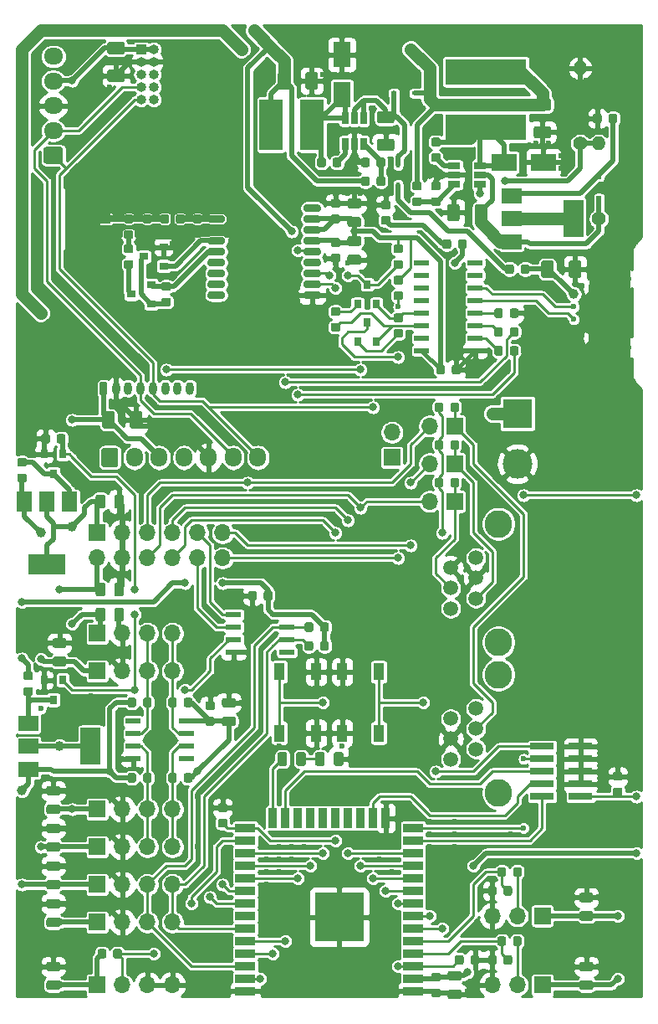
<source format=gbr>
G04 #@! TF.GenerationSoftware,KiCad,Pcbnew,(5.1.5)-3*
G04 #@! TF.CreationDate,2020-01-16T22:10:17+01:00*
G04 #@! TF.ProjectId,airMon,6169724d-6f6e-42e6-9b69-6361645f7063,0.1*
G04 #@! TF.SameCoordinates,Original*
G04 #@! TF.FileFunction,Copper,L1,Top*
G04 #@! TF.FilePolarity,Positive*
%FSLAX46Y46*%
G04 Gerber Fmt 4.6, Leading zero omitted, Abs format (unit mm)*
G04 Created by KiCad (PCBNEW (5.1.5)-3) date 2020-01-16 22:10:17*
%MOMM*%
%LPD*%
G04 APERTURE LIST*
%ADD10C,3.000000*%
%ADD11R,3.000000X3.000000*%
%ADD12C,1.500000*%
%ADD13C,2.800000*%
%ADD14R,1.700000X1.700000*%
%ADD15O,1.700000X1.700000*%
%ADD16R,8.200000X2.600000*%
%ADD17C,0.100000*%
%ADD18R,2.500000X1.800000*%
%ADD19R,0.450000X0.600000*%
%ADD20R,0.600000X0.450000*%
%ADD21R,1.800000X2.500000*%
%ADD22R,2.400000X0.740000*%
%ADD23R,1.000000X1.000000*%
%ADD24O,1.000000X1.000000*%
%ADD25O,0.800000X1.300000*%
%ADD26O,1.700000X1.950000*%
%ADD27R,2.200000X1.050000*%
%ADD28R,2.350000X5.100000*%
%ADD29R,0.900000X0.800000*%
%ADD30R,0.800000X0.900000*%
%ADD31R,5.000000X5.000000*%
%ADD32R,2.000000X0.900000*%
%ADD33R,0.900000X2.000000*%
%ADD34R,1.550000X0.600000*%
%ADD35R,1.220000X0.650000*%
%ADD36R,0.650000X1.220000*%
%ADD37O,1.400000X1.400000*%
%ADD38C,1.400000*%
%ADD39R,1.500000X0.600000*%
%ADD40O,1.950000X1.700000*%
%ADD41C,1.450000*%
%ADD42O,1.900000X1.200000*%
%ADD43R,3.800000X2.000000*%
%ADD44R,1.500000X2.000000*%
%ADD45R,2.000000X1.500000*%
%ADD46R,2.000000X3.800000*%
%ADD47R,0.500000X0.500000*%
%ADD48R,1.100000X1.800000*%
%ADD49C,0.600000*%
%ADD50C,0.800000*%
%ADD51C,1.200000*%
%ADD52C,1.000000*%
%ADD53C,0.508000*%
%ADD54C,0.256000*%
%ADD55C,0.381000*%
%ADD56C,0.254000*%
%ADD57C,1.270000*%
%ADD58C,0.635000*%
G04 APERTURE END LIST*
D10*
X70485000Y-64135000D03*
D11*
X70485000Y-59055000D03*
D12*
X66280000Y-73650000D03*
X63740000Y-74670000D03*
X66280000Y-75690000D03*
X63740000Y-76710000D03*
X66280000Y-77730000D03*
D13*
X68580000Y-70200000D03*
X68580000Y-82200000D03*
D12*
X63740000Y-78750000D03*
D14*
X64135000Y-60325000D03*
D15*
X61595000Y-60325000D03*
D16*
X67310000Y-30105000D03*
X67310000Y-24505000D03*
G04 #@! TA.AperFunction,SMDPad,CuDef*
D17*
G36*
X66432691Y-113826053D02*
G01*
X66453926Y-113829203D01*
X66474750Y-113834419D01*
X66494962Y-113841651D01*
X66514368Y-113850830D01*
X66532781Y-113861866D01*
X66550024Y-113874654D01*
X66565930Y-113889070D01*
X66580346Y-113904976D01*
X66593134Y-113922219D01*
X66604170Y-113940632D01*
X66613349Y-113960038D01*
X66620581Y-113980250D01*
X66625797Y-114001074D01*
X66628947Y-114022309D01*
X66630000Y-114043750D01*
X66630000Y-114556250D01*
X66628947Y-114577691D01*
X66625797Y-114598926D01*
X66620581Y-114619750D01*
X66613349Y-114639962D01*
X66604170Y-114659368D01*
X66593134Y-114677781D01*
X66580346Y-114695024D01*
X66565930Y-114710930D01*
X66550024Y-114725346D01*
X66532781Y-114738134D01*
X66514368Y-114749170D01*
X66494962Y-114758349D01*
X66474750Y-114765581D01*
X66453926Y-114770797D01*
X66432691Y-114773947D01*
X66411250Y-114775000D01*
X65973750Y-114775000D01*
X65952309Y-114773947D01*
X65931074Y-114770797D01*
X65910250Y-114765581D01*
X65890038Y-114758349D01*
X65870632Y-114749170D01*
X65852219Y-114738134D01*
X65834976Y-114725346D01*
X65819070Y-114710930D01*
X65804654Y-114695024D01*
X65791866Y-114677781D01*
X65780830Y-114659368D01*
X65771651Y-114639962D01*
X65764419Y-114619750D01*
X65759203Y-114598926D01*
X65756053Y-114577691D01*
X65755000Y-114556250D01*
X65755000Y-114043750D01*
X65756053Y-114022309D01*
X65759203Y-114001074D01*
X65764419Y-113980250D01*
X65771651Y-113960038D01*
X65780830Y-113940632D01*
X65791866Y-113922219D01*
X65804654Y-113904976D01*
X65819070Y-113889070D01*
X65834976Y-113874654D01*
X65852219Y-113861866D01*
X65870632Y-113850830D01*
X65890038Y-113841651D01*
X65910250Y-113834419D01*
X65931074Y-113829203D01*
X65952309Y-113826053D01*
X65973750Y-113825000D01*
X66411250Y-113825000D01*
X66432691Y-113826053D01*
G37*
G04 #@! TD.AperFunction*
G04 #@! TA.AperFunction,SMDPad,CuDef*
G36*
X64857691Y-113826053D02*
G01*
X64878926Y-113829203D01*
X64899750Y-113834419D01*
X64919962Y-113841651D01*
X64939368Y-113850830D01*
X64957781Y-113861866D01*
X64975024Y-113874654D01*
X64990930Y-113889070D01*
X65005346Y-113904976D01*
X65018134Y-113922219D01*
X65029170Y-113940632D01*
X65038349Y-113960038D01*
X65045581Y-113980250D01*
X65050797Y-114001074D01*
X65053947Y-114022309D01*
X65055000Y-114043750D01*
X65055000Y-114556250D01*
X65053947Y-114577691D01*
X65050797Y-114598926D01*
X65045581Y-114619750D01*
X65038349Y-114639962D01*
X65029170Y-114659368D01*
X65018134Y-114677781D01*
X65005346Y-114695024D01*
X64990930Y-114710930D01*
X64975024Y-114725346D01*
X64957781Y-114738134D01*
X64939368Y-114749170D01*
X64919962Y-114758349D01*
X64899750Y-114765581D01*
X64878926Y-114770797D01*
X64857691Y-114773947D01*
X64836250Y-114775000D01*
X64398750Y-114775000D01*
X64377309Y-114773947D01*
X64356074Y-114770797D01*
X64335250Y-114765581D01*
X64315038Y-114758349D01*
X64295632Y-114749170D01*
X64277219Y-114738134D01*
X64259976Y-114725346D01*
X64244070Y-114710930D01*
X64229654Y-114695024D01*
X64216866Y-114677781D01*
X64205830Y-114659368D01*
X64196651Y-114639962D01*
X64189419Y-114619750D01*
X64184203Y-114598926D01*
X64181053Y-114577691D01*
X64180000Y-114556250D01*
X64180000Y-114043750D01*
X64181053Y-114022309D01*
X64184203Y-114001074D01*
X64189419Y-113980250D01*
X64196651Y-113960038D01*
X64205830Y-113940632D01*
X64216866Y-113922219D01*
X64229654Y-113904976D01*
X64244070Y-113889070D01*
X64259976Y-113874654D01*
X64277219Y-113861866D01*
X64295632Y-113850830D01*
X64315038Y-113841651D01*
X64335250Y-113834419D01*
X64356074Y-113829203D01*
X64377309Y-113826053D01*
X64398750Y-113825000D01*
X64836250Y-113825000D01*
X64857691Y-113826053D01*
G37*
G04 #@! TD.AperFunction*
G04 #@! TA.AperFunction,SMDPad,CuDef*
G36*
X62507691Y-115616053D02*
G01*
X62528926Y-115619203D01*
X62549750Y-115624419D01*
X62569962Y-115631651D01*
X62589368Y-115640830D01*
X62607781Y-115651866D01*
X62625024Y-115664654D01*
X62640930Y-115679070D01*
X62655346Y-115694976D01*
X62668134Y-115712219D01*
X62679170Y-115730632D01*
X62688349Y-115750038D01*
X62695581Y-115770250D01*
X62700797Y-115791074D01*
X62703947Y-115812309D01*
X62705000Y-115833750D01*
X62705000Y-116271250D01*
X62703947Y-116292691D01*
X62700797Y-116313926D01*
X62695581Y-116334750D01*
X62688349Y-116354962D01*
X62679170Y-116374368D01*
X62668134Y-116392781D01*
X62655346Y-116410024D01*
X62640930Y-116425930D01*
X62625024Y-116440346D01*
X62607781Y-116453134D01*
X62589368Y-116464170D01*
X62569962Y-116473349D01*
X62549750Y-116480581D01*
X62528926Y-116485797D01*
X62507691Y-116488947D01*
X62486250Y-116490000D01*
X61973750Y-116490000D01*
X61952309Y-116488947D01*
X61931074Y-116485797D01*
X61910250Y-116480581D01*
X61890038Y-116473349D01*
X61870632Y-116464170D01*
X61852219Y-116453134D01*
X61834976Y-116440346D01*
X61819070Y-116425930D01*
X61804654Y-116410024D01*
X61791866Y-116392781D01*
X61780830Y-116374368D01*
X61771651Y-116354962D01*
X61764419Y-116334750D01*
X61759203Y-116313926D01*
X61756053Y-116292691D01*
X61755000Y-116271250D01*
X61755000Y-115833750D01*
X61756053Y-115812309D01*
X61759203Y-115791074D01*
X61764419Y-115770250D01*
X61771651Y-115750038D01*
X61780830Y-115730632D01*
X61791866Y-115712219D01*
X61804654Y-115694976D01*
X61819070Y-115679070D01*
X61834976Y-115664654D01*
X61852219Y-115651866D01*
X61870632Y-115640830D01*
X61890038Y-115631651D01*
X61910250Y-115624419D01*
X61931074Y-115619203D01*
X61952309Y-115616053D01*
X61973750Y-115615000D01*
X62486250Y-115615000D01*
X62507691Y-115616053D01*
G37*
G04 #@! TD.AperFunction*
G04 #@! TA.AperFunction,SMDPad,CuDef*
G36*
X62507691Y-117191053D02*
G01*
X62528926Y-117194203D01*
X62549750Y-117199419D01*
X62569962Y-117206651D01*
X62589368Y-117215830D01*
X62607781Y-117226866D01*
X62625024Y-117239654D01*
X62640930Y-117254070D01*
X62655346Y-117269976D01*
X62668134Y-117287219D01*
X62679170Y-117305632D01*
X62688349Y-117325038D01*
X62695581Y-117345250D01*
X62700797Y-117366074D01*
X62703947Y-117387309D01*
X62705000Y-117408750D01*
X62705000Y-117846250D01*
X62703947Y-117867691D01*
X62700797Y-117888926D01*
X62695581Y-117909750D01*
X62688349Y-117929962D01*
X62679170Y-117949368D01*
X62668134Y-117967781D01*
X62655346Y-117985024D01*
X62640930Y-118000930D01*
X62625024Y-118015346D01*
X62607781Y-118028134D01*
X62589368Y-118039170D01*
X62569962Y-118048349D01*
X62549750Y-118055581D01*
X62528926Y-118060797D01*
X62507691Y-118063947D01*
X62486250Y-118065000D01*
X61973750Y-118065000D01*
X61952309Y-118063947D01*
X61931074Y-118060797D01*
X61910250Y-118055581D01*
X61890038Y-118048349D01*
X61870632Y-118039170D01*
X61852219Y-118028134D01*
X61834976Y-118015346D01*
X61819070Y-118000930D01*
X61804654Y-117985024D01*
X61791866Y-117967781D01*
X61780830Y-117949368D01*
X61771651Y-117929962D01*
X61764419Y-117909750D01*
X61759203Y-117888926D01*
X61756053Y-117867691D01*
X61755000Y-117846250D01*
X61755000Y-117408750D01*
X61756053Y-117387309D01*
X61759203Y-117366074D01*
X61764419Y-117345250D01*
X61771651Y-117325038D01*
X61780830Y-117305632D01*
X61791866Y-117287219D01*
X61804654Y-117269976D01*
X61819070Y-117254070D01*
X61834976Y-117239654D01*
X61852219Y-117226866D01*
X61870632Y-117215830D01*
X61890038Y-117206651D01*
X61910250Y-117199419D01*
X61931074Y-117194203D01*
X61952309Y-117191053D01*
X61973750Y-117190000D01*
X62486250Y-117190000D01*
X62507691Y-117191053D01*
G37*
G04 #@! TD.AperFunction*
G04 #@! TA.AperFunction,SMDPad,CuDef*
G36*
X64615142Y-115416174D02*
G01*
X64638803Y-115419684D01*
X64662007Y-115425496D01*
X64684529Y-115433554D01*
X64706153Y-115443782D01*
X64726670Y-115456079D01*
X64745883Y-115470329D01*
X64763607Y-115486393D01*
X64779671Y-115504117D01*
X64793921Y-115523330D01*
X64806218Y-115543847D01*
X64816446Y-115565471D01*
X64824504Y-115587993D01*
X64830316Y-115611197D01*
X64833826Y-115634858D01*
X64835000Y-115658750D01*
X64835000Y-116146250D01*
X64833826Y-116170142D01*
X64830316Y-116193803D01*
X64824504Y-116217007D01*
X64816446Y-116239529D01*
X64806218Y-116261153D01*
X64793921Y-116281670D01*
X64779671Y-116300883D01*
X64763607Y-116318607D01*
X64745883Y-116334671D01*
X64726670Y-116348921D01*
X64706153Y-116361218D01*
X64684529Y-116371446D01*
X64662007Y-116379504D01*
X64638803Y-116385316D01*
X64615142Y-116388826D01*
X64591250Y-116390000D01*
X63678750Y-116390000D01*
X63654858Y-116388826D01*
X63631197Y-116385316D01*
X63607993Y-116379504D01*
X63585471Y-116371446D01*
X63563847Y-116361218D01*
X63543330Y-116348921D01*
X63524117Y-116334671D01*
X63506393Y-116318607D01*
X63490329Y-116300883D01*
X63476079Y-116281670D01*
X63463782Y-116261153D01*
X63453554Y-116239529D01*
X63445496Y-116217007D01*
X63439684Y-116193803D01*
X63436174Y-116170142D01*
X63435000Y-116146250D01*
X63435000Y-115658750D01*
X63436174Y-115634858D01*
X63439684Y-115611197D01*
X63445496Y-115587993D01*
X63453554Y-115565471D01*
X63463782Y-115543847D01*
X63476079Y-115523330D01*
X63490329Y-115504117D01*
X63506393Y-115486393D01*
X63524117Y-115470329D01*
X63543330Y-115456079D01*
X63563847Y-115443782D01*
X63585471Y-115433554D01*
X63607993Y-115425496D01*
X63631197Y-115419684D01*
X63654858Y-115416174D01*
X63678750Y-115415000D01*
X64591250Y-115415000D01*
X64615142Y-115416174D01*
G37*
G04 #@! TD.AperFunction*
G04 #@! TA.AperFunction,SMDPad,CuDef*
G36*
X64615142Y-117291174D02*
G01*
X64638803Y-117294684D01*
X64662007Y-117300496D01*
X64684529Y-117308554D01*
X64706153Y-117318782D01*
X64726670Y-117331079D01*
X64745883Y-117345329D01*
X64763607Y-117361393D01*
X64779671Y-117379117D01*
X64793921Y-117398330D01*
X64806218Y-117418847D01*
X64816446Y-117440471D01*
X64824504Y-117462993D01*
X64830316Y-117486197D01*
X64833826Y-117509858D01*
X64835000Y-117533750D01*
X64835000Y-118021250D01*
X64833826Y-118045142D01*
X64830316Y-118068803D01*
X64824504Y-118092007D01*
X64816446Y-118114529D01*
X64806218Y-118136153D01*
X64793921Y-118156670D01*
X64779671Y-118175883D01*
X64763607Y-118193607D01*
X64745883Y-118209671D01*
X64726670Y-118223921D01*
X64706153Y-118236218D01*
X64684529Y-118246446D01*
X64662007Y-118254504D01*
X64638803Y-118260316D01*
X64615142Y-118263826D01*
X64591250Y-118265000D01*
X63678750Y-118265000D01*
X63654858Y-118263826D01*
X63631197Y-118260316D01*
X63607993Y-118254504D01*
X63585471Y-118246446D01*
X63563847Y-118236218D01*
X63543330Y-118223921D01*
X63524117Y-118209671D01*
X63506393Y-118193607D01*
X63490329Y-118175883D01*
X63476079Y-118156670D01*
X63463782Y-118136153D01*
X63453554Y-118114529D01*
X63445496Y-118092007D01*
X63439684Y-118068803D01*
X63436174Y-118045142D01*
X63435000Y-118021250D01*
X63435000Y-117533750D01*
X63436174Y-117509858D01*
X63439684Y-117486197D01*
X63445496Y-117462993D01*
X63453554Y-117440471D01*
X63463782Y-117418847D01*
X63476079Y-117398330D01*
X63490329Y-117379117D01*
X63506393Y-117361393D01*
X63524117Y-117345329D01*
X63543330Y-117331079D01*
X63563847Y-117318782D01*
X63585471Y-117308554D01*
X63607993Y-117300496D01*
X63631197Y-117294684D01*
X63654858Y-117291174D01*
X63678750Y-117290000D01*
X64591250Y-117290000D01*
X64615142Y-117291174D01*
G37*
G04 #@! TD.AperFunction*
G04 #@! TA.AperFunction,SMDPad,CuDef*
G36*
X80922691Y-95296053D02*
G01*
X80943926Y-95299203D01*
X80964750Y-95304419D01*
X80984962Y-95311651D01*
X81004368Y-95320830D01*
X81022781Y-95331866D01*
X81040024Y-95344654D01*
X81055930Y-95359070D01*
X81070346Y-95374976D01*
X81083134Y-95392219D01*
X81094170Y-95410632D01*
X81103349Y-95430038D01*
X81110581Y-95450250D01*
X81115797Y-95471074D01*
X81118947Y-95492309D01*
X81120000Y-95513750D01*
X81120000Y-95951250D01*
X81118947Y-95972691D01*
X81115797Y-95993926D01*
X81110581Y-96014750D01*
X81103349Y-96034962D01*
X81094170Y-96054368D01*
X81083134Y-96072781D01*
X81070346Y-96090024D01*
X81055930Y-96105930D01*
X81040024Y-96120346D01*
X81022781Y-96133134D01*
X81004368Y-96144170D01*
X80984962Y-96153349D01*
X80964750Y-96160581D01*
X80943926Y-96165797D01*
X80922691Y-96168947D01*
X80901250Y-96170000D01*
X80388750Y-96170000D01*
X80367309Y-96168947D01*
X80346074Y-96165797D01*
X80325250Y-96160581D01*
X80305038Y-96153349D01*
X80285632Y-96144170D01*
X80267219Y-96133134D01*
X80249976Y-96120346D01*
X80234070Y-96105930D01*
X80219654Y-96090024D01*
X80206866Y-96072781D01*
X80195830Y-96054368D01*
X80186651Y-96034962D01*
X80179419Y-96014750D01*
X80174203Y-95993926D01*
X80171053Y-95972691D01*
X80170000Y-95951250D01*
X80170000Y-95513750D01*
X80171053Y-95492309D01*
X80174203Y-95471074D01*
X80179419Y-95450250D01*
X80186651Y-95430038D01*
X80195830Y-95410632D01*
X80206866Y-95392219D01*
X80219654Y-95374976D01*
X80234070Y-95359070D01*
X80249976Y-95344654D01*
X80267219Y-95331866D01*
X80285632Y-95320830D01*
X80305038Y-95311651D01*
X80325250Y-95304419D01*
X80346074Y-95299203D01*
X80367309Y-95296053D01*
X80388750Y-95295000D01*
X80901250Y-95295000D01*
X80922691Y-95296053D01*
G37*
G04 #@! TD.AperFunction*
G04 #@! TA.AperFunction,SMDPad,CuDef*
G36*
X80922691Y-96871053D02*
G01*
X80943926Y-96874203D01*
X80964750Y-96879419D01*
X80984962Y-96886651D01*
X81004368Y-96895830D01*
X81022781Y-96906866D01*
X81040024Y-96919654D01*
X81055930Y-96934070D01*
X81070346Y-96949976D01*
X81083134Y-96967219D01*
X81094170Y-96985632D01*
X81103349Y-97005038D01*
X81110581Y-97025250D01*
X81115797Y-97046074D01*
X81118947Y-97067309D01*
X81120000Y-97088750D01*
X81120000Y-97526250D01*
X81118947Y-97547691D01*
X81115797Y-97568926D01*
X81110581Y-97589750D01*
X81103349Y-97609962D01*
X81094170Y-97629368D01*
X81083134Y-97647781D01*
X81070346Y-97665024D01*
X81055930Y-97680930D01*
X81040024Y-97695346D01*
X81022781Y-97708134D01*
X81004368Y-97719170D01*
X80984962Y-97728349D01*
X80964750Y-97735581D01*
X80943926Y-97740797D01*
X80922691Y-97743947D01*
X80901250Y-97745000D01*
X80388750Y-97745000D01*
X80367309Y-97743947D01*
X80346074Y-97740797D01*
X80325250Y-97735581D01*
X80305038Y-97728349D01*
X80285632Y-97719170D01*
X80267219Y-97708134D01*
X80249976Y-97695346D01*
X80234070Y-97680930D01*
X80219654Y-97665024D01*
X80206866Y-97647781D01*
X80195830Y-97629368D01*
X80186651Y-97609962D01*
X80179419Y-97589750D01*
X80174203Y-97568926D01*
X80171053Y-97547691D01*
X80170000Y-97526250D01*
X80170000Y-97088750D01*
X80171053Y-97067309D01*
X80174203Y-97046074D01*
X80179419Y-97025250D01*
X80186651Y-97005038D01*
X80195830Y-96985632D01*
X80206866Y-96967219D01*
X80219654Y-96949976D01*
X80234070Y-96934070D01*
X80249976Y-96919654D01*
X80267219Y-96906866D01*
X80285632Y-96895830D01*
X80305038Y-96886651D01*
X80325250Y-96879419D01*
X80346074Y-96874203D01*
X80367309Y-96871053D01*
X80388750Y-96870000D01*
X80901250Y-96870000D01*
X80922691Y-96871053D01*
G37*
G04 #@! TD.AperFunction*
G04 #@! TA.AperFunction,SMDPad,CuDef*
G36*
X40917691Y-100046053D02*
G01*
X40938926Y-100049203D01*
X40959750Y-100054419D01*
X40979962Y-100061651D01*
X40999368Y-100070830D01*
X41017781Y-100081866D01*
X41035024Y-100094654D01*
X41050930Y-100109070D01*
X41065346Y-100124976D01*
X41078134Y-100142219D01*
X41089170Y-100160632D01*
X41098349Y-100180038D01*
X41105581Y-100200250D01*
X41110797Y-100221074D01*
X41113947Y-100242309D01*
X41115000Y-100263750D01*
X41115000Y-100701250D01*
X41113947Y-100722691D01*
X41110797Y-100743926D01*
X41105581Y-100764750D01*
X41098349Y-100784962D01*
X41089170Y-100804368D01*
X41078134Y-100822781D01*
X41065346Y-100840024D01*
X41050930Y-100855930D01*
X41035024Y-100870346D01*
X41017781Y-100883134D01*
X40999368Y-100894170D01*
X40979962Y-100903349D01*
X40959750Y-100910581D01*
X40938926Y-100915797D01*
X40917691Y-100918947D01*
X40896250Y-100920000D01*
X40383750Y-100920000D01*
X40362309Y-100918947D01*
X40341074Y-100915797D01*
X40320250Y-100910581D01*
X40300038Y-100903349D01*
X40280632Y-100894170D01*
X40262219Y-100883134D01*
X40244976Y-100870346D01*
X40229070Y-100855930D01*
X40214654Y-100840024D01*
X40201866Y-100822781D01*
X40190830Y-100804368D01*
X40181651Y-100784962D01*
X40174419Y-100764750D01*
X40169203Y-100743926D01*
X40166053Y-100722691D01*
X40165000Y-100701250D01*
X40165000Y-100263750D01*
X40166053Y-100242309D01*
X40169203Y-100221074D01*
X40174419Y-100200250D01*
X40181651Y-100180038D01*
X40190830Y-100160632D01*
X40201866Y-100142219D01*
X40214654Y-100124976D01*
X40229070Y-100109070D01*
X40244976Y-100094654D01*
X40262219Y-100081866D01*
X40280632Y-100070830D01*
X40300038Y-100061651D01*
X40320250Y-100054419D01*
X40341074Y-100049203D01*
X40362309Y-100046053D01*
X40383750Y-100045000D01*
X40896250Y-100045000D01*
X40917691Y-100046053D01*
G37*
G04 #@! TD.AperFunction*
G04 #@! TA.AperFunction,SMDPad,CuDef*
G36*
X40917691Y-98471053D02*
G01*
X40938926Y-98474203D01*
X40959750Y-98479419D01*
X40979962Y-98486651D01*
X40999368Y-98495830D01*
X41017781Y-98506866D01*
X41035024Y-98519654D01*
X41050930Y-98534070D01*
X41065346Y-98549976D01*
X41078134Y-98567219D01*
X41089170Y-98585632D01*
X41098349Y-98605038D01*
X41105581Y-98625250D01*
X41110797Y-98646074D01*
X41113947Y-98667309D01*
X41115000Y-98688750D01*
X41115000Y-99126250D01*
X41113947Y-99147691D01*
X41110797Y-99168926D01*
X41105581Y-99189750D01*
X41098349Y-99209962D01*
X41089170Y-99229368D01*
X41078134Y-99247781D01*
X41065346Y-99265024D01*
X41050930Y-99280930D01*
X41035024Y-99295346D01*
X41017781Y-99308134D01*
X40999368Y-99319170D01*
X40979962Y-99328349D01*
X40959750Y-99335581D01*
X40938926Y-99340797D01*
X40917691Y-99343947D01*
X40896250Y-99345000D01*
X40383750Y-99345000D01*
X40362309Y-99343947D01*
X40341074Y-99340797D01*
X40320250Y-99335581D01*
X40300038Y-99328349D01*
X40280632Y-99319170D01*
X40262219Y-99308134D01*
X40244976Y-99295346D01*
X40229070Y-99280930D01*
X40214654Y-99265024D01*
X40201866Y-99247781D01*
X40190830Y-99229368D01*
X40181651Y-99209962D01*
X40174419Y-99189750D01*
X40169203Y-99168926D01*
X40166053Y-99147691D01*
X40165000Y-99126250D01*
X40165000Y-98688750D01*
X40166053Y-98667309D01*
X40169203Y-98646074D01*
X40174419Y-98625250D01*
X40181651Y-98605038D01*
X40190830Y-98585632D01*
X40201866Y-98567219D01*
X40214654Y-98549976D01*
X40229070Y-98534070D01*
X40244976Y-98519654D01*
X40262219Y-98506866D01*
X40280632Y-98495830D01*
X40300038Y-98486651D01*
X40320250Y-98479419D01*
X40341074Y-98474203D01*
X40362309Y-98471053D01*
X40383750Y-98470000D01*
X40896250Y-98470000D01*
X40917691Y-98471053D01*
G37*
G04 #@! TD.AperFunction*
G04 #@! TA.AperFunction,SMDPad,CuDef*
G36*
X30494504Y-21471204D02*
G01*
X30518773Y-21474804D01*
X30542571Y-21480765D01*
X30565671Y-21489030D01*
X30587849Y-21499520D01*
X30608893Y-21512133D01*
X30628598Y-21526747D01*
X30646777Y-21543223D01*
X30663253Y-21561402D01*
X30677867Y-21581107D01*
X30690480Y-21602151D01*
X30700970Y-21624329D01*
X30709235Y-21647429D01*
X30715196Y-21671227D01*
X30718796Y-21695496D01*
X30720000Y-21720000D01*
X30720000Y-22470000D01*
X30718796Y-22494504D01*
X30715196Y-22518773D01*
X30709235Y-22542571D01*
X30700970Y-22565671D01*
X30690480Y-22587849D01*
X30677867Y-22608893D01*
X30663253Y-22628598D01*
X30646777Y-22646777D01*
X30628598Y-22663253D01*
X30608893Y-22677867D01*
X30587849Y-22690480D01*
X30565671Y-22700970D01*
X30542571Y-22709235D01*
X30518773Y-22715196D01*
X30494504Y-22718796D01*
X30470000Y-22720000D01*
X29220000Y-22720000D01*
X29195496Y-22718796D01*
X29171227Y-22715196D01*
X29147429Y-22709235D01*
X29124329Y-22700970D01*
X29102151Y-22690480D01*
X29081107Y-22677867D01*
X29061402Y-22663253D01*
X29043223Y-22646777D01*
X29026747Y-22628598D01*
X29012133Y-22608893D01*
X28999520Y-22587849D01*
X28989030Y-22565671D01*
X28980765Y-22542571D01*
X28974804Y-22518773D01*
X28971204Y-22494504D01*
X28970000Y-22470000D01*
X28970000Y-21720000D01*
X28971204Y-21695496D01*
X28974804Y-21671227D01*
X28980765Y-21647429D01*
X28989030Y-21624329D01*
X28999520Y-21602151D01*
X29012133Y-21581107D01*
X29026747Y-21561402D01*
X29043223Y-21543223D01*
X29061402Y-21526747D01*
X29081107Y-21512133D01*
X29102151Y-21499520D01*
X29124329Y-21489030D01*
X29147429Y-21480765D01*
X29171227Y-21474804D01*
X29195496Y-21471204D01*
X29220000Y-21470000D01*
X30470000Y-21470000D01*
X30494504Y-21471204D01*
G37*
G04 #@! TD.AperFunction*
G04 #@! TA.AperFunction,SMDPad,CuDef*
G36*
X30494504Y-24271204D02*
G01*
X30518773Y-24274804D01*
X30542571Y-24280765D01*
X30565671Y-24289030D01*
X30587849Y-24299520D01*
X30608893Y-24312133D01*
X30628598Y-24326747D01*
X30646777Y-24343223D01*
X30663253Y-24361402D01*
X30677867Y-24381107D01*
X30690480Y-24402151D01*
X30700970Y-24424329D01*
X30709235Y-24447429D01*
X30715196Y-24471227D01*
X30718796Y-24495496D01*
X30720000Y-24520000D01*
X30720000Y-25270000D01*
X30718796Y-25294504D01*
X30715196Y-25318773D01*
X30709235Y-25342571D01*
X30700970Y-25365671D01*
X30690480Y-25387849D01*
X30677867Y-25408893D01*
X30663253Y-25428598D01*
X30646777Y-25446777D01*
X30628598Y-25463253D01*
X30608893Y-25477867D01*
X30587849Y-25490480D01*
X30565671Y-25500970D01*
X30542571Y-25509235D01*
X30518773Y-25515196D01*
X30494504Y-25518796D01*
X30470000Y-25520000D01*
X29220000Y-25520000D01*
X29195496Y-25518796D01*
X29171227Y-25515196D01*
X29147429Y-25509235D01*
X29124329Y-25500970D01*
X29102151Y-25490480D01*
X29081107Y-25477867D01*
X29061402Y-25463253D01*
X29043223Y-25446777D01*
X29026747Y-25428598D01*
X29012133Y-25408893D01*
X28999520Y-25387849D01*
X28989030Y-25365671D01*
X28980765Y-25342571D01*
X28974804Y-25318773D01*
X28971204Y-25294504D01*
X28970000Y-25270000D01*
X28970000Y-24520000D01*
X28971204Y-24495496D01*
X28974804Y-24471227D01*
X28980765Y-24447429D01*
X28989030Y-24424329D01*
X28999520Y-24402151D01*
X29012133Y-24381107D01*
X29026747Y-24361402D01*
X29043223Y-24343223D01*
X29061402Y-24326747D01*
X29081107Y-24312133D01*
X29102151Y-24299520D01*
X29124329Y-24289030D01*
X29147429Y-24280765D01*
X29171227Y-24274804D01*
X29195496Y-24271204D01*
X29220000Y-24270000D01*
X30470000Y-24270000D01*
X30494504Y-24271204D01*
G37*
G04 #@! TD.AperFunction*
G04 #@! TA.AperFunction,SMDPad,CuDef*
G36*
X23975142Y-114478674D02*
G01*
X23998803Y-114482184D01*
X24022007Y-114487996D01*
X24044529Y-114496054D01*
X24066153Y-114506282D01*
X24086670Y-114518579D01*
X24105883Y-114532829D01*
X24123607Y-114548893D01*
X24139671Y-114566617D01*
X24153921Y-114585830D01*
X24166218Y-114606347D01*
X24176446Y-114627971D01*
X24184504Y-114650493D01*
X24190316Y-114673697D01*
X24193826Y-114697358D01*
X24195000Y-114721250D01*
X24195000Y-115208750D01*
X24193826Y-115232642D01*
X24190316Y-115256303D01*
X24184504Y-115279507D01*
X24176446Y-115302029D01*
X24166218Y-115323653D01*
X24153921Y-115344170D01*
X24139671Y-115363383D01*
X24123607Y-115381107D01*
X24105883Y-115397171D01*
X24086670Y-115411421D01*
X24066153Y-115423718D01*
X24044529Y-115433946D01*
X24022007Y-115442004D01*
X23998803Y-115447816D01*
X23975142Y-115451326D01*
X23951250Y-115452500D01*
X23038750Y-115452500D01*
X23014858Y-115451326D01*
X22991197Y-115447816D01*
X22967993Y-115442004D01*
X22945471Y-115433946D01*
X22923847Y-115423718D01*
X22903330Y-115411421D01*
X22884117Y-115397171D01*
X22866393Y-115381107D01*
X22850329Y-115363383D01*
X22836079Y-115344170D01*
X22823782Y-115323653D01*
X22813554Y-115302029D01*
X22805496Y-115279507D01*
X22799684Y-115256303D01*
X22796174Y-115232642D01*
X22795000Y-115208750D01*
X22795000Y-114721250D01*
X22796174Y-114697358D01*
X22799684Y-114673697D01*
X22805496Y-114650493D01*
X22813554Y-114627971D01*
X22823782Y-114606347D01*
X22836079Y-114585830D01*
X22850329Y-114566617D01*
X22866393Y-114548893D01*
X22884117Y-114532829D01*
X22903330Y-114518579D01*
X22923847Y-114506282D01*
X22945471Y-114496054D01*
X22967993Y-114487996D01*
X22991197Y-114482184D01*
X23014858Y-114478674D01*
X23038750Y-114477500D01*
X23951250Y-114477500D01*
X23975142Y-114478674D01*
G37*
G04 #@! TD.AperFunction*
G04 #@! TA.AperFunction,SMDPad,CuDef*
G36*
X23975142Y-116353674D02*
G01*
X23998803Y-116357184D01*
X24022007Y-116362996D01*
X24044529Y-116371054D01*
X24066153Y-116381282D01*
X24086670Y-116393579D01*
X24105883Y-116407829D01*
X24123607Y-116423893D01*
X24139671Y-116441617D01*
X24153921Y-116460830D01*
X24166218Y-116481347D01*
X24176446Y-116502971D01*
X24184504Y-116525493D01*
X24190316Y-116548697D01*
X24193826Y-116572358D01*
X24195000Y-116596250D01*
X24195000Y-117083750D01*
X24193826Y-117107642D01*
X24190316Y-117131303D01*
X24184504Y-117154507D01*
X24176446Y-117177029D01*
X24166218Y-117198653D01*
X24153921Y-117219170D01*
X24139671Y-117238383D01*
X24123607Y-117256107D01*
X24105883Y-117272171D01*
X24086670Y-117286421D01*
X24066153Y-117298718D01*
X24044529Y-117308946D01*
X24022007Y-117317004D01*
X23998803Y-117322816D01*
X23975142Y-117326326D01*
X23951250Y-117327500D01*
X23038750Y-117327500D01*
X23014858Y-117326326D01*
X22991197Y-117322816D01*
X22967993Y-117317004D01*
X22945471Y-117308946D01*
X22923847Y-117298718D01*
X22903330Y-117286421D01*
X22884117Y-117272171D01*
X22866393Y-117256107D01*
X22850329Y-117238383D01*
X22836079Y-117219170D01*
X22823782Y-117198653D01*
X22813554Y-117177029D01*
X22805496Y-117154507D01*
X22799684Y-117131303D01*
X22796174Y-117107642D01*
X22795000Y-117083750D01*
X22795000Y-116596250D01*
X22796174Y-116572358D01*
X22799684Y-116548697D01*
X22805496Y-116525493D01*
X22813554Y-116502971D01*
X22823782Y-116481347D01*
X22836079Y-116460830D01*
X22850329Y-116441617D01*
X22866393Y-116423893D01*
X22884117Y-116407829D01*
X22903330Y-116393579D01*
X22923847Y-116381282D01*
X22945471Y-116371054D01*
X22967993Y-116362996D01*
X22991197Y-116357184D01*
X23014858Y-116353674D01*
X23038750Y-116352500D01*
X23951250Y-116352500D01*
X23975142Y-116353674D01*
G37*
G04 #@! TD.AperFunction*
G04 #@! TA.AperFunction,SMDPad,CuDef*
G36*
X23975142Y-106193674D02*
G01*
X23998803Y-106197184D01*
X24022007Y-106202996D01*
X24044529Y-106211054D01*
X24066153Y-106221282D01*
X24086670Y-106233579D01*
X24105883Y-106247829D01*
X24123607Y-106263893D01*
X24139671Y-106281617D01*
X24153921Y-106300830D01*
X24166218Y-106321347D01*
X24176446Y-106342971D01*
X24184504Y-106365493D01*
X24190316Y-106388697D01*
X24193826Y-106412358D01*
X24195000Y-106436250D01*
X24195000Y-106923750D01*
X24193826Y-106947642D01*
X24190316Y-106971303D01*
X24184504Y-106994507D01*
X24176446Y-107017029D01*
X24166218Y-107038653D01*
X24153921Y-107059170D01*
X24139671Y-107078383D01*
X24123607Y-107096107D01*
X24105883Y-107112171D01*
X24086670Y-107126421D01*
X24066153Y-107138718D01*
X24044529Y-107148946D01*
X24022007Y-107157004D01*
X23998803Y-107162816D01*
X23975142Y-107166326D01*
X23951250Y-107167500D01*
X23038750Y-107167500D01*
X23014858Y-107166326D01*
X22991197Y-107162816D01*
X22967993Y-107157004D01*
X22945471Y-107148946D01*
X22923847Y-107138718D01*
X22903330Y-107126421D01*
X22884117Y-107112171D01*
X22866393Y-107096107D01*
X22850329Y-107078383D01*
X22836079Y-107059170D01*
X22823782Y-107038653D01*
X22813554Y-107017029D01*
X22805496Y-106994507D01*
X22799684Y-106971303D01*
X22796174Y-106947642D01*
X22795000Y-106923750D01*
X22795000Y-106436250D01*
X22796174Y-106412358D01*
X22799684Y-106388697D01*
X22805496Y-106365493D01*
X22813554Y-106342971D01*
X22823782Y-106321347D01*
X22836079Y-106300830D01*
X22850329Y-106281617D01*
X22866393Y-106263893D01*
X22884117Y-106247829D01*
X22903330Y-106233579D01*
X22923847Y-106221282D01*
X22945471Y-106211054D01*
X22967993Y-106202996D01*
X22991197Y-106197184D01*
X23014858Y-106193674D01*
X23038750Y-106192500D01*
X23951250Y-106192500D01*
X23975142Y-106193674D01*
G37*
G04 #@! TD.AperFunction*
G04 #@! TA.AperFunction,SMDPad,CuDef*
G36*
X23975142Y-104318674D02*
G01*
X23998803Y-104322184D01*
X24022007Y-104327996D01*
X24044529Y-104336054D01*
X24066153Y-104346282D01*
X24086670Y-104358579D01*
X24105883Y-104372829D01*
X24123607Y-104388893D01*
X24139671Y-104406617D01*
X24153921Y-104425830D01*
X24166218Y-104446347D01*
X24176446Y-104467971D01*
X24184504Y-104490493D01*
X24190316Y-104513697D01*
X24193826Y-104537358D01*
X24195000Y-104561250D01*
X24195000Y-105048750D01*
X24193826Y-105072642D01*
X24190316Y-105096303D01*
X24184504Y-105119507D01*
X24176446Y-105142029D01*
X24166218Y-105163653D01*
X24153921Y-105184170D01*
X24139671Y-105203383D01*
X24123607Y-105221107D01*
X24105883Y-105237171D01*
X24086670Y-105251421D01*
X24066153Y-105263718D01*
X24044529Y-105273946D01*
X24022007Y-105282004D01*
X23998803Y-105287816D01*
X23975142Y-105291326D01*
X23951250Y-105292500D01*
X23038750Y-105292500D01*
X23014858Y-105291326D01*
X22991197Y-105287816D01*
X22967993Y-105282004D01*
X22945471Y-105273946D01*
X22923847Y-105263718D01*
X22903330Y-105251421D01*
X22884117Y-105237171D01*
X22866393Y-105221107D01*
X22850329Y-105203383D01*
X22836079Y-105184170D01*
X22823782Y-105163653D01*
X22813554Y-105142029D01*
X22805496Y-105119507D01*
X22799684Y-105096303D01*
X22796174Y-105072642D01*
X22795000Y-105048750D01*
X22795000Y-104561250D01*
X22796174Y-104537358D01*
X22799684Y-104513697D01*
X22805496Y-104490493D01*
X22813554Y-104467971D01*
X22823782Y-104446347D01*
X22836079Y-104425830D01*
X22850329Y-104406617D01*
X22866393Y-104388893D01*
X22884117Y-104372829D01*
X22903330Y-104358579D01*
X22923847Y-104346282D01*
X22945471Y-104336054D01*
X22967993Y-104327996D01*
X22991197Y-104322184D01*
X23014858Y-104318674D01*
X23038750Y-104317500D01*
X23951250Y-104317500D01*
X23975142Y-104318674D01*
G37*
G04 #@! TD.AperFunction*
G04 #@! TA.AperFunction,SMDPad,CuDef*
G36*
X23975142Y-108128674D02*
G01*
X23998803Y-108132184D01*
X24022007Y-108137996D01*
X24044529Y-108146054D01*
X24066153Y-108156282D01*
X24086670Y-108168579D01*
X24105883Y-108182829D01*
X24123607Y-108198893D01*
X24139671Y-108216617D01*
X24153921Y-108235830D01*
X24166218Y-108256347D01*
X24176446Y-108277971D01*
X24184504Y-108300493D01*
X24190316Y-108323697D01*
X24193826Y-108347358D01*
X24195000Y-108371250D01*
X24195000Y-108858750D01*
X24193826Y-108882642D01*
X24190316Y-108906303D01*
X24184504Y-108929507D01*
X24176446Y-108952029D01*
X24166218Y-108973653D01*
X24153921Y-108994170D01*
X24139671Y-109013383D01*
X24123607Y-109031107D01*
X24105883Y-109047171D01*
X24086670Y-109061421D01*
X24066153Y-109073718D01*
X24044529Y-109083946D01*
X24022007Y-109092004D01*
X23998803Y-109097816D01*
X23975142Y-109101326D01*
X23951250Y-109102500D01*
X23038750Y-109102500D01*
X23014858Y-109101326D01*
X22991197Y-109097816D01*
X22967993Y-109092004D01*
X22945471Y-109083946D01*
X22923847Y-109073718D01*
X22903330Y-109061421D01*
X22884117Y-109047171D01*
X22866393Y-109031107D01*
X22850329Y-109013383D01*
X22836079Y-108994170D01*
X22823782Y-108973653D01*
X22813554Y-108952029D01*
X22805496Y-108929507D01*
X22799684Y-108906303D01*
X22796174Y-108882642D01*
X22795000Y-108858750D01*
X22795000Y-108371250D01*
X22796174Y-108347358D01*
X22799684Y-108323697D01*
X22805496Y-108300493D01*
X22813554Y-108277971D01*
X22823782Y-108256347D01*
X22836079Y-108235830D01*
X22850329Y-108216617D01*
X22866393Y-108198893D01*
X22884117Y-108182829D01*
X22903330Y-108168579D01*
X22923847Y-108156282D01*
X22945471Y-108146054D01*
X22967993Y-108137996D01*
X22991197Y-108132184D01*
X23014858Y-108128674D01*
X23038750Y-108127500D01*
X23951250Y-108127500D01*
X23975142Y-108128674D01*
G37*
G04 #@! TD.AperFunction*
G04 #@! TA.AperFunction,SMDPad,CuDef*
G36*
X23975142Y-110003674D02*
G01*
X23998803Y-110007184D01*
X24022007Y-110012996D01*
X24044529Y-110021054D01*
X24066153Y-110031282D01*
X24086670Y-110043579D01*
X24105883Y-110057829D01*
X24123607Y-110073893D01*
X24139671Y-110091617D01*
X24153921Y-110110830D01*
X24166218Y-110131347D01*
X24176446Y-110152971D01*
X24184504Y-110175493D01*
X24190316Y-110198697D01*
X24193826Y-110222358D01*
X24195000Y-110246250D01*
X24195000Y-110733750D01*
X24193826Y-110757642D01*
X24190316Y-110781303D01*
X24184504Y-110804507D01*
X24176446Y-110827029D01*
X24166218Y-110848653D01*
X24153921Y-110869170D01*
X24139671Y-110888383D01*
X24123607Y-110906107D01*
X24105883Y-110922171D01*
X24086670Y-110936421D01*
X24066153Y-110948718D01*
X24044529Y-110958946D01*
X24022007Y-110967004D01*
X23998803Y-110972816D01*
X23975142Y-110976326D01*
X23951250Y-110977500D01*
X23038750Y-110977500D01*
X23014858Y-110976326D01*
X22991197Y-110972816D01*
X22967993Y-110967004D01*
X22945471Y-110958946D01*
X22923847Y-110948718D01*
X22903330Y-110936421D01*
X22884117Y-110922171D01*
X22866393Y-110906107D01*
X22850329Y-110888383D01*
X22836079Y-110869170D01*
X22823782Y-110848653D01*
X22813554Y-110827029D01*
X22805496Y-110804507D01*
X22799684Y-110781303D01*
X22796174Y-110757642D01*
X22795000Y-110733750D01*
X22795000Y-110246250D01*
X22796174Y-110222358D01*
X22799684Y-110198697D01*
X22805496Y-110175493D01*
X22813554Y-110152971D01*
X22823782Y-110131347D01*
X22836079Y-110110830D01*
X22850329Y-110091617D01*
X22866393Y-110073893D01*
X22884117Y-110057829D01*
X22903330Y-110043579D01*
X22923847Y-110031282D01*
X22945471Y-110021054D01*
X22967993Y-110012996D01*
X22991197Y-110007184D01*
X23014858Y-110003674D01*
X23038750Y-110002500D01*
X23951250Y-110002500D01*
X23975142Y-110003674D01*
G37*
G04 #@! TD.AperFunction*
G04 #@! TA.AperFunction,SMDPad,CuDef*
G36*
X23975142Y-100508674D02*
G01*
X23998803Y-100512184D01*
X24022007Y-100517996D01*
X24044529Y-100526054D01*
X24066153Y-100536282D01*
X24086670Y-100548579D01*
X24105883Y-100562829D01*
X24123607Y-100578893D01*
X24139671Y-100596617D01*
X24153921Y-100615830D01*
X24166218Y-100636347D01*
X24176446Y-100657971D01*
X24184504Y-100680493D01*
X24190316Y-100703697D01*
X24193826Y-100727358D01*
X24195000Y-100751250D01*
X24195000Y-101238750D01*
X24193826Y-101262642D01*
X24190316Y-101286303D01*
X24184504Y-101309507D01*
X24176446Y-101332029D01*
X24166218Y-101353653D01*
X24153921Y-101374170D01*
X24139671Y-101393383D01*
X24123607Y-101411107D01*
X24105883Y-101427171D01*
X24086670Y-101441421D01*
X24066153Y-101453718D01*
X24044529Y-101463946D01*
X24022007Y-101472004D01*
X23998803Y-101477816D01*
X23975142Y-101481326D01*
X23951250Y-101482500D01*
X23038750Y-101482500D01*
X23014858Y-101481326D01*
X22991197Y-101477816D01*
X22967993Y-101472004D01*
X22945471Y-101463946D01*
X22923847Y-101453718D01*
X22903330Y-101441421D01*
X22884117Y-101427171D01*
X22866393Y-101411107D01*
X22850329Y-101393383D01*
X22836079Y-101374170D01*
X22823782Y-101353653D01*
X22813554Y-101332029D01*
X22805496Y-101309507D01*
X22799684Y-101286303D01*
X22796174Y-101262642D01*
X22795000Y-101238750D01*
X22795000Y-100751250D01*
X22796174Y-100727358D01*
X22799684Y-100703697D01*
X22805496Y-100680493D01*
X22813554Y-100657971D01*
X22823782Y-100636347D01*
X22836079Y-100615830D01*
X22850329Y-100596617D01*
X22866393Y-100578893D01*
X22884117Y-100562829D01*
X22903330Y-100548579D01*
X22923847Y-100536282D01*
X22945471Y-100526054D01*
X22967993Y-100517996D01*
X22991197Y-100512184D01*
X23014858Y-100508674D01*
X23038750Y-100507500D01*
X23951250Y-100507500D01*
X23975142Y-100508674D01*
G37*
G04 #@! TD.AperFunction*
G04 #@! TA.AperFunction,SMDPad,CuDef*
G36*
X23975142Y-102383674D02*
G01*
X23998803Y-102387184D01*
X24022007Y-102392996D01*
X24044529Y-102401054D01*
X24066153Y-102411282D01*
X24086670Y-102423579D01*
X24105883Y-102437829D01*
X24123607Y-102453893D01*
X24139671Y-102471617D01*
X24153921Y-102490830D01*
X24166218Y-102511347D01*
X24176446Y-102532971D01*
X24184504Y-102555493D01*
X24190316Y-102578697D01*
X24193826Y-102602358D01*
X24195000Y-102626250D01*
X24195000Y-103113750D01*
X24193826Y-103137642D01*
X24190316Y-103161303D01*
X24184504Y-103184507D01*
X24176446Y-103207029D01*
X24166218Y-103228653D01*
X24153921Y-103249170D01*
X24139671Y-103268383D01*
X24123607Y-103286107D01*
X24105883Y-103302171D01*
X24086670Y-103316421D01*
X24066153Y-103328718D01*
X24044529Y-103338946D01*
X24022007Y-103347004D01*
X23998803Y-103352816D01*
X23975142Y-103356326D01*
X23951250Y-103357500D01*
X23038750Y-103357500D01*
X23014858Y-103356326D01*
X22991197Y-103352816D01*
X22967993Y-103347004D01*
X22945471Y-103338946D01*
X22923847Y-103328718D01*
X22903330Y-103316421D01*
X22884117Y-103302171D01*
X22866393Y-103286107D01*
X22850329Y-103268383D01*
X22836079Y-103249170D01*
X22823782Y-103228653D01*
X22813554Y-103207029D01*
X22805496Y-103184507D01*
X22799684Y-103161303D01*
X22796174Y-103137642D01*
X22795000Y-103113750D01*
X22795000Y-102626250D01*
X22796174Y-102602358D01*
X22799684Y-102578697D01*
X22805496Y-102555493D01*
X22813554Y-102532971D01*
X22823782Y-102511347D01*
X22836079Y-102490830D01*
X22850329Y-102471617D01*
X22866393Y-102453893D01*
X22884117Y-102437829D01*
X22903330Y-102423579D01*
X22923847Y-102411282D01*
X22945471Y-102401054D01*
X22967993Y-102392996D01*
X22991197Y-102387184D01*
X23014858Y-102383674D01*
X23038750Y-102382500D01*
X23951250Y-102382500D01*
X23975142Y-102383674D01*
G37*
G04 #@! TD.AperFunction*
G04 #@! TA.AperFunction,SMDPad,CuDef*
G36*
X23975142Y-96698674D02*
G01*
X23998803Y-96702184D01*
X24022007Y-96707996D01*
X24044529Y-96716054D01*
X24066153Y-96726282D01*
X24086670Y-96738579D01*
X24105883Y-96752829D01*
X24123607Y-96768893D01*
X24139671Y-96786617D01*
X24153921Y-96805830D01*
X24166218Y-96826347D01*
X24176446Y-96847971D01*
X24184504Y-96870493D01*
X24190316Y-96893697D01*
X24193826Y-96917358D01*
X24195000Y-96941250D01*
X24195000Y-97428750D01*
X24193826Y-97452642D01*
X24190316Y-97476303D01*
X24184504Y-97499507D01*
X24176446Y-97522029D01*
X24166218Y-97543653D01*
X24153921Y-97564170D01*
X24139671Y-97583383D01*
X24123607Y-97601107D01*
X24105883Y-97617171D01*
X24086670Y-97631421D01*
X24066153Y-97643718D01*
X24044529Y-97653946D01*
X24022007Y-97662004D01*
X23998803Y-97667816D01*
X23975142Y-97671326D01*
X23951250Y-97672500D01*
X23038750Y-97672500D01*
X23014858Y-97671326D01*
X22991197Y-97667816D01*
X22967993Y-97662004D01*
X22945471Y-97653946D01*
X22923847Y-97643718D01*
X22903330Y-97631421D01*
X22884117Y-97617171D01*
X22866393Y-97601107D01*
X22850329Y-97583383D01*
X22836079Y-97564170D01*
X22823782Y-97543653D01*
X22813554Y-97522029D01*
X22805496Y-97499507D01*
X22799684Y-97476303D01*
X22796174Y-97452642D01*
X22795000Y-97428750D01*
X22795000Y-96941250D01*
X22796174Y-96917358D01*
X22799684Y-96893697D01*
X22805496Y-96870493D01*
X22813554Y-96847971D01*
X22823782Y-96826347D01*
X22836079Y-96805830D01*
X22850329Y-96786617D01*
X22866393Y-96768893D01*
X22884117Y-96752829D01*
X22903330Y-96738579D01*
X22923847Y-96726282D01*
X22945471Y-96716054D01*
X22967993Y-96707996D01*
X22991197Y-96702184D01*
X23014858Y-96698674D01*
X23038750Y-96697500D01*
X23951250Y-96697500D01*
X23975142Y-96698674D01*
G37*
G04 #@! TD.AperFunction*
G04 #@! TA.AperFunction,SMDPad,CuDef*
G36*
X23975142Y-98573674D02*
G01*
X23998803Y-98577184D01*
X24022007Y-98582996D01*
X24044529Y-98591054D01*
X24066153Y-98601282D01*
X24086670Y-98613579D01*
X24105883Y-98627829D01*
X24123607Y-98643893D01*
X24139671Y-98661617D01*
X24153921Y-98680830D01*
X24166218Y-98701347D01*
X24176446Y-98722971D01*
X24184504Y-98745493D01*
X24190316Y-98768697D01*
X24193826Y-98792358D01*
X24195000Y-98816250D01*
X24195000Y-99303750D01*
X24193826Y-99327642D01*
X24190316Y-99351303D01*
X24184504Y-99374507D01*
X24176446Y-99397029D01*
X24166218Y-99418653D01*
X24153921Y-99439170D01*
X24139671Y-99458383D01*
X24123607Y-99476107D01*
X24105883Y-99492171D01*
X24086670Y-99506421D01*
X24066153Y-99518718D01*
X24044529Y-99528946D01*
X24022007Y-99537004D01*
X23998803Y-99542816D01*
X23975142Y-99546326D01*
X23951250Y-99547500D01*
X23038750Y-99547500D01*
X23014858Y-99546326D01*
X22991197Y-99542816D01*
X22967993Y-99537004D01*
X22945471Y-99528946D01*
X22923847Y-99518718D01*
X22903330Y-99506421D01*
X22884117Y-99492171D01*
X22866393Y-99476107D01*
X22850329Y-99458383D01*
X22836079Y-99439170D01*
X22823782Y-99418653D01*
X22813554Y-99397029D01*
X22805496Y-99374507D01*
X22799684Y-99351303D01*
X22796174Y-99327642D01*
X22795000Y-99303750D01*
X22795000Y-98816250D01*
X22796174Y-98792358D01*
X22799684Y-98768697D01*
X22805496Y-98745493D01*
X22813554Y-98722971D01*
X22823782Y-98701347D01*
X22836079Y-98680830D01*
X22850329Y-98661617D01*
X22866393Y-98643893D01*
X22884117Y-98627829D01*
X22903330Y-98613579D01*
X22923847Y-98601282D01*
X22945471Y-98591054D01*
X22967993Y-98582996D01*
X22991197Y-98577184D01*
X23014858Y-98573674D01*
X23038750Y-98572500D01*
X23951250Y-98572500D01*
X23975142Y-98573674D01*
G37*
G04 #@! TD.AperFunction*
G04 #@! TA.AperFunction,SMDPad,CuDef*
G36*
X41755142Y-87808674D02*
G01*
X41778803Y-87812184D01*
X41802007Y-87817996D01*
X41824529Y-87826054D01*
X41846153Y-87836282D01*
X41866670Y-87848579D01*
X41885883Y-87862829D01*
X41903607Y-87878893D01*
X41919671Y-87896617D01*
X41933921Y-87915830D01*
X41946218Y-87936347D01*
X41956446Y-87957971D01*
X41964504Y-87980493D01*
X41970316Y-88003697D01*
X41973826Y-88027358D01*
X41975000Y-88051250D01*
X41975000Y-88538750D01*
X41973826Y-88562642D01*
X41970316Y-88586303D01*
X41964504Y-88609507D01*
X41956446Y-88632029D01*
X41946218Y-88653653D01*
X41933921Y-88674170D01*
X41919671Y-88693383D01*
X41903607Y-88711107D01*
X41885883Y-88727171D01*
X41866670Y-88741421D01*
X41846153Y-88753718D01*
X41824529Y-88763946D01*
X41802007Y-88772004D01*
X41778803Y-88777816D01*
X41755142Y-88781326D01*
X41731250Y-88782500D01*
X40818750Y-88782500D01*
X40794858Y-88781326D01*
X40771197Y-88777816D01*
X40747993Y-88772004D01*
X40725471Y-88763946D01*
X40703847Y-88753718D01*
X40683330Y-88741421D01*
X40664117Y-88727171D01*
X40646393Y-88711107D01*
X40630329Y-88693383D01*
X40616079Y-88674170D01*
X40603782Y-88653653D01*
X40593554Y-88632029D01*
X40585496Y-88609507D01*
X40579684Y-88586303D01*
X40576174Y-88562642D01*
X40575000Y-88538750D01*
X40575000Y-88051250D01*
X40576174Y-88027358D01*
X40579684Y-88003697D01*
X40585496Y-87980493D01*
X40593554Y-87957971D01*
X40603782Y-87936347D01*
X40616079Y-87915830D01*
X40630329Y-87896617D01*
X40646393Y-87878893D01*
X40664117Y-87862829D01*
X40683330Y-87848579D01*
X40703847Y-87836282D01*
X40725471Y-87826054D01*
X40747993Y-87817996D01*
X40771197Y-87812184D01*
X40794858Y-87808674D01*
X40818750Y-87807500D01*
X41731250Y-87807500D01*
X41755142Y-87808674D01*
G37*
G04 #@! TD.AperFunction*
G04 #@! TA.AperFunction,SMDPad,CuDef*
G36*
X41755142Y-89683674D02*
G01*
X41778803Y-89687184D01*
X41802007Y-89692996D01*
X41824529Y-89701054D01*
X41846153Y-89711282D01*
X41866670Y-89723579D01*
X41885883Y-89737829D01*
X41903607Y-89753893D01*
X41919671Y-89771617D01*
X41933921Y-89790830D01*
X41946218Y-89811347D01*
X41956446Y-89832971D01*
X41964504Y-89855493D01*
X41970316Y-89878697D01*
X41973826Y-89902358D01*
X41975000Y-89926250D01*
X41975000Y-90413750D01*
X41973826Y-90437642D01*
X41970316Y-90461303D01*
X41964504Y-90484507D01*
X41956446Y-90507029D01*
X41946218Y-90528653D01*
X41933921Y-90549170D01*
X41919671Y-90568383D01*
X41903607Y-90586107D01*
X41885883Y-90602171D01*
X41866670Y-90616421D01*
X41846153Y-90628718D01*
X41824529Y-90638946D01*
X41802007Y-90647004D01*
X41778803Y-90652816D01*
X41755142Y-90656326D01*
X41731250Y-90657500D01*
X40818750Y-90657500D01*
X40794858Y-90656326D01*
X40771197Y-90652816D01*
X40747993Y-90647004D01*
X40725471Y-90638946D01*
X40703847Y-90628718D01*
X40683330Y-90616421D01*
X40664117Y-90602171D01*
X40646393Y-90586107D01*
X40630329Y-90568383D01*
X40616079Y-90549170D01*
X40603782Y-90528653D01*
X40593554Y-90507029D01*
X40585496Y-90484507D01*
X40579684Y-90461303D01*
X40576174Y-90437642D01*
X40575000Y-90413750D01*
X40575000Y-89926250D01*
X40576174Y-89902358D01*
X40579684Y-89878697D01*
X40585496Y-89855493D01*
X40593554Y-89832971D01*
X40603782Y-89811347D01*
X40616079Y-89790830D01*
X40630329Y-89771617D01*
X40646393Y-89753893D01*
X40664117Y-89737829D01*
X40683330Y-89723579D01*
X40703847Y-89711282D01*
X40725471Y-89701054D01*
X40747993Y-89692996D01*
X40771197Y-89687184D01*
X40794858Y-89683674D01*
X40818750Y-89682500D01*
X41731250Y-89682500D01*
X41755142Y-89683674D01*
G37*
G04 #@! TD.AperFunction*
G04 #@! TA.AperFunction,SMDPad,CuDef*
G36*
X39647691Y-89733553D02*
G01*
X39668926Y-89736703D01*
X39689750Y-89741919D01*
X39709962Y-89749151D01*
X39729368Y-89758330D01*
X39747781Y-89769366D01*
X39765024Y-89782154D01*
X39780930Y-89796570D01*
X39795346Y-89812476D01*
X39808134Y-89829719D01*
X39819170Y-89848132D01*
X39828349Y-89867538D01*
X39835581Y-89887750D01*
X39840797Y-89908574D01*
X39843947Y-89929809D01*
X39845000Y-89951250D01*
X39845000Y-90388750D01*
X39843947Y-90410191D01*
X39840797Y-90431426D01*
X39835581Y-90452250D01*
X39828349Y-90472462D01*
X39819170Y-90491868D01*
X39808134Y-90510281D01*
X39795346Y-90527524D01*
X39780930Y-90543430D01*
X39765024Y-90557846D01*
X39747781Y-90570634D01*
X39729368Y-90581670D01*
X39709962Y-90590849D01*
X39689750Y-90598081D01*
X39668926Y-90603297D01*
X39647691Y-90606447D01*
X39626250Y-90607500D01*
X39113750Y-90607500D01*
X39092309Y-90606447D01*
X39071074Y-90603297D01*
X39050250Y-90598081D01*
X39030038Y-90590849D01*
X39010632Y-90581670D01*
X38992219Y-90570634D01*
X38974976Y-90557846D01*
X38959070Y-90543430D01*
X38944654Y-90527524D01*
X38931866Y-90510281D01*
X38920830Y-90491868D01*
X38911651Y-90472462D01*
X38904419Y-90452250D01*
X38899203Y-90431426D01*
X38896053Y-90410191D01*
X38895000Y-90388750D01*
X38895000Y-89951250D01*
X38896053Y-89929809D01*
X38899203Y-89908574D01*
X38904419Y-89887750D01*
X38911651Y-89867538D01*
X38920830Y-89848132D01*
X38931866Y-89829719D01*
X38944654Y-89812476D01*
X38959070Y-89796570D01*
X38974976Y-89782154D01*
X38992219Y-89769366D01*
X39010632Y-89758330D01*
X39030038Y-89749151D01*
X39050250Y-89741919D01*
X39071074Y-89736703D01*
X39092309Y-89733553D01*
X39113750Y-89732500D01*
X39626250Y-89732500D01*
X39647691Y-89733553D01*
G37*
G04 #@! TD.AperFunction*
G04 #@! TA.AperFunction,SMDPad,CuDef*
G36*
X39647691Y-88158553D02*
G01*
X39668926Y-88161703D01*
X39689750Y-88166919D01*
X39709962Y-88174151D01*
X39729368Y-88183330D01*
X39747781Y-88194366D01*
X39765024Y-88207154D01*
X39780930Y-88221570D01*
X39795346Y-88237476D01*
X39808134Y-88254719D01*
X39819170Y-88273132D01*
X39828349Y-88292538D01*
X39835581Y-88312750D01*
X39840797Y-88333574D01*
X39843947Y-88354809D01*
X39845000Y-88376250D01*
X39845000Y-88813750D01*
X39843947Y-88835191D01*
X39840797Y-88856426D01*
X39835581Y-88877250D01*
X39828349Y-88897462D01*
X39819170Y-88916868D01*
X39808134Y-88935281D01*
X39795346Y-88952524D01*
X39780930Y-88968430D01*
X39765024Y-88982846D01*
X39747781Y-88995634D01*
X39729368Y-89006670D01*
X39709962Y-89015849D01*
X39689750Y-89023081D01*
X39668926Y-89028297D01*
X39647691Y-89031447D01*
X39626250Y-89032500D01*
X39113750Y-89032500D01*
X39092309Y-89031447D01*
X39071074Y-89028297D01*
X39050250Y-89023081D01*
X39030038Y-89015849D01*
X39010632Y-89006670D01*
X38992219Y-88995634D01*
X38974976Y-88982846D01*
X38959070Y-88968430D01*
X38944654Y-88952524D01*
X38931866Y-88935281D01*
X38920830Y-88916868D01*
X38911651Y-88897462D01*
X38904419Y-88877250D01*
X38899203Y-88856426D01*
X38896053Y-88835191D01*
X38895000Y-88813750D01*
X38895000Y-88376250D01*
X38896053Y-88354809D01*
X38899203Y-88333574D01*
X38904419Y-88312750D01*
X38911651Y-88292538D01*
X38920830Y-88273132D01*
X38931866Y-88254719D01*
X38944654Y-88237476D01*
X38959070Y-88221570D01*
X38974976Y-88207154D01*
X38992219Y-88194366D01*
X39010632Y-88183330D01*
X39030038Y-88174151D01*
X39050250Y-88166919D01*
X39071074Y-88161703D01*
X39092309Y-88158553D01*
X39113750Y-88157500D01*
X39626250Y-88157500D01*
X39647691Y-88158553D01*
G37*
G04 #@! TD.AperFunction*
G04 #@! TA.AperFunction,SMDPad,CuDef*
G36*
X24610142Y-83636174D02*
G01*
X24633803Y-83639684D01*
X24657007Y-83645496D01*
X24679529Y-83653554D01*
X24701153Y-83663782D01*
X24721670Y-83676079D01*
X24740883Y-83690329D01*
X24758607Y-83706393D01*
X24774671Y-83724117D01*
X24788921Y-83743330D01*
X24801218Y-83763847D01*
X24811446Y-83785471D01*
X24819504Y-83807993D01*
X24825316Y-83831197D01*
X24828826Y-83854858D01*
X24830000Y-83878750D01*
X24830000Y-84366250D01*
X24828826Y-84390142D01*
X24825316Y-84413803D01*
X24819504Y-84437007D01*
X24811446Y-84459529D01*
X24801218Y-84481153D01*
X24788921Y-84501670D01*
X24774671Y-84520883D01*
X24758607Y-84538607D01*
X24740883Y-84554671D01*
X24721670Y-84568921D01*
X24701153Y-84581218D01*
X24679529Y-84591446D01*
X24657007Y-84599504D01*
X24633803Y-84605316D01*
X24610142Y-84608826D01*
X24586250Y-84610000D01*
X23673750Y-84610000D01*
X23649858Y-84608826D01*
X23626197Y-84605316D01*
X23602993Y-84599504D01*
X23580471Y-84591446D01*
X23558847Y-84581218D01*
X23538330Y-84568921D01*
X23519117Y-84554671D01*
X23501393Y-84538607D01*
X23485329Y-84520883D01*
X23471079Y-84501670D01*
X23458782Y-84481153D01*
X23448554Y-84459529D01*
X23440496Y-84437007D01*
X23434684Y-84413803D01*
X23431174Y-84390142D01*
X23430000Y-84366250D01*
X23430000Y-83878750D01*
X23431174Y-83854858D01*
X23434684Y-83831197D01*
X23440496Y-83807993D01*
X23448554Y-83785471D01*
X23458782Y-83763847D01*
X23471079Y-83743330D01*
X23485329Y-83724117D01*
X23501393Y-83706393D01*
X23519117Y-83690329D01*
X23538330Y-83676079D01*
X23558847Y-83663782D01*
X23580471Y-83653554D01*
X23602993Y-83645496D01*
X23626197Y-83639684D01*
X23649858Y-83636174D01*
X23673750Y-83635000D01*
X24586250Y-83635000D01*
X24610142Y-83636174D01*
G37*
G04 #@! TD.AperFunction*
G04 #@! TA.AperFunction,SMDPad,CuDef*
G36*
X24610142Y-81761174D02*
G01*
X24633803Y-81764684D01*
X24657007Y-81770496D01*
X24679529Y-81778554D01*
X24701153Y-81788782D01*
X24721670Y-81801079D01*
X24740883Y-81815329D01*
X24758607Y-81831393D01*
X24774671Y-81849117D01*
X24788921Y-81868330D01*
X24801218Y-81888847D01*
X24811446Y-81910471D01*
X24819504Y-81932993D01*
X24825316Y-81956197D01*
X24828826Y-81979858D01*
X24830000Y-82003750D01*
X24830000Y-82491250D01*
X24828826Y-82515142D01*
X24825316Y-82538803D01*
X24819504Y-82562007D01*
X24811446Y-82584529D01*
X24801218Y-82606153D01*
X24788921Y-82626670D01*
X24774671Y-82645883D01*
X24758607Y-82663607D01*
X24740883Y-82679671D01*
X24721670Y-82693921D01*
X24701153Y-82706218D01*
X24679529Y-82716446D01*
X24657007Y-82724504D01*
X24633803Y-82730316D01*
X24610142Y-82733826D01*
X24586250Y-82735000D01*
X23673750Y-82735000D01*
X23649858Y-82733826D01*
X23626197Y-82730316D01*
X23602993Y-82724504D01*
X23580471Y-82716446D01*
X23558847Y-82706218D01*
X23538330Y-82693921D01*
X23519117Y-82679671D01*
X23501393Y-82663607D01*
X23485329Y-82645883D01*
X23471079Y-82626670D01*
X23458782Y-82606153D01*
X23448554Y-82584529D01*
X23440496Y-82562007D01*
X23434684Y-82538803D01*
X23431174Y-82515142D01*
X23430000Y-82491250D01*
X23430000Y-82003750D01*
X23431174Y-81979858D01*
X23434684Y-81956197D01*
X23440496Y-81932993D01*
X23448554Y-81910471D01*
X23458782Y-81888847D01*
X23471079Y-81868330D01*
X23485329Y-81849117D01*
X23501393Y-81831393D01*
X23519117Y-81815329D01*
X23538330Y-81801079D01*
X23558847Y-81788782D01*
X23580471Y-81778554D01*
X23602993Y-81770496D01*
X23626197Y-81764684D01*
X23649858Y-81761174D01*
X23673750Y-81760000D01*
X24586250Y-81760000D01*
X24610142Y-81761174D01*
G37*
G04 #@! TD.AperFunction*
G04 #@! TA.AperFunction,SMDPad,CuDef*
G36*
X28540142Y-78676174D02*
G01*
X28563803Y-78679684D01*
X28587007Y-78685496D01*
X28609529Y-78693554D01*
X28631153Y-78703782D01*
X28651670Y-78716079D01*
X28670883Y-78730329D01*
X28688607Y-78746393D01*
X28704671Y-78764117D01*
X28718921Y-78783330D01*
X28731218Y-78803847D01*
X28741446Y-78825471D01*
X28749504Y-78847993D01*
X28755316Y-78871197D01*
X28758826Y-78894858D01*
X28760000Y-78918750D01*
X28760000Y-79831250D01*
X28758826Y-79855142D01*
X28755316Y-79878803D01*
X28749504Y-79902007D01*
X28741446Y-79924529D01*
X28731218Y-79946153D01*
X28718921Y-79966670D01*
X28704671Y-79985883D01*
X28688607Y-80003607D01*
X28670883Y-80019671D01*
X28651670Y-80033921D01*
X28631153Y-80046218D01*
X28609529Y-80056446D01*
X28587007Y-80064504D01*
X28563803Y-80070316D01*
X28540142Y-80073826D01*
X28516250Y-80075000D01*
X28028750Y-80075000D01*
X28004858Y-80073826D01*
X27981197Y-80070316D01*
X27957993Y-80064504D01*
X27935471Y-80056446D01*
X27913847Y-80046218D01*
X27893330Y-80033921D01*
X27874117Y-80019671D01*
X27856393Y-80003607D01*
X27840329Y-79985883D01*
X27826079Y-79966670D01*
X27813782Y-79946153D01*
X27803554Y-79924529D01*
X27795496Y-79902007D01*
X27789684Y-79878803D01*
X27786174Y-79855142D01*
X27785000Y-79831250D01*
X27785000Y-78918750D01*
X27786174Y-78894858D01*
X27789684Y-78871197D01*
X27795496Y-78847993D01*
X27803554Y-78825471D01*
X27813782Y-78803847D01*
X27826079Y-78783330D01*
X27840329Y-78764117D01*
X27856393Y-78746393D01*
X27874117Y-78730329D01*
X27893330Y-78716079D01*
X27913847Y-78703782D01*
X27935471Y-78693554D01*
X27957993Y-78685496D01*
X27981197Y-78679684D01*
X28004858Y-78676174D01*
X28028750Y-78675000D01*
X28516250Y-78675000D01*
X28540142Y-78676174D01*
G37*
G04 #@! TD.AperFunction*
G04 #@! TA.AperFunction,SMDPad,CuDef*
G36*
X30415142Y-78676174D02*
G01*
X30438803Y-78679684D01*
X30462007Y-78685496D01*
X30484529Y-78693554D01*
X30506153Y-78703782D01*
X30526670Y-78716079D01*
X30545883Y-78730329D01*
X30563607Y-78746393D01*
X30579671Y-78764117D01*
X30593921Y-78783330D01*
X30606218Y-78803847D01*
X30616446Y-78825471D01*
X30624504Y-78847993D01*
X30630316Y-78871197D01*
X30633826Y-78894858D01*
X30635000Y-78918750D01*
X30635000Y-79831250D01*
X30633826Y-79855142D01*
X30630316Y-79878803D01*
X30624504Y-79902007D01*
X30616446Y-79924529D01*
X30606218Y-79946153D01*
X30593921Y-79966670D01*
X30579671Y-79985883D01*
X30563607Y-80003607D01*
X30545883Y-80019671D01*
X30526670Y-80033921D01*
X30506153Y-80046218D01*
X30484529Y-80056446D01*
X30462007Y-80064504D01*
X30438803Y-80070316D01*
X30415142Y-80073826D01*
X30391250Y-80075000D01*
X29903750Y-80075000D01*
X29879858Y-80073826D01*
X29856197Y-80070316D01*
X29832993Y-80064504D01*
X29810471Y-80056446D01*
X29788847Y-80046218D01*
X29768330Y-80033921D01*
X29749117Y-80019671D01*
X29731393Y-80003607D01*
X29715329Y-79985883D01*
X29701079Y-79966670D01*
X29688782Y-79946153D01*
X29678554Y-79924529D01*
X29670496Y-79902007D01*
X29664684Y-79878803D01*
X29661174Y-79855142D01*
X29660000Y-79831250D01*
X29660000Y-78918750D01*
X29661174Y-78894858D01*
X29664684Y-78871197D01*
X29670496Y-78847993D01*
X29678554Y-78825471D01*
X29688782Y-78803847D01*
X29701079Y-78783330D01*
X29715329Y-78764117D01*
X29731393Y-78746393D01*
X29749117Y-78730329D01*
X29768330Y-78716079D01*
X29788847Y-78703782D01*
X29810471Y-78693554D01*
X29832993Y-78685496D01*
X29856197Y-78679684D01*
X29879858Y-78676174D01*
X29903750Y-78675000D01*
X30391250Y-78675000D01*
X30415142Y-78676174D01*
G37*
G04 #@! TD.AperFunction*
G04 #@! TA.AperFunction,SMDPad,CuDef*
G36*
X54455142Y-41121174D02*
G01*
X54478803Y-41124684D01*
X54502007Y-41130496D01*
X54524529Y-41138554D01*
X54546153Y-41148782D01*
X54566670Y-41161079D01*
X54585883Y-41175329D01*
X54603607Y-41191393D01*
X54619671Y-41209117D01*
X54633921Y-41228330D01*
X54646218Y-41248847D01*
X54656446Y-41270471D01*
X54664504Y-41292993D01*
X54670316Y-41316197D01*
X54673826Y-41339858D01*
X54675000Y-41363750D01*
X54675000Y-41851250D01*
X54673826Y-41875142D01*
X54670316Y-41898803D01*
X54664504Y-41922007D01*
X54656446Y-41944529D01*
X54646218Y-41966153D01*
X54633921Y-41986670D01*
X54619671Y-42005883D01*
X54603607Y-42023607D01*
X54585883Y-42039671D01*
X54566670Y-42053921D01*
X54546153Y-42066218D01*
X54524529Y-42076446D01*
X54502007Y-42084504D01*
X54478803Y-42090316D01*
X54455142Y-42093826D01*
X54431250Y-42095000D01*
X53518750Y-42095000D01*
X53494858Y-42093826D01*
X53471197Y-42090316D01*
X53447993Y-42084504D01*
X53425471Y-42076446D01*
X53403847Y-42066218D01*
X53383330Y-42053921D01*
X53364117Y-42039671D01*
X53346393Y-42023607D01*
X53330329Y-42005883D01*
X53316079Y-41986670D01*
X53303782Y-41966153D01*
X53293554Y-41944529D01*
X53285496Y-41922007D01*
X53279684Y-41898803D01*
X53276174Y-41875142D01*
X53275000Y-41851250D01*
X53275000Y-41363750D01*
X53276174Y-41339858D01*
X53279684Y-41316197D01*
X53285496Y-41292993D01*
X53293554Y-41270471D01*
X53303782Y-41248847D01*
X53316079Y-41228330D01*
X53330329Y-41209117D01*
X53346393Y-41191393D01*
X53364117Y-41175329D01*
X53383330Y-41161079D01*
X53403847Y-41148782D01*
X53425471Y-41138554D01*
X53447993Y-41130496D01*
X53471197Y-41124684D01*
X53494858Y-41121174D01*
X53518750Y-41120000D01*
X54431250Y-41120000D01*
X54455142Y-41121174D01*
G37*
G04 #@! TD.AperFunction*
G04 #@! TA.AperFunction,SMDPad,CuDef*
G36*
X54455142Y-42996174D02*
G01*
X54478803Y-42999684D01*
X54502007Y-43005496D01*
X54524529Y-43013554D01*
X54546153Y-43023782D01*
X54566670Y-43036079D01*
X54585883Y-43050329D01*
X54603607Y-43066393D01*
X54619671Y-43084117D01*
X54633921Y-43103330D01*
X54646218Y-43123847D01*
X54656446Y-43145471D01*
X54664504Y-43167993D01*
X54670316Y-43191197D01*
X54673826Y-43214858D01*
X54675000Y-43238750D01*
X54675000Y-43726250D01*
X54673826Y-43750142D01*
X54670316Y-43773803D01*
X54664504Y-43797007D01*
X54656446Y-43819529D01*
X54646218Y-43841153D01*
X54633921Y-43861670D01*
X54619671Y-43880883D01*
X54603607Y-43898607D01*
X54585883Y-43914671D01*
X54566670Y-43928921D01*
X54546153Y-43941218D01*
X54524529Y-43951446D01*
X54502007Y-43959504D01*
X54478803Y-43965316D01*
X54455142Y-43968826D01*
X54431250Y-43970000D01*
X53518750Y-43970000D01*
X53494858Y-43968826D01*
X53471197Y-43965316D01*
X53447993Y-43959504D01*
X53425471Y-43951446D01*
X53403847Y-43941218D01*
X53383330Y-43928921D01*
X53364117Y-43914671D01*
X53346393Y-43898607D01*
X53330329Y-43880883D01*
X53316079Y-43861670D01*
X53303782Y-43841153D01*
X53293554Y-43819529D01*
X53285496Y-43797007D01*
X53279684Y-43773803D01*
X53276174Y-43750142D01*
X53275000Y-43726250D01*
X53275000Y-43238750D01*
X53276174Y-43214858D01*
X53279684Y-43191197D01*
X53285496Y-43167993D01*
X53293554Y-43145471D01*
X53303782Y-43123847D01*
X53316079Y-43103330D01*
X53330329Y-43084117D01*
X53346393Y-43066393D01*
X53364117Y-43050329D01*
X53383330Y-43036079D01*
X53403847Y-43023782D01*
X53425471Y-43013554D01*
X53447993Y-43005496D01*
X53471197Y-42999684D01*
X53494858Y-42996174D01*
X53518750Y-42995000D01*
X54431250Y-42995000D01*
X54455142Y-42996174D01*
G37*
G04 #@! TD.AperFunction*
G04 #@! TA.AperFunction,SMDPad,CuDef*
G36*
X52347691Y-37358553D02*
G01*
X52368926Y-37361703D01*
X52389750Y-37366919D01*
X52409962Y-37374151D01*
X52429368Y-37383330D01*
X52447781Y-37394366D01*
X52465024Y-37407154D01*
X52480930Y-37421570D01*
X52495346Y-37437476D01*
X52508134Y-37454719D01*
X52519170Y-37473132D01*
X52528349Y-37492538D01*
X52535581Y-37512750D01*
X52540797Y-37533574D01*
X52543947Y-37554809D01*
X52545000Y-37576250D01*
X52545000Y-38013750D01*
X52543947Y-38035191D01*
X52540797Y-38056426D01*
X52535581Y-38077250D01*
X52528349Y-38097462D01*
X52519170Y-38116868D01*
X52508134Y-38135281D01*
X52495346Y-38152524D01*
X52480930Y-38168430D01*
X52465024Y-38182846D01*
X52447781Y-38195634D01*
X52429368Y-38206670D01*
X52409962Y-38215849D01*
X52389750Y-38223081D01*
X52368926Y-38228297D01*
X52347691Y-38231447D01*
X52326250Y-38232500D01*
X51813750Y-38232500D01*
X51792309Y-38231447D01*
X51771074Y-38228297D01*
X51750250Y-38223081D01*
X51730038Y-38215849D01*
X51710632Y-38206670D01*
X51692219Y-38195634D01*
X51674976Y-38182846D01*
X51659070Y-38168430D01*
X51644654Y-38152524D01*
X51631866Y-38135281D01*
X51620830Y-38116868D01*
X51611651Y-38097462D01*
X51604419Y-38077250D01*
X51599203Y-38056426D01*
X51596053Y-38035191D01*
X51595000Y-38013750D01*
X51595000Y-37576250D01*
X51596053Y-37554809D01*
X51599203Y-37533574D01*
X51604419Y-37512750D01*
X51611651Y-37492538D01*
X51620830Y-37473132D01*
X51631866Y-37454719D01*
X51644654Y-37437476D01*
X51659070Y-37421570D01*
X51674976Y-37407154D01*
X51692219Y-37394366D01*
X51710632Y-37383330D01*
X51730038Y-37374151D01*
X51750250Y-37366919D01*
X51771074Y-37361703D01*
X51792309Y-37358553D01*
X51813750Y-37357500D01*
X52326250Y-37357500D01*
X52347691Y-37358553D01*
G37*
G04 #@! TD.AperFunction*
G04 #@! TA.AperFunction,SMDPad,CuDef*
G36*
X52347691Y-38933553D02*
G01*
X52368926Y-38936703D01*
X52389750Y-38941919D01*
X52409962Y-38949151D01*
X52429368Y-38958330D01*
X52447781Y-38969366D01*
X52465024Y-38982154D01*
X52480930Y-38996570D01*
X52495346Y-39012476D01*
X52508134Y-39029719D01*
X52519170Y-39048132D01*
X52528349Y-39067538D01*
X52535581Y-39087750D01*
X52540797Y-39108574D01*
X52543947Y-39129809D01*
X52545000Y-39151250D01*
X52545000Y-39588750D01*
X52543947Y-39610191D01*
X52540797Y-39631426D01*
X52535581Y-39652250D01*
X52528349Y-39672462D01*
X52519170Y-39691868D01*
X52508134Y-39710281D01*
X52495346Y-39727524D01*
X52480930Y-39743430D01*
X52465024Y-39757846D01*
X52447781Y-39770634D01*
X52429368Y-39781670D01*
X52409962Y-39790849D01*
X52389750Y-39798081D01*
X52368926Y-39803297D01*
X52347691Y-39806447D01*
X52326250Y-39807500D01*
X51813750Y-39807500D01*
X51792309Y-39806447D01*
X51771074Y-39803297D01*
X51750250Y-39798081D01*
X51730038Y-39790849D01*
X51710632Y-39781670D01*
X51692219Y-39770634D01*
X51674976Y-39757846D01*
X51659070Y-39743430D01*
X51644654Y-39727524D01*
X51631866Y-39710281D01*
X51620830Y-39691868D01*
X51611651Y-39672462D01*
X51604419Y-39652250D01*
X51599203Y-39631426D01*
X51596053Y-39610191D01*
X51595000Y-39588750D01*
X51595000Y-39151250D01*
X51596053Y-39129809D01*
X51599203Y-39108574D01*
X51604419Y-39087750D01*
X51611651Y-39067538D01*
X51620830Y-39048132D01*
X51631866Y-39029719D01*
X51644654Y-39012476D01*
X51659070Y-38996570D01*
X51674976Y-38982154D01*
X51692219Y-38969366D01*
X51710632Y-38958330D01*
X51730038Y-38949151D01*
X51750250Y-38941919D01*
X51771074Y-38936703D01*
X51792309Y-38933553D01*
X51813750Y-38932500D01*
X52326250Y-38932500D01*
X52347691Y-38933553D01*
G37*
G04 #@! TD.AperFunction*
G04 #@! TA.AperFunction,SMDPad,CuDef*
G36*
X54455142Y-39186174D02*
G01*
X54478803Y-39189684D01*
X54502007Y-39195496D01*
X54524529Y-39203554D01*
X54546153Y-39213782D01*
X54566670Y-39226079D01*
X54585883Y-39240329D01*
X54603607Y-39256393D01*
X54619671Y-39274117D01*
X54633921Y-39293330D01*
X54646218Y-39313847D01*
X54656446Y-39335471D01*
X54664504Y-39357993D01*
X54670316Y-39381197D01*
X54673826Y-39404858D01*
X54675000Y-39428750D01*
X54675000Y-39916250D01*
X54673826Y-39940142D01*
X54670316Y-39963803D01*
X54664504Y-39987007D01*
X54656446Y-40009529D01*
X54646218Y-40031153D01*
X54633921Y-40051670D01*
X54619671Y-40070883D01*
X54603607Y-40088607D01*
X54585883Y-40104671D01*
X54566670Y-40118921D01*
X54546153Y-40131218D01*
X54524529Y-40141446D01*
X54502007Y-40149504D01*
X54478803Y-40155316D01*
X54455142Y-40158826D01*
X54431250Y-40160000D01*
X53518750Y-40160000D01*
X53494858Y-40158826D01*
X53471197Y-40155316D01*
X53447993Y-40149504D01*
X53425471Y-40141446D01*
X53403847Y-40131218D01*
X53383330Y-40118921D01*
X53364117Y-40104671D01*
X53346393Y-40088607D01*
X53330329Y-40070883D01*
X53316079Y-40051670D01*
X53303782Y-40031153D01*
X53293554Y-40009529D01*
X53285496Y-39987007D01*
X53279684Y-39963803D01*
X53276174Y-39940142D01*
X53275000Y-39916250D01*
X53275000Y-39428750D01*
X53276174Y-39404858D01*
X53279684Y-39381197D01*
X53285496Y-39357993D01*
X53293554Y-39335471D01*
X53303782Y-39313847D01*
X53316079Y-39293330D01*
X53330329Y-39274117D01*
X53346393Y-39256393D01*
X53364117Y-39240329D01*
X53383330Y-39226079D01*
X53403847Y-39213782D01*
X53425471Y-39203554D01*
X53447993Y-39195496D01*
X53471197Y-39189684D01*
X53494858Y-39186174D01*
X53518750Y-39185000D01*
X54431250Y-39185000D01*
X54455142Y-39186174D01*
G37*
G04 #@! TD.AperFunction*
G04 #@! TA.AperFunction,SMDPad,CuDef*
G36*
X54455142Y-37311174D02*
G01*
X54478803Y-37314684D01*
X54502007Y-37320496D01*
X54524529Y-37328554D01*
X54546153Y-37338782D01*
X54566670Y-37351079D01*
X54585883Y-37365329D01*
X54603607Y-37381393D01*
X54619671Y-37399117D01*
X54633921Y-37418330D01*
X54646218Y-37438847D01*
X54656446Y-37460471D01*
X54664504Y-37482993D01*
X54670316Y-37506197D01*
X54673826Y-37529858D01*
X54675000Y-37553750D01*
X54675000Y-38041250D01*
X54673826Y-38065142D01*
X54670316Y-38088803D01*
X54664504Y-38112007D01*
X54656446Y-38134529D01*
X54646218Y-38156153D01*
X54633921Y-38176670D01*
X54619671Y-38195883D01*
X54603607Y-38213607D01*
X54585883Y-38229671D01*
X54566670Y-38243921D01*
X54546153Y-38256218D01*
X54524529Y-38266446D01*
X54502007Y-38274504D01*
X54478803Y-38280316D01*
X54455142Y-38283826D01*
X54431250Y-38285000D01*
X53518750Y-38285000D01*
X53494858Y-38283826D01*
X53471197Y-38280316D01*
X53447993Y-38274504D01*
X53425471Y-38266446D01*
X53403847Y-38256218D01*
X53383330Y-38243921D01*
X53364117Y-38229671D01*
X53346393Y-38213607D01*
X53330329Y-38195883D01*
X53316079Y-38176670D01*
X53303782Y-38156153D01*
X53293554Y-38134529D01*
X53285496Y-38112007D01*
X53279684Y-38088803D01*
X53276174Y-38065142D01*
X53275000Y-38041250D01*
X53275000Y-37553750D01*
X53276174Y-37529858D01*
X53279684Y-37506197D01*
X53285496Y-37482993D01*
X53293554Y-37460471D01*
X53303782Y-37438847D01*
X53316079Y-37418330D01*
X53330329Y-37399117D01*
X53346393Y-37381393D01*
X53364117Y-37365329D01*
X53383330Y-37351079D01*
X53403847Y-37338782D01*
X53425471Y-37328554D01*
X53447993Y-37320496D01*
X53471197Y-37314684D01*
X53494858Y-37311174D01*
X53518750Y-37310000D01*
X54431250Y-37310000D01*
X54455142Y-37311174D01*
G37*
G04 #@! TD.AperFunction*
G04 #@! TA.AperFunction,SMDPad,CuDef*
G36*
X52347691Y-41321053D02*
G01*
X52368926Y-41324203D01*
X52389750Y-41329419D01*
X52409962Y-41336651D01*
X52429368Y-41345830D01*
X52447781Y-41356866D01*
X52465024Y-41369654D01*
X52480930Y-41384070D01*
X52495346Y-41399976D01*
X52508134Y-41417219D01*
X52519170Y-41435632D01*
X52528349Y-41455038D01*
X52535581Y-41475250D01*
X52540797Y-41496074D01*
X52543947Y-41517309D01*
X52545000Y-41538750D01*
X52545000Y-41976250D01*
X52543947Y-41997691D01*
X52540797Y-42018926D01*
X52535581Y-42039750D01*
X52528349Y-42059962D01*
X52519170Y-42079368D01*
X52508134Y-42097781D01*
X52495346Y-42115024D01*
X52480930Y-42130930D01*
X52465024Y-42145346D01*
X52447781Y-42158134D01*
X52429368Y-42169170D01*
X52409962Y-42178349D01*
X52389750Y-42185581D01*
X52368926Y-42190797D01*
X52347691Y-42193947D01*
X52326250Y-42195000D01*
X51813750Y-42195000D01*
X51792309Y-42193947D01*
X51771074Y-42190797D01*
X51750250Y-42185581D01*
X51730038Y-42178349D01*
X51710632Y-42169170D01*
X51692219Y-42158134D01*
X51674976Y-42145346D01*
X51659070Y-42130930D01*
X51644654Y-42115024D01*
X51631866Y-42097781D01*
X51620830Y-42079368D01*
X51611651Y-42059962D01*
X51604419Y-42039750D01*
X51599203Y-42018926D01*
X51596053Y-41997691D01*
X51595000Y-41976250D01*
X51595000Y-41538750D01*
X51596053Y-41517309D01*
X51599203Y-41496074D01*
X51604419Y-41475250D01*
X51611651Y-41455038D01*
X51620830Y-41435632D01*
X51631866Y-41417219D01*
X51644654Y-41399976D01*
X51659070Y-41384070D01*
X51674976Y-41369654D01*
X51692219Y-41356866D01*
X51710632Y-41345830D01*
X51730038Y-41336651D01*
X51750250Y-41329419D01*
X51771074Y-41324203D01*
X51792309Y-41321053D01*
X51813750Y-41320000D01*
X52326250Y-41320000D01*
X52347691Y-41321053D01*
G37*
G04 #@! TD.AperFunction*
G04 #@! TA.AperFunction,SMDPad,CuDef*
G36*
X52347691Y-42896053D02*
G01*
X52368926Y-42899203D01*
X52389750Y-42904419D01*
X52409962Y-42911651D01*
X52429368Y-42920830D01*
X52447781Y-42931866D01*
X52465024Y-42944654D01*
X52480930Y-42959070D01*
X52495346Y-42974976D01*
X52508134Y-42992219D01*
X52519170Y-43010632D01*
X52528349Y-43030038D01*
X52535581Y-43050250D01*
X52540797Y-43071074D01*
X52543947Y-43092309D01*
X52545000Y-43113750D01*
X52545000Y-43551250D01*
X52543947Y-43572691D01*
X52540797Y-43593926D01*
X52535581Y-43614750D01*
X52528349Y-43634962D01*
X52519170Y-43654368D01*
X52508134Y-43672781D01*
X52495346Y-43690024D01*
X52480930Y-43705930D01*
X52465024Y-43720346D01*
X52447781Y-43733134D01*
X52429368Y-43744170D01*
X52409962Y-43753349D01*
X52389750Y-43760581D01*
X52368926Y-43765797D01*
X52347691Y-43768947D01*
X52326250Y-43770000D01*
X51813750Y-43770000D01*
X51792309Y-43768947D01*
X51771074Y-43765797D01*
X51750250Y-43760581D01*
X51730038Y-43753349D01*
X51710632Y-43744170D01*
X51692219Y-43733134D01*
X51674976Y-43720346D01*
X51659070Y-43705930D01*
X51644654Y-43690024D01*
X51631866Y-43672781D01*
X51620830Y-43654368D01*
X51611651Y-43634962D01*
X51604419Y-43614750D01*
X51599203Y-43593926D01*
X51596053Y-43572691D01*
X51595000Y-43551250D01*
X51595000Y-43113750D01*
X51596053Y-43092309D01*
X51599203Y-43071074D01*
X51604419Y-43050250D01*
X51611651Y-43030038D01*
X51620830Y-43010632D01*
X51631866Y-42992219D01*
X51644654Y-42974976D01*
X51659070Y-42959070D01*
X51674976Y-42944654D01*
X51692219Y-42931866D01*
X51710632Y-42920830D01*
X51730038Y-42911651D01*
X51750250Y-42904419D01*
X51771074Y-42899203D01*
X51792309Y-42896053D01*
X51813750Y-42895000D01*
X52326250Y-42895000D01*
X52347691Y-42896053D01*
G37*
G04 #@! TD.AperFunction*
G04 #@! TA.AperFunction,SMDPad,CuDef*
G36*
X77950142Y-114478674D02*
G01*
X77973803Y-114482184D01*
X77997007Y-114487996D01*
X78019529Y-114496054D01*
X78041153Y-114506282D01*
X78061670Y-114518579D01*
X78080883Y-114532829D01*
X78098607Y-114548893D01*
X78114671Y-114566617D01*
X78128921Y-114585830D01*
X78141218Y-114606347D01*
X78151446Y-114627971D01*
X78159504Y-114650493D01*
X78165316Y-114673697D01*
X78168826Y-114697358D01*
X78170000Y-114721250D01*
X78170000Y-115208750D01*
X78168826Y-115232642D01*
X78165316Y-115256303D01*
X78159504Y-115279507D01*
X78151446Y-115302029D01*
X78141218Y-115323653D01*
X78128921Y-115344170D01*
X78114671Y-115363383D01*
X78098607Y-115381107D01*
X78080883Y-115397171D01*
X78061670Y-115411421D01*
X78041153Y-115423718D01*
X78019529Y-115433946D01*
X77997007Y-115442004D01*
X77973803Y-115447816D01*
X77950142Y-115451326D01*
X77926250Y-115452500D01*
X77013750Y-115452500D01*
X76989858Y-115451326D01*
X76966197Y-115447816D01*
X76942993Y-115442004D01*
X76920471Y-115433946D01*
X76898847Y-115423718D01*
X76878330Y-115411421D01*
X76859117Y-115397171D01*
X76841393Y-115381107D01*
X76825329Y-115363383D01*
X76811079Y-115344170D01*
X76798782Y-115323653D01*
X76788554Y-115302029D01*
X76780496Y-115279507D01*
X76774684Y-115256303D01*
X76771174Y-115232642D01*
X76770000Y-115208750D01*
X76770000Y-114721250D01*
X76771174Y-114697358D01*
X76774684Y-114673697D01*
X76780496Y-114650493D01*
X76788554Y-114627971D01*
X76798782Y-114606347D01*
X76811079Y-114585830D01*
X76825329Y-114566617D01*
X76841393Y-114548893D01*
X76859117Y-114532829D01*
X76878330Y-114518579D01*
X76898847Y-114506282D01*
X76920471Y-114496054D01*
X76942993Y-114487996D01*
X76966197Y-114482184D01*
X76989858Y-114478674D01*
X77013750Y-114477500D01*
X77926250Y-114477500D01*
X77950142Y-114478674D01*
G37*
G04 #@! TD.AperFunction*
G04 #@! TA.AperFunction,SMDPad,CuDef*
G36*
X77950142Y-116353674D02*
G01*
X77973803Y-116357184D01*
X77997007Y-116362996D01*
X78019529Y-116371054D01*
X78041153Y-116381282D01*
X78061670Y-116393579D01*
X78080883Y-116407829D01*
X78098607Y-116423893D01*
X78114671Y-116441617D01*
X78128921Y-116460830D01*
X78141218Y-116481347D01*
X78151446Y-116502971D01*
X78159504Y-116525493D01*
X78165316Y-116548697D01*
X78168826Y-116572358D01*
X78170000Y-116596250D01*
X78170000Y-117083750D01*
X78168826Y-117107642D01*
X78165316Y-117131303D01*
X78159504Y-117154507D01*
X78151446Y-117177029D01*
X78141218Y-117198653D01*
X78128921Y-117219170D01*
X78114671Y-117238383D01*
X78098607Y-117256107D01*
X78080883Y-117272171D01*
X78061670Y-117286421D01*
X78041153Y-117298718D01*
X78019529Y-117308946D01*
X77997007Y-117317004D01*
X77973803Y-117322816D01*
X77950142Y-117326326D01*
X77926250Y-117327500D01*
X77013750Y-117327500D01*
X76989858Y-117326326D01*
X76966197Y-117322816D01*
X76942993Y-117317004D01*
X76920471Y-117308946D01*
X76898847Y-117298718D01*
X76878330Y-117286421D01*
X76859117Y-117272171D01*
X76841393Y-117256107D01*
X76825329Y-117238383D01*
X76811079Y-117219170D01*
X76798782Y-117198653D01*
X76788554Y-117177029D01*
X76780496Y-117154507D01*
X76774684Y-117131303D01*
X76771174Y-117107642D01*
X76770000Y-117083750D01*
X76770000Y-116596250D01*
X76771174Y-116572358D01*
X76774684Y-116548697D01*
X76780496Y-116525493D01*
X76788554Y-116502971D01*
X76798782Y-116481347D01*
X76811079Y-116460830D01*
X76825329Y-116441617D01*
X76841393Y-116423893D01*
X76859117Y-116407829D01*
X76878330Y-116393579D01*
X76898847Y-116381282D01*
X76920471Y-116371054D01*
X76942993Y-116362996D01*
X76966197Y-116357184D01*
X76989858Y-116353674D01*
X77013750Y-116352500D01*
X77926250Y-116352500D01*
X77950142Y-116353674D01*
G37*
G04 #@! TD.AperFunction*
G04 #@! TA.AperFunction,SMDPad,CuDef*
G36*
X77950142Y-109368674D02*
G01*
X77973803Y-109372184D01*
X77997007Y-109377996D01*
X78019529Y-109386054D01*
X78041153Y-109396282D01*
X78061670Y-109408579D01*
X78080883Y-109422829D01*
X78098607Y-109438893D01*
X78114671Y-109456617D01*
X78128921Y-109475830D01*
X78141218Y-109496347D01*
X78151446Y-109517971D01*
X78159504Y-109540493D01*
X78165316Y-109563697D01*
X78168826Y-109587358D01*
X78170000Y-109611250D01*
X78170000Y-110098750D01*
X78168826Y-110122642D01*
X78165316Y-110146303D01*
X78159504Y-110169507D01*
X78151446Y-110192029D01*
X78141218Y-110213653D01*
X78128921Y-110234170D01*
X78114671Y-110253383D01*
X78098607Y-110271107D01*
X78080883Y-110287171D01*
X78061670Y-110301421D01*
X78041153Y-110313718D01*
X78019529Y-110323946D01*
X77997007Y-110332004D01*
X77973803Y-110337816D01*
X77950142Y-110341326D01*
X77926250Y-110342500D01*
X77013750Y-110342500D01*
X76989858Y-110341326D01*
X76966197Y-110337816D01*
X76942993Y-110332004D01*
X76920471Y-110323946D01*
X76898847Y-110313718D01*
X76878330Y-110301421D01*
X76859117Y-110287171D01*
X76841393Y-110271107D01*
X76825329Y-110253383D01*
X76811079Y-110234170D01*
X76798782Y-110213653D01*
X76788554Y-110192029D01*
X76780496Y-110169507D01*
X76774684Y-110146303D01*
X76771174Y-110122642D01*
X76770000Y-110098750D01*
X76770000Y-109611250D01*
X76771174Y-109587358D01*
X76774684Y-109563697D01*
X76780496Y-109540493D01*
X76788554Y-109517971D01*
X76798782Y-109496347D01*
X76811079Y-109475830D01*
X76825329Y-109456617D01*
X76841393Y-109438893D01*
X76859117Y-109422829D01*
X76878330Y-109408579D01*
X76898847Y-109396282D01*
X76920471Y-109386054D01*
X76942993Y-109377996D01*
X76966197Y-109372184D01*
X76989858Y-109368674D01*
X77013750Y-109367500D01*
X77926250Y-109367500D01*
X77950142Y-109368674D01*
G37*
G04 #@! TD.AperFunction*
G04 #@! TA.AperFunction,SMDPad,CuDef*
G36*
X77950142Y-107493674D02*
G01*
X77973803Y-107497184D01*
X77997007Y-107502996D01*
X78019529Y-107511054D01*
X78041153Y-107521282D01*
X78061670Y-107533579D01*
X78080883Y-107547829D01*
X78098607Y-107563893D01*
X78114671Y-107581617D01*
X78128921Y-107600830D01*
X78141218Y-107621347D01*
X78151446Y-107642971D01*
X78159504Y-107665493D01*
X78165316Y-107688697D01*
X78168826Y-107712358D01*
X78170000Y-107736250D01*
X78170000Y-108223750D01*
X78168826Y-108247642D01*
X78165316Y-108271303D01*
X78159504Y-108294507D01*
X78151446Y-108317029D01*
X78141218Y-108338653D01*
X78128921Y-108359170D01*
X78114671Y-108378383D01*
X78098607Y-108396107D01*
X78080883Y-108412171D01*
X78061670Y-108426421D01*
X78041153Y-108438718D01*
X78019529Y-108448946D01*
X77997007Y-108457004D01*
X77973803Y-108462816D01*
X77950142Y-108466326D01*
X77926250Y-108467500D01*
X77013750Y-108467500D01*
X76989858Y-108466326D01*
X76966197Y-108462816D01*
X76942993Y-108457004D01*
X76920471Y-108448946D01*
X76898847Y-108438718D01*
X76878330Y-108426421D01*
X76859117Y-108412171D01*
X76841393Y-108396107D01*
X76825329Y-108378383D01*
X76811079Y-108359170D01*
X76798782Y-108338653D01*
X76788554Y-108317029D01*
X76780496Y-108294507D01*
X76774684Y-108271303D01*
X76771174Y-108247642D01*
X76770000Y-108223750D01*
X76770000Y-107736250D01*
X76771174Y-107712358D01*
X76774684Y-107688697D01*
X76780496Y-107665493D01*
X76788554Y-107642971D01*
X76798782Y-107621347D01*
X76811079Y-107600830D01*
X76825329Y-107581617D01*
X76841393Y-107563893D01*
X76859117Y-107547829D01*
X76878330Y-107533579D01*
X76898847Y-107521282D01*
X76920471Y-107511054D01*
X76942993Y-107502996D01*
X76966197Y-107497184D01*
X76989858Y-107493674D01*
X77013750Y-107492500D01*
X77926250Y-107492500D01*
X77950142Y-107493674D01*
G37*
G04 #@! TD.AperFunction*
G04 #@! TA.AperFunction,SMDPad,CuDef*
G36*
X30415142Y-67246174D02*
G01*
X30438803Y-67249684D01*
X30462007Y-67255496D01*
X30484529Y-67263554D01*
X30506153Y-67273782D01*
X30526670Y-67286079D01*
X30545883Y-67300329D01*
X30563607Y-67316393D01*
X30579671Y-67334117D01*
X30593921Y-67353330D01*
X30606218Y-67373847D01*
X30616446Y-67395471D01*
X30624504Y-67417993D01*
X30630316Y-67441197D01*
X30633826Y-67464858D01*
X30635000Y-67488750D01*
X30635000Y-68401250D01*
X30633826Y-68425142D01*
X30630316Y-68448803D01*
X30624504Y-68472007D01*
X30616446Y-68494529D01*
X30606218Y-68516153D01*
X30593921Y-68536670D01*
X30579671Y-68555883D01*
X30563607Y-68573607D01*
X30545883Y-68589671D01*
X30526670Y-68603921D01*
X30506153Y-68616218D01*
X30484529Y-68626446D01*
X30462007Y-68634504D01*
X30438803Y-68640316D01*
X30415142Y-68643826D01*
X30391250Y-68645000D01*
X29903750Y-68645000D01*
X29879858Y-68643826D01*
X29856197Y-68640316D01*
X29832993Y-68634504D01*
X29810471Y-68626446D01*
X29788847Y-68616218D01*
X29768330Y-68603921D01*
X29749117Y-68589671D01*
X29731393Y-68573607D01*
X29715329Y-68555883D01*
X29701079Y-68536670D01*
X29688782Y-68516153D01*
X29678554Y-68494529D01*
X29670496Y-68472007D01*
X29664684Y-68448803D01*
X29661174Y-68425142D01*
X29660000Y-68401250D01*
X29660000Y-67488750D01*
X29661174Y-67464858D01*
X29664684Y-67441197D01*
X29670496Y-67417993D01*
X29678554Y-67395471D01*
X29688782Y-67373847D01*
X29701079Y-67353330D01*
X29715329Y-67334117D01*
X29731393Y-67316393D01*
X29749117Y-67300329D01*
X29768330Y-67286079D01*
X29788847Y-67273782D01*
X29810471Y-67263554D01*
X29832993Y-67255496D01*
X29856197Y-67249684D01*
X29879858Y-67246174D01*
X29903750Y-67245000D01*
X30391250Y-67245000D01*
X30415142Y-67246174D01*
G37*
G04 #@! TD.AperFunction*
G04 #@! TA.AperFunction,SMDPad,CuDef*
G36*
X28540142Y-67246174D02*
G01*
X28563803Y-67249684D01*
X28587007Y-67255496D01*
X28609529Y-67263554D01*
X28631153Y-67273782D01*
X28651670Y-67286079D01*
X28670883Y-67300329D01*
X28688607Y-67316393D01*
X28704671Y-67334117D01*
X28718921Y-67353330D01*
X28731218Y-67373847D01*
X28741446Y-67395471D01*
X28749504Y-67417993D01*
X28755316Y-67441197D01*
X28758826Y-67464858D01*
X28760000Y-67488750D01*
X28760000Y-68401250D01*
X28758826Y-68425142D01*
X28755316Y-68448803D01*
X28749504Y-68472007D01*
X28741446Y-68494529D01*
X28731218Y-68516153D01*
X28718921Y-68536670D01*
X28704671Y-68555883D01*
X28688607Y-68573607D01*
X28670883Y-68589671D01*
X28651670Y-68603921D01*
X28631153Y-68616218D01*
X28609529Y-68626446D01*
X28587007Y-68634504D01*
X28563803Y-68640316D01*
X28540142Y-68643826D01*
X28516250Y-68645000D01*
X28028750Y-68645000D01*
X28004858Y-68643826D01*
X27981197Y-68640316D01*
X27957993Y-68634504D01*
X27935471Y-68626446D01*
X27913847Y-68616218D01*
X27893330Y-68603921D01*
X27874117Y-68589671D01*
X27856393Y-68573607D01*
X27840329Y-68555883D01*
X27826079Y-68536670D01*
X27813782Y-68516153D01*
X27803554Y-68494529D01*
X27795496Y-68472007D01*
X27789684Y-68448803D01*
X27786174Y-68425142D01*
X27785000Y-68401250D01*
X27785000Y-67488750D01*
X27786174Y-67464858D01*
X27789684Y-67441197D01*
X27795496Y-67417993D01*
X27803554Y-67395471D01*
X27813782Y-67373847D01*
X27826079Y-67353330D01*
X27840329Y-67334117D01*
X27856393Y-67316393D01*
X27874117Y-67300329D01*
X27893330Y-67286079D01*
X27913847Y-67273782D01*
X27935471Y-67263554D01*
X27957993Y-67255496D01*
X27981197Y-67249684D01*
X28004858Y-67246174D01*
X28028750Y-67245000D01*
X28516250Y-67245000D01*
X28540142Y-67246174D01*
G37*
G04 #@! TD.AperFunction*
G04 #@! TA.AperFunction,SMDPad,CuDef*
G36*
X28540142Y-76136174D02*
G01*
X28563803Y-76139684D01*
X28587007Y-76145496D01*
X28609529Y-76153554D01*
X28631153Y-76163782D01*
X28651670Y-76176079D01*
X28670883Y-76190329D01*
X28688607Y-76206393D01*
X28704671Y-76224117D01*
X28718921Y-76243330D01*
X28731218Y-76263847D01*
X28741446Y-76285471D01*
X28749504Y-76307993D01*
X28755316Y-76331197D01*
X28758826Y-76354858D01*
X28760000Y-76378750D01*
X28760000Y-77291250D01*
X28758826Y-77315142D01*
X28755316Y-77338803D01*
X28749504Y-77362007D01*
X28741446Y-77384529D01*
X28731218Y-77406153D01*
X28718921Y-77426670D01*
X28704671Y-77445883D01*
X28688607Y-77463607D01*
X28670883Y-77479671D01*
X28651670Y-77493921D01*
X28631153Y-77506218D01*
X28609529Y-77516446D01*
X28587007Y-77524504D01*
X28563803Y-77530316D01*
X28540142Y-77533826D01*
X28516250Y-77535000D01*
X28028750Y-77535000D01*
X28004858Y-77533826D01*
X27981197Y-77530316D01*
X27957993Y-77524504D01*
X27935471Y-77516446D01*
X27913847Y-77506218D01*
X27893330Y-77493921D01*
X27874117Y-77479671D01*
X27856393Y-77463607D01*
X27840329Y-77445883D01*
X27826079Y-77426670D01*
X27813782Y-77406153D01*
X27803554Y-77384529D01*
X27795496Y-77362007D01*
X27789684Y-77338803D01*
X27786174Y-77315142D01*
X27785000Y-77291250D01*
X27785000Y-76378750D01*
X27786174Y-76354858D01*
X27789684Y-76331197D01*
X27795496Y-76307993D01*
X27803554Y-76285471D01*
X27813782Y-76263847D01*
X27826079Y-76243330D01*
X27840329Y-76224117D01*
X27856393Y-76206393D01*
X27874117Y-76190329D01*
X27893330Y-76176079D01*
X27913847Y-76163782D01*
X27935471Y-76153554D01*
X27957993Y-76145496D01*
X27981197Y-76139684D01*
X28004858Y-76136174D01*
X28028750Y-76135000D01*
X28516250Y-76135000D01*
X28540142Y-76136174D01*
G37*
G04 #@! TD.AperFunction*
G04 #@! TA.AperFunction,SMDPad,CuDef*
G36*
X30415142Y-76136174D02*
G01*
X30438803Y-76139684D01*
X30462007Y-76145496D01*
X30484529Y-76153554D01*
X30506153Y-76163782D01*
X30526670Y-76176079D01*
X30545883Y-76190329D01*
X30563607Y-76206393D01*
X30579671Y-76224117D01*
X30593921Y-76243330D01*
X30606218Y-76263847D01*
X30616446Y-76285471D01*
X30624504Y-76307993D01*
X30630316Y-76331197D01*
X30633826Y-76354858D01*
X30635000Y-76378750D01*
X30635000Y-77291250D01*
X30633826Y-77315142D01*
X30630316Y-77338803D01*
X30624504Y-77362007D01*
X30616446Y-77384529D01*
X30606218Y-77406153D01*
X30593921Y-77426670D01*
X30579671Y-77445883D01*
X30563607Y-77463607D01*
X30545883Y-77479671D01*
X30526670Y-77493921D01*
X30506153Y-77506218D01*
X30484529Y-77516446D01*
X30462007Y-77524504D01*
X30438803Y-77530316D01*
X30415142Y-77533826D01*
X30391250Y-77535000D01*
X29903750Y-77535000D01*
X29879858Y-77533826D01*
X29856197Y-77530316D01*
X29832993Y-77524504D01*
X29810471Y-77516446D01*
X29788847Y-77506218D01*
X29768330Y-77493921D01*
X29749117Y-77479671D01*
X29731393Y-77463607D01*
X29715329Y-77445883D01*
X29701079Y-77426670D01*
X29688782Y-77406153D01*
X29678554Y-77384529D01*
X29670496Y-77362007D01*
X29664684Y-77338803D01*
X29661174Y-77315142D01*
X29660000Y-77291250D01*
X29660000Y-76378750D01*
X29661174Y-76354858D01*
X29664684Y-76331197D01*
X29670496Y-76307993D01*
X29678554Y-76285471D01*
X29688782Y-76263847D01*
X29701079Y-76243330D01*
X29715329Y-76224117D01*
X29731393Y-76206393D01*
X29749117Y-76190329D01*
X29768330Y-76176079D01*
X29788847Y-76163782D01*
X29810471Y-76153554D01*
X29832993Y-76145496D01*
X29856197Y-76139684D01*
X29879858Y-76136174D01*
X29903750Y-76135000D01*
X30391250Y-76135000D01*
X30415142Y-76136174D01*
G37*
G04 #@! TD.AperFunction*
G04 #@! TA.AperFunction,SMDPad,CuDef*
G36*
X43902691Y-76996053D02*
G01*
X43923926Y-76999203D01*
X43944750Y-77004419D01*
X43964962Y-77011651D01*
X43984368Y-77020830D01*
X44002781Y-77031866D01*
X44020024Y-77044654D01*
X44035930Y-77059070D01*
X44050346Y-77074976D01*
X44063134Y-77092219D01*
X44074170Y-77110632D01*
X44083349Y-77130038D01*
X44090581Y-77150250D01*
X44095797Y-77171074D01*
X44098947Y-77192309D01*
X44100000Y-77213750D01*
X44100000Y-77726250D01*
X44098947Y-77747691D01*
X44095797Y-77768926D01*
X44090581Y-77789750D01*
X44083349Y-77809962D01*
X44074170Y-77829368D01*
X44063134Y-77847781D01*
X44050346Y-77865024D01*
X44035930Y-77880930D01*
X44020024Y-77895346D01*
X44002781Y-77908134D01*
X43984368Y-77919170D01*
X43964962Y-77928349D01*
X43944750Y-77935581D01*
X43923926Y-77940797D01*
X43902691Y-77943947D01*
X43881250Y-77945000D01*
X43443750Y-77945000D01*
X43422309Y-77943947D01*
X43401074Y-77940797D01*
X43380250Y-77935581D01*
X43360038Y-77928349D01*
X43340632Y-77919170D01*
X43322219Y-77908134D01*
X43304976Y-77895346D01*
X43289070Y-77880930D01*
X43274654Y-77865024D01*
X43261866Y-77847781D01*
X43250830Y-77829368D01*
X43241651Y-77809962D01*
X43234419Y-77789750D01*
X43229203Y-77768926D01*
X43226053Y-77747691D01*
X43225000Y-77726250D01*
X43225000Y-77213750D01*
X43226053Y-77192309D01*
X43229203Y-77171074D01*
X43234419Y-77150250D01*
X43241651Y-77130038D01*
X43250830Y-77110632D01*
X43261866Y-77092219D01*
X43274654Y-77074976D01*
X43289070Y-77059070D01*
X43304976Y-77044654D01*
X43322219Y-77031866D01*
X43340632Y-77020830D01*
X43360038Y-77011651D01*
X43380250Y-77004419D01*
X43401074Y-76999203D01*
X43422309Y-76996053D01*
X43443750Y-76995000D01*
X43881250Y-76995000D01*
X43902691Y-76996053D01*
G37*
G04 #@! TD.AperFunction*
G04 #@! TA.AperFunction,SMDPad,CuDef*
G36*
X45477691Y-76996053D02*
G01*
X45498926Y-76999203D01*
X45519750Y-77004419D01*
X45539962Y-77011651D01*
X45559368Y-77020830D01*
X45577781Y-77031866D01*
X45595024Y-77044654D01*
X45610930Y-77059070D01*
X45625346Y-77074976D01*
X45638134Y-77092219D01*
X45649170Y-77110632D01*
X45658349Y-77130038D01*
X45665581Y-77150250D01*
X45670797Y-77171074D01*
X45673947Y-77192309D01*
X45675000Y-77213750D01*
X45675000Y-77726250D01*
X45673947Y-77747691D01*
X45670797Y-77768926D01*
X45665581Y-77789750D01*
X45658349Y-77809962D01*
X45649170Y-77829368D01*
X45638134Y-77847781D01*
X45625346Y-77865024D01*
X45610930Y-77880930D01*
X45595024Y-77895346D01*
X45577781Y-77908134D01*
X45559368Y-77919170D01*
X45539962Y-77928349D01*
X45519750Y-77935581D01*
X45498926Y-77940797D01*
X45477691Y-77943947D01*
X45456250Y-77945000D01*
X45018750Y-77945000D01*
X44997309Y-77943947D01*
X44976074Y-77940797D01*
X44955250Y-77935581D01*
X44935038Y-77928349D01*
X44915632Y-77919170D01*
X44897219Y-77908134D01*
X44879976Y-77895346D01*
X44864070Y-77880930D01*
X44849654Y-77865024D01*
X44836866Y-77847781D01*
X44825830Y-77829368D01*
X44816651Y-77809962D01*
X44809419Y-77789750D01*
X44804203Y-77768926D01*
X44801053Y-77747691D01*
X44800000Y-77726250D01*
X44800000Y-77213750D01*
X44801053Y-77192309D01*
X44804203Y-77171074D01*
X44809419Y-77150250D01*
X44816651Y-77130038D01*
X44825830Y-77110632D01*
X44836866Y-77092219D01*
X44849654Y-77074976D01*
X44864070Y-77059070D01*
X44879976Y-77044654D01*
X44897219Y-77031866D01*
X44915632Y-77020830D01*
X44935038Y-77011651D01*
X44955250Y-77004419D01*
X44976074Y-76999203D01*
X44997309Y-76996053D01*
X45018750Y-76995000D01*
X45456250Y-76995000D01*
X45477691Y-76996053D01*
G37*
G04 #@! TD.AperFunction*
G04 #@! TA.AperFunction,SMDPad,CuDef*
G36*
X73929504Y-43576204D02*
G01*
X73953773Y-43579804D01*
X73977571Y-43585765D01*
X74000671Y-43594030D01*
X74022849Y-43604520D01*
X74043893Y-43617133D01*
X74063598Y-43631747D01*
X74081777Y-43648223D01*
X74098253Y-43666402D01*
X74112867Y-43686107D01*
X74125480Y-43707151D01*
X74135970Y-43729329D01*
X74144235Y-43752429D01*
X74150196Y-43776227D01*
X74153796Y-43800496D01*
X74155000Y-43825000D01*
X74155000Y-45075000D01*
X74153796Y-45099504D01*
X74150196Y-45123773D01*
X74144235Y-45147571D01*
X74135970Y-45170671D01*
X74125480Y-45192849D01*
X74112867Y-45213893D01*
X74098253Y-45233598D01*
X74081777Y-45251777D01*
X74063598Y-45268253D01*
X74043893Y-45282867D01*
X74022849Y-45295480D01*
X74000671Y-45305970D01*
X73977571Y-45314235D01*
X73953773Y-45320196D01*
X73929504Y-45323796D01*
X73905000Y-45325000D01*
X73155000Y-45325000D01*
X73130496Y-45323796D01*
X73106227Y-45320196D01*
X73082429Y-45314235D01*
X73059329Y-45305970D01*
X73037151Y-45295480D01*
X73016107Y-45282867D01*
X72996402Y-45268253D01*
X72978223Y-45251777D01*
X72961747Y-45233598D01*
X72947133Y-45213893D01*
X72934520Y-45192849D01*
X72924030Y-45170671D01*
X72915765Y-45147571D01*
X72909804Y-45123773D01*
X72906204Y-45099504D01*
X72905000Y-45075000D01*
X72905000Y-43825000D01*
X72906204Y-43800496D01*
X72909804Y-43776227D01*
X72915765Y-43752429D01*
X72924030Y-43729329D01*
X72934520Y-43707151D01*
X72947133Y-43686107D01*
X72961747Y-43666402D01*
X72978223Y-43648223D01*
X72996402Y-43631747D01*
X73016107Y-43617133D01*
X73037151Y-43604520D01*
X73059329Y-43594030D01*
X73082429Y-43585765D01*
X73106227Y-43579804D01*
X73130496Y-43576204D01*
X73155000Y-43575000D01*
X73905000Y-43575000D01*
X73929504Y-43576204D01*
G37*
G04 #@! TD.AperFunction*
G04 #@! TA.AperFunction,SMDPad,CuDef*
G36*
X76729504Y-43576204D02*
G01*
X76753773Y-43579804D01*
X76777571Y-43585765D01*
X76800671Y-43594030D01*
X76822849Y-43604520D01*
X76843893Y-43617133D01*
X76863598Y-43631747D01*
X76881777Y-43648223D01*
X76898253Y-43666402D01*
X76912867Y-43686107D01*
X76925480Y-43707151D01*
X76935970Y-43729329D01*
X76944235Y-43752429D01*
X76950196Y-43776227D01*
X76953796Y-43800496D01*
X76955000Y-43825000D01*
X76955000Y-45075000D01*
X76953796Y-45099504D01*
X76950196Y-45123773D01*
X76944235Y-45147571D01*
X76935970Y-45170671D01*
X76925480Y-45192849D01*
X76912867Y-45213893D01*
X76898253Y-45233598D01*
X76881777Y-45251777D01*
X76863598Y-45268253D01*
X76843893Y-45282867D01*
X76822849Y-45295480D01*
X76800671Y-45305970D01*
X76777571Y-45314235D01*
X76753773Y-45320196D01*
X76729504Y-45323796D01*
X76705000Y-45325000D01*
X75955000Y-45325000D01*
X75930496Y-45323796D01*
X75906227Y-45320196D01*
X75882429Y-45314235D01*
X75859329Y-45305970D01*
X75837151Y-45295480D01*
X75816107Y-45282867D01*
X75796402Y-45268253D01*
X75778223Y-45251777D01*
X75761747Y-45233598D01*
X75747133Y-45213893D01*
X75734520Y-45192849D01*
X75724030Y-45170671D01*
X75715765Y-45147571D01*
X75709804Y-45123773D01*
X75706204Y-45099504D01*
X75705000Y-45075000D01*
X75705000Y-43825000D01*
X75706204Y-43800496D01*
X75709804Y-43776227D01*
X75715765Y-43752429D01*
X75724030Y-43729329D01*
X75734520Y-43707151D01*
X75747133Y-43686107D01*
X75761747Y-43666402D01*
X75778223Y-43648223D01*
X75796402Y-43631747D01*
X75816107Y-43617133D01*
X75837151Y-43604520D01*
X75859329Y-43594030D01*
X75882429Y-43585765D01*
X75906227Y-43579804D01*
X75930496Y-43576204D01*
X75955000Y-43575000D01*
X76705000Y-43575000D01*
X76729504Y-43576204D01*
G37*
G04 #@! TD.AperFunction*
G04 #@! TA.AperFunction,SMDPad,CuDef*
G36*
X68820191Y-48421053D02*
G01*
X68841426Y-48424203D01*
X68862250Y-48429419D01*
X68882462Y-48436651D01*
X68901868Y-48445830D01*
X68920281Y-48456866D01*
X68937524Y-48469654D01*
X68953430Y-48484070D01*
X68967846Y-48499976D01*
X68980634Y-48517219D01*
X68991670Y-48535632D01*
X69000849Y-48555038D01*
X69008081Y-48575250D01*
X69013297Y-48596074D01*
X69016447Y-48617309D01*
X69017500Y-48638750D01*
X69017500Y-49151250D01*
X69016447Y-49172691D01*
X69013297Y-49193926D01*
X69008081Y-49214750D01*
X69000849Y-49234962D01*
X68991670Y-49254368D01*
X68980634Y-49272781D01*
X68967846Y-49290024D01*
X68953430Y-49305930D01*
X68937524Y-49320346D01*
X68920281Y-49333134D01*
X68901868Y-49344170D01*
X68882462Y-49353349D01*
X68862250Y-49360581D01*
X68841426Y-49365797D01*
X68820191Y-49368947D01*
X68798750Y-49370000D01*
X68361250Y-49370000D01*
X68339809Y-49368947D01*
X68318574Y-49365797D01*
X68297750Y-49360581D01*
X68277538Y-49353349D01*
X68258132Y-49344170D01*
X68239719Y-49333134D01*
X68222476Y-49320346D01*
X68206570Y-49305930D01*
X68192154Y-49290024D01*
X68179366Y-49272781D01*
X68168330Y-49254368D01*
X68159151Y-49234962D01*
X68151919Y-49214750D01*
X68146703Y-49193926D01*
X68143553Y-49172691D01*
X68142500Y-49151250D01*
X68142500Y-48638750D01*
X68143553Y-48617309D01*
X68146703Y-48596074D01*
X68151919Y-48575250D01*
X68159151Y-48555038D01*
X68168330Y-48535632D01*
X68179366Y-48517219D01*
X68192154Y-48499976D01*
X68206570Y-48484070D01*
X68222476Y-48469654D01*
X68239719Y-48456866D01*
X68258132Y-48445830D01*
X68277538Y-48436651D01*
X68297750Y-48429419D01*
X68318574Y-48424203D01*
X68339809Y-48421053D01*
X68361250Y-48420000D01*
X68798750Y-48420000D01*
X68820191Y-48421053D01*
G37*
G04 #@! TD.AperFunction*
G04 #@! TA.AperFunction,SMDPad,CuDef*
G36*
X70395191Y-48421053D02*
G01*
X70416426Y-48424203D01*
X70437250Y-48429419D01*
X70457462Y-48436651D01*
X70476868Y-48445830D01*
X70495281Y-48456866D01*
X70512524Y-48469654D01*
X70528430Y-48484070D01*
X70542846Y-48499976D01*
X70555634Y-48517219D01*
X70566670Y-48535632D01*
X70575849Y-48555038D01*
X70583081Y-48575250D01*
X70588297Y-48596074D01*
X70591447Y-48617309D01*
X70592500Y-48638750D01*
X70592500Y-49151250D01*
X70591447Y-49172691D01*
X70588297Y-49193926D01*
X70583081Y-49214750D01*
X70575849Y-49234962D01*
X70566670Y-49254368D01*
X70555634Y-49272781D01*
X70542846Y-49290024D01*
X70528430Y-49305930D01*
X70512524Y-49320346D01*
X70495281Y-49333134D01*
X70476868Y-49344170D01*
X70457462Y-49353349D01*
X70437250Y-49360581D01*
X70416426Y-49365797D01*
X70395191Y-49368947D01*
X70373750Y-49370000D01*
X69936250Y-49370000D01*
X69914809Y-49368947D01*
X69893574Y-49365797D01*
X69872750Y-49360581D01*
X69852538Y-49353349D01*
X69833132Y-49344170D01*
X69814719Y-49333134D01*
X69797476Y-49320346D01*
X69781570Y-49305930D01*
X69767154Y-49290024D01*
X69754366Y-49272781D01*
X69743330Y-49254368D01*
X69734151Y-49234962D01*
X69726919Y-49214750D01*
X69721703Y-49193926D01*
X69718553Y-49172691D01*
X69717500Y-49151250D01*
X69717500Y-48638750D01*
X69718553Y-48617309D01*
X69721703Y-48596074D01*
X69726919Y-48575250D01*
X69734151Y-48555038D01*
X69743330Y-48535632D01*
X69754366Y-48517219D01*
X69767154Y-48499976D01*
X69781570Y-48484070D01*
X69797476Y-48469654D01*
X69814719Y-48456866D01*
X69833132Y-48445830D01*
X69852538Y-48436651D01*
X69872750Y-48429419D01*
X69893574Y-48424203D01*
X69914809Y-48421053D01*
X69936250Y-48420000D01*
X70373750Y-48420000D01*
X70395191Y-48421053D01*
G37*
G04 #@! TD.AperFunction*
G04 #@! TA.AperFunction,SMDPad,CuDef*
G36*
X67204504Y-37861204D02*
G01*
X67228773Y-37864804D01*
X67252571Y-37870765D01*
X67275671Y-37879030D01*
X67297849Y-37889520D01*
X67318893Y-37902133D01*
X67338598Y-37916747D01*
X67356777Y-37933223D01*
X67373253Y-37951402D01*
X67387867Y-37971107D01*
X67400480Y-37992151D01*
X67410970Y-38014329D01*
X67419235Y-38037429D01*
X67425196Y-38061227D01*
X67428796Y-38085496D01*
X67430000Y-38110000D01*
X67430000Y-39360000D01*
X67428796Y-39384504D01*
X67425196Y-39408773D01*
X67419235Y-39432571D01*
X67410970Y-39455671D01*
X67400480Y-39477849D01*
X67387867Y-39498893D01*
X67373253Y-39518598D01*
X67356777Y-39536777D01*
X67338598Y-39553253D01*
X67318893Y-39567867D01*
X67297849Y-39580480D01*
X67275671Y-39590970D01*
X67252571Y-39599235D01*
X67228773Y-39605196D01*
X67204504Y-39608796D01*
X67180000Y-39610000D01*
X66430000Y-39610000D01*
X66405496Y-39608796D01*
X66381227Y-39605196D01*
X66357429Y-39599235D01*
X66334329Y-39590970D01*
X66312151Y-39580480D01*
X66291107Y-39567867D01*
X66271402Y-39553253D01*
X66253223Y-39536777D01*
X66236747Y-39518598D01*
X66222133Y-39498893D01*
X66209520Y-39477849D01*
X66199030Y-39455671D01*
X66190765Y-39432571D01*
X66184804Y-39408773D01*
X66181204Y-39384504D01*
X66180000Y-39360000D01*
X66180000Y-38110000D01*
X66181204Y-38085496D01*
X66184804Y-38061227D01*
X66190765Y-38037429D01*
X66199030Y-38014329D01*
X66209520Y-37992151D01*
X66222133Y-37971107D01*
X66236747Y-37951402D01*
X66253223Y-37933223D01*
X66271402Y-37916747D01*
X66291107Y-37902133D01*
X66312151Y-37889520D01*
X66334329Y-37879030D01*
X66357429Y-37870765D01*
X66381227Y-37864804D01*
X66405496Y-37861204D01*
X66430000Y-37860000D01*
X67180000Y-37860000D01*
X67204504Y-37861204D01*
G37*
G04 #@! TD.AperFunction*
G04 #@! TA.AperFunction,SMDPad,CuDef*
G36*
X64404504Y-37861204D02*
G01*
X64428773Y-37864804D01*
X64452571Y-37870765D01*
X64475671Y-37879030D01*
X64497849Y-37889520D01*
X64518893Y-37902133D01*
X64538598Y-37916747D01*
X64556777Y-37933223D01*
X64573253Y-37951402D01*
X64587867Y-37971107D01*
X64600480Y-37992151D01*
X64610970Y-38014329D01*
X64619235Y-38037429D01*
X64625196Y-38061227D01*
X64628796Y-38085496D01*
X64630000Y-38110000D01*
X64630000Y-39360000D01*
X64628796Y-39384504D01*
X64625196Y-39408773D01*
X64619235Y-39432571D01*
X64610970Y-39455671D01*
X64600480Y-39477849D01*
X64587867Y-39498893D01*
X64573253Y-39518598D01*
X64556777Y-39536777D01*
X64538598Y-39553253D01*
X64518893Y-39567867D01*
X64497849Y-39580480D01*
X64475671Y-39590970D01*
X64452571Y-39599235D01*
X64428773Y-39605196D01*
X64404504Y-39608796D01*
X64380000Y-39610000D01*
X63630000Y-39610000D01*
X63605496Y-39608796D01*
X63581227Y-39605196D01*
X63557429Y-39599235D01*
X63534329Y-39590970D01*
X63512151Y-39580480D01*
X63491107Y-39567867D01*
X63471402Y-39553253D01*
X63453223Y-39536777D01*
X63436747Y-39518598D01*
X63422133Y-39498893D01*
X63409520Y-39477849D01*
X63399030Y-39455671D01*
X63390765Y-39432571D01*
X63384804Y-39408773D01*
X63381204Y-39384504D01*
X63380000Y-39360000D01*
X63380000Y-38110000D01*
X63381204Y-38085496D01*
X63384804Y-38061227D01*
X63390765Y-38037429D01*
X63399030Y-38014329D01*
X63409520Y-37992151D01*
X63422133Y-37971107D01*
X63436747Y-37951402D01*
X63453223Y-37933223D01*
X63471402Y-37916747D01*
X63491107Y-37902133D01*
X63512151Y-37889520D01*
X63534329Y-37879030D01*
X63557429Y-37870765D01*
X63581227Y-37864804D01*
X63605496Y-37861204D01*
X63630000Y-37860000D01*
X64380000Y-37860000D01*
X64404504Y-37861204D01*
G37*
G04 #@! TD.AperFunction*
G04 #@! TA.AperFunction,SMDPad,CuDef*
G36*
X62507691Y-31161053D02*
G01*
X62528926Y-31164203D01*
X62549750Y-31169419D01*
X62569962Y-31176651D01*
X62589368Y-31185830D01*
X62607781Y-31196866D01*
X62625024Y-31209654D01*
X62640930Y-31224070D01*
X62655346Y-31239976D01*
X62668134Y-31257219D01*
X62679170Y-31275632D01*
X62688349Y-31295038D01*
X62695581Y-31315250D01*
X62700797Y-31336074D01*
X62703947Y-31357309D01*
X62705000Y-31378750D01*
X62705000Y-31816250D01*
X62703947Y-31837691D01*
X62700797Y-31858926D01*
X62695581Y-31879750D01*
X62688349Y-31899962D01*
X62679170Y-31919368D01*
X62668134Y-31937781D01*
X62655346Y-31955024D01*
X62640930Y-31970930D01*
X62625024Y-31985346D01*
X62607781Y-31998134D01*
X62589368Y-32009170D01*
X62569962Y-32018349D01*
X62549750Y-32025581D01*
X62528926Y-32030797D01*
X62507691Y-32033947D01*
X62486250Y-32035000D01*
X61973750Y-32035000D01*
X61952309Y-32033947D01*
X61931074Y-32030797D01*
X61910250Y-32025581D01*
X61890038Y-32018349D01*
X61870632Y-32009170D01*
X61852219Y-31998134D01*
X61834976Y-31985346D01*
X61819070Y-31970930D01*
X61804654Y-31955024D01*
X61791866Y-31937781D01*
X61780830Y-31919368D01*
X61771651Y-31899962D01*
X61764419Y-31879750D01*
X61759203Y-31858926D01*
X61756053Y-31837691D01*
X61755000Y-31816250D01*
X61755000Y-31378750D01*
X61756053Y-31357309D01*
X61759203Y-31336074D01*
X61764419Y-31315250D01*
X61771651Y-31295038D01*
X61780830Y-31275632D01*
X61791866Y-31257219D01*
X61804654Y-31239976D01*
X61819070Y-31224070D01*
X61834976Y-31209654D01*
X61852219Y-31196866D01*
X61870632Y-31185830D01*
X61890038Y-31176651D01*
X61910250Y-31169419D01*
X61931074Y-31164203D01*
X61952309Y-31161053D01*
X61973750Y-31160000D01*
X62486250Y-31160000D01*
X62507691Y-31161053D01*
G37*
G04 #@! TD.AperFunction*
G04 #@! TA.AperFunction,SMDPad,CuDef*
G36*
X62507691Y-32736053D02*
G01*
X62528926Y-32739203D01*
X62549750Y-32744419D01*
X62569962Y-32751651D01*
X62589368Y-32760830D01*
X62607781Y-32771866D01*
X62625024Y-32784654D01*
X62640930Y-32799070D01*
X62655346Y-32814976D01*
X62668134Y-32832219D01*
X62679170Y-32850632D01*
X62688349Y-32870038D01*
X62695581Y-32890250D01*
X62700797Y-32911074D01*
X62703947Y-32932309D01*
X62705000Y-32953750D01*
X62705000Y-33391250D01*
X62703947Y-33412691D01*
X62700797Y-33433926D01*
X62695581Y-33454750D01*
X62688349Y-33474962D01*
X62679170Y-33494368D01*
X62668134Y-33512781D01*
X62655346Y-33530024D01*
X62640930Y-33545930D01*
X62625024Y-33560346D01*
X62607781Y-33573134D01*
X62589368Y-33584170D01*
X62569962Y-33593349D01*
X62549750Y-33600581D01*
X62528926Y-33605797D01*
X62507691Y-33608947D01*
X62486250Y-33610000D01*
X61973750Y-33610000D01*
X61952309Y-33608947D01*
X61931074Y-33605797D01*
X61910250Y-33600581D01*
X61890038Y-33593349D01*
X61870632Y-33584170D01*
X61852219Y-33573134D01*
X61834976Y-33560346D01*
X61819070Y-33545930D01*
X61804654Y-33530024D01*
X61791866Y-33512781D01*
X61780830Y-33494368D01*
X61771651Y-33474962D01*
X61764419Y-33454750D01*
X61759203Y-33433926D01*
X61756053Y-33412691D01*
X61755000Y-33391250D01*
X61755000Y-32953750D01*
X61756053Y-32932309D01*
X61759203Y-32911074D01*
X61764419Y-32890250D01*
X61771651Y-32870038D01*
X61780830Y-32850632D01*
X61791866Y-32832219D01*
X61804654Y-32814976D01*
X61819070Y-32799070D01*
X61834976Y-32784654D01*
X61852219Y-32771866D01*
X61870632Y-32760830D01*
X61890038Y-32751651D01*
X61910250Y-32744419D01*
X61931074Y-32739203D01*
X61952309Y-32736053D01*
X61973750Y-32735000D01*
X62486250Y-32735000D01*
X62507691Y-32736053D01*
G37*
G04 #@! TD.AperFunction*
G04 #@! TA.AperFunction,SMDPad,CuDef*
G36*
X73674504Y-29986204D02*
G01*
X73698773Y-29989804D01*
X73722571Y-29995765D01*
X73745671Y-30004030D01*
X73767849Y-30014520D01*
X73788893Y-30027133D01*
X73808598Y-30041747D01*
X73826777Y-30058223D01*
X73843253Y-30076402D01*
X73857867Y-30096107D01*
X73870480Y-30117151D01*
X73880970Y-30139329D01*
X73889235Y-30162429D01*
X73895196Y-30186227D01*
X73898796Y-30210496D01*
X73900000Y-30235000D01*
X73900000Y-30985000D01*
X73898796Y-31009504D01*
X73895196Y-31033773D01*
X73889235Y-31057571D01*
X73880970Y-31080671D01*
X73870480Y-31102849D01*
X73857867Y-31123893D01*
X73843253Y-31143598D01*
X73826777Y-31161777D01*
X73808598Y-31178253D01*
X73788893Y-31192867D01*
X73767849Y-31205480D01*
X73745671Y-31215970D01*
X73722571Y-31224235D01*
X73698773Y-31230196D01*
X73674504Y-31233796D01*
X73650000Y-31235000D01*
X72400000Y-31235000D01*
X72375496Y-31233796D01*
X72351227Y-31230196D01*
X72327429Y-31224235D01*
X72304329Y-31215970D01*
X72282151Y-31205480D01*
X72261107Y-31192867D01*
X72241402Y-31178253D01*
X72223223Y-31161777D01*
X72206747Y-31143598D01*
X72192133Y-31123893D01*
X72179520Y-31102849D01*
X72169030Y-31080671D01*
X72160765Y-31057571D01*
X72154804Y-31033773D01*
X72151204Y-31009504D01*
X72150000Y-30985000D01*
X72150000Y-30235000D01*
X72151204Y-30210496D01*
X72154804Y-30186227D01*
X72160765Y-30162429D01*
X72169030Y-30139329D01*
X72179520Y-30117151D01*
X72192133Y-30096107D01*
X72206747Y-30076402D01*
X72223223Y-30058223D01*
X72241402Y-30041747D01*
X72261107Y-30027133D01*
X72282151Y-30014520D01*
X72304329Y-30004030D01*
X72327429Y-29995765D01*
X72351227Y-29989804D01*
X72375496Y-29986204D01*
X72400000Y-29985000D01*
X73650000Y-29985000D01*
X73674504Y-29986204D01*
G37*
G04 #@! TD.AperFunction*
G04 #@! TA.AperFunction,SMDPad,CuDef*
G36*
X73674504Y-27186204D02*
G01*
X73698773Y-27189804D01*
X73722571Y-27195765D01*
X73745671Y-27204030D01*
X73767849Y-27214520D01*
X73788893Y-27227133D01*
X73808598Y-27241747D01*
X73826777Y-27258223D01*
X73843253Y-27276402D01*
X73857867Y-27296107D01*
X73870480Y-27317151D01*
X73880970Y-27339329D01*
X73889235Y-27362429D01*
X73895196Y-27386227D01*
X73898796Y-27410496D01*
X73900000Y-27435000D01*
X73900000Y-28185000D01*
X73898796Y-28209504D01*
X73895196Y-28233773D01*
X73889235Y-28257571D01*
X73880970Y-28280671D01*
X73870480Y-28302849D01*
X73857867Y-28323893D01*
X73843253Y-28343598D01*
X73826777Y-28361777D01*
X73808598Y-28378253D01*
X73788893Y-28392867D01*
X73767849Y-28405480D01*
X73745671Y-28415970D01*
X73722571Y-28424235D01*
X73698773Y-28430196D01*
X73674504Y-28433796D01*
X73650000Y-28435000D01*
X72400000Y-28435000D01*
X72375496Y-28433796D01*
X72351227Y-28430196D01*
X72327429Y-28424235D01*
X72304329Y-28415970D01*
X72282151Y-28405480D01*
X72261107Y-28392867D01*
X72241402Y-28378253D01*
X72223223Y-28361777D01*
X72206747Y-28343598D01*
X72192133Y-28323893D01*
X72179520Y-28302849D01*
X72169030Y-28280671D01*
X72160765Y-28257571D01*
X72154804Y-28233773D01*
X72151204Y-28209504D01*
X72150000Y-28185000D01*
X72150000Y-27435000D01*
X72151204Y-27410496D01*
X72154804Y-27386227D01*
X72160765Y-27362429D01*
X72169030Y-27339329D01*
X72179520Y-27317151D01*
X72192133Y-27296107D01*
X72206747Y-27276402D01*
X72223223Y-27258223D01*
X72241402Y-27241747D01*
X72261107Y-27227133D01*
X72282151Y-27214520D01*
X72304329Y-27204030D01*
X72327429Y-27195765D01*
X72351227Y-27189804D01*
X72375496Y-27186204D01*
X72400000Y-27185000D01*
X73650000Y-27185000D01*
X73674504Y-27186204D01*
G37*
G04 #@! TD.AperFunction*
G04 #@! TA.AperFunction,SMDPad,CuDef*
G36*
X57799504Y-31256204D02*
G01*
X57823773Y-31259804D01*
X57847571Y-31265765D01*
X57870671Y-31274030D01*
X57892849Y-31284520D01*
X57913893Y-31297133D01*
X57933598Y-31311747D01*
X57951777Y-31328223D01*
X57968253Y-31346402D01*
X57982867Y-31366107D01*
X57995480Y-31387151D01*
X58005970Y-31409329D01*
X58014235Y-31432429D01*
X58020196Y-31456227D01*
X58023796Y-31480496D01*
X58025000Y-31505000D01*
X58025000Y-32255000D01*
X58023796Y-32279504D01*
X58020196Y-32303773D01*
X58014235Y-32327571D01*
X58005970Y-32350671D01*
X57995480Y-32372849D01*
X57982867Y-32393893D01*
X57968253Y-32413598D01*
X57951777Y-32431777D01*
X57933598Y-32448253D01*
X57913893Y-32462867D01*
X57892849Y-32475480D01*
X57870671Y-32485970D01*
X57847571Y-32494235D01*
X57823773Y-32500196D01*
X57799504Y-32503796D01*
X57775000Y-32505000D01*
X56525000Y-32505000D01*
X56500496Y-32503796D01*
X56476227Y-32500196D01*
X56452429Y-32494235D01*
X56429329Y-32485970D01*
X56407151Y-32475480D01*
X56386107Y-32462867D01*
X56366402Y-32448253D01*
X56348223Y-32431777D01*
X56331747Y-32413598D01*
X56317133Y-32393893D01*
X56304520Y-32372849D01*
X56294030Y-32350671D01*
X56285765Y-32327571D01*
X56279804Y-32303773D01*
X56276204Y-32279504D01*
X56275000Y-32255000D01*
X56275000Y-31505000D01*
X56276204Y-31480496D01*
X56279804Y-31456227D01*
X56285765Y-31432429D01*
X56294030Y-31409329D01*
X56304520Y-31387151D01*
X56317133Y-31366107D01*
X56331747Y-31346402D01*
X56348223Y-31328223D01*
X56366402Y-31311747D01*
X56386107Y-31297133D01*
X56407151Y-31284520D01*
X56429329Y-31274030D01*
X56452429Y-31265765D01*
X56476227Y-31259804D01*
X56500496Y-31256204D01*
X56525000Y-31255000D01*
X57775000Y-31255000D01*
X57799504Y-31256204D01*
G37*
G04 #@! TD.AperFunction*
G04 #@! TA.AperFunction,SMDPad,CuDef*
G36*
X57799504Y-28456204D02*
G01*
X57823773Y-28459804D01*
X57847571Y-28465765D01*
X57870671Y-28474030D01*
X57892849Y-28484520D01*
X57913893Y-28497133D01*
X57933598Y-28511747D01*
X57951777Y-28528223D01*
X57968253Y-28546402D01*
X57982867Y-28566107D01*
X57995480Y-28587151D01*
X58005970Y-28609329D01*
X58014235Y-28632429D01*
X58020196Y-28656227D01*
X58023796Y-28680496D01*
X58025000Y-28705000D01*
X58025000Y-29455000D01*
X58023796Y-29479504D01*
X58020196Y-29503773D01*
X58014235Y-29527571D01*
X58005970Y-29550671D01*
X57995480Y-29572849D01*
X57982867Y-29593893D01*
X57968253Y-29613598D01*
X57951777Y-29631777D01*
X57933598Y-29648253D01*
X57913893Y-29662867D01*
X57892849Y-29675480D01*
X57870671Y-29685970D01*
X57847571Y-29694235D01*
X57823773Y-29700196D01*
X57799504Y-29703796D01*
X57775000Y-29705000D01*
X56525000Y-29705000D01*
X56500496Y-29703796D01*
X56476227Y-29700196D01*
X56452429Y-29694235D01*
X56429329Y-29685970D01*
X56407151Y-29675480D01*
X56386107Y-29662867D01*
X56366402Y-29648253D01*
X56348223Y-29631777D01*
X56331747Y-29613598D01*
X56317133Y-29593893D01*
X56304520Y-29572849D01*
X56294030Y-29550671D01*
X56285765Y-29527571D01*
X56279804Y-29503773D01*
X56276204Y-29479504D01*
X56275000Y-29455000D01*
X56275000Y-28705000D01*
X56276204Y-28680496D01*
X56279804Y-28656227D01*
X56285765Y-28632429D01*
X56294030Y-28609329D01*
X56304520Y-28587151D01*
X56317133Y-28566107D01*
X56331747Y-28546402D01*
X56348223Y-28528223D01*
X56366402Y-28511747D01*
X56386107Y-28497133D01*
X56407151Y-28484520D01*
X56429329Y-28474030D01*
X56452429Y-28465765D01*
X56476227Y-28459804D01*
X56500496Y-28456204D01*
X56525000Y-28455000D01*
X57775000Y-28455000D01*
X57799504Y-28456204D01*
G37*
G04 #@! TD.AperFunction*
G04 #@! TA.AperFunction,SMDPad,CuDef*
G36*
X50887691Y-33181053D02*
G01*
X50908926Y-33184203D01*
X50929750Y-33189419D01*
X50949962Y-33196651D01*
X50969368Y-33205830D01*
X50987781Y-33216866D01*
X51005024Y-33229654D01*
X51020930Y-33244070D01*
X51035346Y-33259976D01*
X51048134Y-33277219D01*
X51059170Y-33295632D01*
X51068349Y-33315038D01*
X51075581Y-33335250D01*
X51080797Y-33356074D01*
X51083947Y-33377309D01*
X51085000Y-33398750D01*
X51085000Y-33911250D01*
X51083947Y-33932691D01*
X51080797Y-33953926D01*
X51075581Y-33974750D01*
X51068349Y-33994962D01*
X51059170Y-34014368D01*
X51048134Y-34032781D01*
X51035346Y-34050024D01*
X51020930Y-34065930D01*
X51005024Y-34080346D01*
X50987781Y-34093134D01*
X50969368Y-34104170D01*
X50949962Y-34113349D01*
X50929750Y-34120581D01*
X50908926Y-34125797D01*
X50887691Y-34128947D01*
X50866250Y-34130000D01*
X50428750Y-34130000D01*
X50407309Y-34128947D01*
X50386074Y-34125797D01*
X50365250Y-34120581D01*
X50345038Y-34113349D01*
X50325632Y-34104170D01*
X50307219Y-34093134D01*
X50289976Y-34080346D01*
X50274070Y-34065930D01*
X50259654Y-34050024D01*
X50246866Y-34032781D01*
X50235830Y-34014368D01*
X50226651Y-33994962D01*
X50219419Y-33974750D01*
X50214203Y-33953926D01*
X50211053Y-33932691D01*
X50210000Y-33911250D01*
X50210000Y-33398750D01*
X50211053Y-33377309D01*
X50214203Y-33356074D01*
X50219419Y-33335250D01*
X50226651Y-33315038D01*
X50235830Y-33295632D01*
X50246866Y-33277219D01*
X50259654Y-33259976D01*
X50274070Y-33244070D01*
X50289976Y-33229654D01*
X50307219Y-33216866D01*
X50325632Y-33205830D01*
X50345038Y-33196651D01*
X50365250Y-33189419D01*
X50386074Y-33184203D01*
X50407309Y-33181053D01*
X50428750Y-33180000D01*
X50866250Y-33180000D01*
X50887691Y-33181053D01*
G37*
G04 #@! TD.AperFunction*
G04 #@! TA.AperFunction,SMDPad,CuDef*
G36*
X52462691Y-33181053D02*
G01*
X52483926Y-33184203D01*
X52504750Y-33189419D01*
X52524962Y-33196651D01*
X52544368Y-33205830D01*
X52562781Y-33216866D01*
X52580024Y-33229654D01*
X52595930Y-33244070D01*
X52610346Y-33259976D01*
X52623134Y-33277219D01*
X52634170Y-33295632D01*
X52643349Y-33315038D01*
X52650581Y-33335250D01*
X52655797Y-33356074D01*
X52658947Y-33377309D01*
X52660000Y-33398750D01*
X52660000Y-33911250D01*
X52658947Y-33932691D01*
X52655797Y-33953926D01*
X52650581Y-33974750D01*
X52643349Y-33994962D01*
X52634170Y-34014368D01*
X52623134Y-34032781D01*
X52610346Y-34050024D01*
X52595930Y-34065930D01*
X52580024Y-34080346D01*
X52562781Y-34093134D01*
X52544368Y-34104170D01*
X52524962Y-34113349D01*
X52504750Y-34120581D01*
X52483926Y-34125797D01*
X52462691Y-34128947D01*
X52441250Y-34130000D01*
X52003750Y-34130000D01*
X51982309Y-34128947D01*
X51961074Y-34125797D01*
X51940250Y-34120581D01*
X51920038Y-34113349D01*
X51900632Y-34104170D01*
X51882219Y-34093134D01*
X51864976Y-34080346D01*
X51849070Y-34065930D01*
X51834654Y-34050024D01*
X51821866Y-34032781D01*
X51810830Y-34014368D01*
X51801651Y-33994962D01*
X51794419Y-33974750D01*
X51789203Y-33953926D01*
X51786053Y-33932691D01*
X51785000Y-33911250D01*
X51785000Y-33398750D01*
X51786053Y-33377309D01*
X51789203Y-33356074D01*
X51794419Y-33335250D01*
X51801651Y-33315038D01*
X51810830Y-33295632D01*
X51821866Y-33277219D01*
X51834654Y-33259976D01*
X51849070Y-33244070D01*
X51864976Y-33229654D01*
X51882219Y-33216866D01*
X51900632Y-33205830D01*
X51920038Y-33196651D01*
X51940250Y-33189419D01*
X51961074Y-33184203D01*
X51982309Y-33181053D01*
X52003750Y-33180000D01*
X52441250Y-33180000D01*
X52462691Y-33181053D01*
G37*
G04 #@! TD.AperFunction*
G04 #@! TA.AperFunction,SMDPad,CuDef*
G36*
X47259504Y-24526204D02*
G01*
X47283773Y-24529804D01*
X47307571Y-24535765D01*
X47330671Y-24544030D01*
X47352849Y-24554520D01*
X47373893Y-24567133D01*
X47393598Y-24581747D01*
X47411777Y-24598223D01*
X47428253Y-24616402D01*
X47442867Y-24636107D01*
X47455480Y-24657151D01*
X47465970Y-24679329D01*
X47474235Y-24702429D01*
X47480196Y-24726227D01*
X47483796Y-24750496D01*
X47485000Y-24775000D01*
X47485000Y-26025000D01*
X47483796Y-26049504D01*
X47480196Y-26073773D01*
X47474235Y-26097571D01*
X47465970Y-26120671D01*
X47455480Y-26142849D01*
X47442867Y-26163893D01*
X47428253Y-26183598D01*
X47411777Y-26201777D01*
X47393598Y-26218253D01*
X47373893Y-26232867D01*
X47352849Y-26245480D01*
X47330671Y-26255970D01*
X47307571Y-26264235D01*
X47283773Y-26270196D01*
X47259504Y-26273796D01*
X47235000Y-26275000D01*
X46485000Y-26275000D01*
X46460496Y-26273796D01*
X46436227Y-26270196D01*
X46412429Y-26264235D01*
X46389329Y-26255970D01*
X46367151Y-26245480D01*
X46346107Y-26232867D01*
X46326402Y-26218253D01*
X46308223Y-26201777D01*
X46291747Y-26183598D01*
X46277133Y-26163893D01*
X46264520Y-26142849D01*
X46254030Y-26120671D01*
X46245765Y-26097571D01*
X46239804Y-26073773D01*
X46236204Y-26049504D01*
X46235000Y-26025000D01*
X46235000Y-24775000D01*
X46236204Y-24750496D01*
X46239804Y-24726227D01*
X46245765Y-24702429D01*
X46254030Y-24679329D01*
X46264520Y-24657151D01*
X46277133Y-24636107D01*
X46291747Y-24616402D01*
X46308223Y-24598223D01*
X46326402Y-24581747D01*
X46346107Y-24567133D01*
X46367151Y-24554520D01*
X46389329Y-24544030D01*
X46412429Y-24535765D01*
X46436227Y-24529804D01*
X46460496Y-24526204D01*
X46485000Y-24525000D01*
X47235000Y-24525000D01*
X47259504Y-24526204D01*
G37*
G04 #@! TD.AperFunction*
G04 #@! TA.AperFunction,SMDPad,CuDef*
G36*
X50059504Y-24526204D02*
G01*
X50083773Y-24529804D01*
X50107571Y-24535765D01*
X50130671Y-24544030D01*
X50152849Y-24554520D01*
X50173893Y-24567133D01*
X50193598Y-24581747D01*
X50211777Y-24598223D01*
X50228253Y-24616402D01*
X50242867Y-24636107D01*
X50255480Y-24657151D01*
X50265970Y-24679329D01*
X50274235Y-24702429D01*
X50280196Y-24726227D01*
X50283796Y-24750496D01*
X50285000Y-24775000D01*
X50285000Y-26025000D01*
X50283796Y-26049504D01*
X50280196Y-26073773D01*
X50274235Y-26097571D01*
X50265970Y-26120671D01*
X50255480Y-26142849D01*
X50242867Y-26163893D01*
X50228253Y-26183598D01*
X50211777Y-26201777D01*
X50193598Y-26218253D01*
X50173893Y-26232867D01*
X50152849Y-26245480D01*
X50130671Y-26255970D01*
X50107571Y-26264235D01*
X50083773Y-26270196D01*
X50059504Y-26273796D01*
X50035000Y-26275000D01*
X49285000Y-26275000D01*
X49260496Y-26273796D01*
X49236227Y-26270196D01*
X49212429Y-26264235D01*
X49189329Y-26255970D01*
X49167151Y-26245480D01*
X49146107Y-26232867D01*
X49126402Y-26218253D01*
X49108223Y-26201777D01*
X49091747Y-26183598D01*
X49077133Y-26163893D01*
X49064520Y-26142849D01*
X49054030Y-26120671D01*
X49045765Y-26097571D01*
X49039804Y-26073773D01*
X49036204Y-26049504D01*
X49035000Y-26025000D01*
X49035000Y-24775000D01*
X49036204Y-24750496D01*
X49039804Y-24726227D01*
X49045765Y-24702429D01*
X49054030Y-24679329D01*
X49064520Y-24657151D01*
X49077133Y-24636107D01*
X49091747Y-24616402D01*
X49108223Y-24598223D01*
X49126402Y-24581747D01*
X49146107Y-24567133D01*
X49167151Y-24554520D01*
X49189329Y-24544030D01*
X49212429Y-24535765D01*
X49236227Y-24529804D01*
X49260496Y-24526204D01*
X49285000Y-24525000D01*
X50035000Y-24525000D01*
X50059504Y-24526204D01*
G37*
G04 #@! TD.AperFunction*
G04 #@! TA.AperFunction,SMDPad,CuDef*
G36*
X48830142Y-93281174D02*
G01*
X48853803Y-93284684D01*
X48877007Y-93290496D01*
X48899529Y-93298554D01*
X48921153Y-93308782D01*
X48941670Y-93321079D01*
X48960883Y-93335329D01*
X48978607Y-93351393D01*
X48994671Y-93369117D01*
X49008921Y-93388330D01*
X49021218Y-93408847D01*
X49031446Y-93430471D01*
X49039504Y-93452993D01*
X49045316Y-93476197D01*
X49048826Y-93499858D01*
X49050000Y-93523750D01*
X49050000Y-94436250D01*
X49048826Y-94460142D01*
X49045316Y-94483803D01*
X49039504Y-94507007D01*
X49031446Y-94529529D01*
X49021218Y-94551153D01*
X49008921Y-94571670D01*
X48994671Y-94590883D01*
X48978607Y-94608607D01*
X48960883Y-94624671D01*
X48941670Y-94638921D01*
X48921153Y-94651218D01*
X48899529Y-94661446D01*
X48877007Y-94669504D01*
X48853803Y-94675316D01*
X48830142Y-94678826D01*
X48806250Y-94680000D01*
X48318750Y-94680000D01*
X48294858Y-94678826D01*
X48271197Y-94675316D01*
X48247993Y-94669504D01*
X48225471Y-94661446D01*
X48203847Y-94651218D01*
X48183330Y-94638921D01*
X48164117Y-94624671D01*
X48146393Y-94608607D01*
X48130329Y-94590883D01*
X48116079Y-94571670D01*
X48103782Y-94551153D01*
X48093554Y-94529529D01*
X48085496Y-94507007D01*
X48079684Y-94483803D01*
X48076174Y-94460142D01*
X48075000Y-94436250D01*
X48075000Y-93523750D01*
X48076174Y-93499858D01*
X48079684Y-93476197D01*
X48085496Y-93452993D01*
X48093554Y-93430471D01*
X48103782Y-93408847D01*
X48116079Y-93388330D01*
X48130329Y-93369117D01*
X48146393Y-93351393D01*
X48164117Y-93335329D01*
X48183330Y-93321079D01*
X48203847Y-93308782D01*
X48225471Y-93298554D01*
X48247993Y-93290496D01*
X48271197Y-93284684D01*
X48294858Y-93281174D01*
X48318750Y-93280000D01*
X48806250Y-93280000D01*
X48830142Y-93281174D01*
G37*
G04 #@! TD.AperFunction*
G04 #@! TA.AperFunction,SMDPad,CuDef*
G36*
X46955142Y-93281174D02*
G01*
X46978803Y-93284684D01*
X47002007Y-93290496D01*
X47024529Y-93298554D01*
X47046153Y-93308782D01*
X47066670Y-93321079D01*
X47085883Y-93335329D01*
X47103607Y-93351393D01*
X47119671Y-93369117D01*
X47133921Y-93388330D01*
X47146218Y-93408847D01*
X47156446Y-93430471D01*
X47164504Y-93452993D01*
X47170316Y-93476197D01*
X47173826Y-93499858D01*
X47175000Y-93523750D01*
X47175000Y-94436250D01*
X47173826Y-94460142D01*
X47170316Y-94483803D01*
X47164504Y-94507007D01*
X47156446Y-94529529D01*
X47146218Y-94551153D01*
X47133921Y-94571670D01*
X47119671Y-94590883D01*
X47103607Y-94608607D01*
X47085883Y-94624671D01*
X47066670Y-94638921D01*
X47046153Y-94651218D01*
X47024529Y-94661446D01*
X47002007Y-94669504D01*
X46978803Y-94675316D01*
X46955142Y-94678826D01*
X46931250Y-94680000D01*
X46443750Y-94680000D01*
X46419858Y-94678826D01*
X46396197Y-94675316D01*
X46372993Y-94669504D01*
X46350471Y-94661446D01*
X46328847Y-94651218D01*
X46308330Y-94638921D01*
X46289117Y-94624671D01*
X46271393Y-94608607D01*
X46255329Y-94590883D01*
X46241079Y-94571670D01*
X46228782Y-94551153D01*
X46218554Y-94529529D01*
X46210496Y-94507007D01*
X46204684Y-94483803D01*
X46201174Y-94460142D01*
X46200000Y-94436250D01*
X46200000Y-93523750D01*
X46201174Y-93499858D01*
X46204684Y-93476197D01*
X46210496Y-93452993D01*
X46218554Y-93430471D01*
X46228782Y-93408847D01*
X46241079Y-93388330D01*
X46255329Y-93369117D01*
X46271393Y-93351393D01*
X46289117Y-93335329D01*
X46308330Y-93321079D01*
X46328847Y-93308782D01*
X46350471Y-93298554D01*
X46372993Y-93290496D01*
X46396197Y-93284684D01*
X46419858Y-93281174D01*
X46443750Y-93280000D01*
X46931250Y-93280000D01*
X46955142Y-93281174D01*
G37*
G04 #@! TD.AperFunction*
D18*
X69120000Y-33655000D03*
X73120000Y-33655000D03*
D19*
X58420000Y-33875000D03*
X58420000Y-35975000D03*
D20*
X60105000Y-26670000D03*
X58005000Y-26670000D03*
D21*
X52705000Y-22765000D03*
X52705000Y-26765000D03*
D22*
X76880000Y-97790000D03*
X72980000Y-97790000D03*
X76880000Y-96520000D03*
X72980000Y-96520000D03*
X76880000Y-95250000D03*
X72980000Y-95250000D03*
X76880000Y-93980000D03*
X72980000Y-93980000D03*
X76880000Y-92710000D03*
X72980000Y-92710000D03*
D23*
X32385000Y-22225000D03*
D24*
X33655000Y-22225000D03*
X32385000Y-23495000D03*
X33655000Y-23495000D03*
X32385000Y-24765000D03*
X33655000Y-24765000D03*
X32385000Y-26035000D03*
X33655000Y-26035000D03*
X32385000Y-27305000D03*
X33655000Y-27305000D03*
G04 #@! TA.AperFunction,ComponentPad*
D17*
G36*
X28794603Y-55865963D02*
G01*
X28814018Y-55868843D01*
X28833057Y-55873612D01*
X28851537Y-55880224D01*
X28869279Y-55888616D01*
X28886114Y-55898706D01*
X28901879Y-55910398D01*
X28916421Y-55923579D01*
X28929602Y-55938121D01*
X28941294Y-55953886D01*
X28951384Y-55970721D01*
X28959776Y-55988463D01*
X28966388Y-56006943D01*
X28971157Y-56025982D01*
X28974037Y-56045397D01*
X28975000Y-56065000D01*
X28975000Y-56965000D01*
X28974037Y-56984603D01*
X28971157Y-57004018D01*
X28966388Y-57023057D01*
X28959776Y-57041537D01*
X28951384Y-57059279D01*
X28941294Y-57076114D01*
X28929602Y-57091879D01*
X28916421Y-57106421D01*
X28901879Y-57119602D01*
X28886114Y-57131294D01*
X28869279Y-57141384D01*
X28851537Y-57149776D01*
X28833057Y-57156388D01*
X28814018Y-57161157D01*
X28794603Y-57164037D01*
X28775000Y-57165000D01*
X28375000Y-57165000D01*
X28355397Y-57164037D01*
X28335982Y-57161157D01*
X28316943Y-57156388D01*
X28298463Y-57149776D01*
X28280721Y-57141384D01*
X28263886Y-57131294D01*
X28248121Y-57119602D01*
X28233579Y-57106421D01*
X28220398Y-57091879D01*
X28208706Y-57076114D01*
X28198616Y-57059279D01*
X28190224Y-57041537D01*
X28183612Y-57023057D01*
X28178843Y-57004018D01*
X28175963Y-56984603D01*
X28175000Y-56965000D01*
X28175000Y-56065000D01*
X28175963Y-56045397D01*
X28178843Y-56025982D01*
X28183612Y-56006943D01*
X28190224Y-55988463D01*
X28198616Y-55970721D01*
X28208706Y-55953886D01*
X28220398Y-55938121D01*
X28233579Y-55923579D01*
X28248121Y-55910398D01*
X28263886Y-55898706D01*
X28280721Y-55888616D01*
X28298463Y-55880224D01*
X28316943Y-55873612D01*
X28335982Y-55868843D01*
X28355397Y-55865963D01*
X28375000Y-55865000D01*
X28775000Y-55865000D01*
X28794603Y-55865963D01*
G37*
G04 #@! TD.AperFunction*
D25*
X29825000Y-56515000D03*
X31075000Y-56515000D03*
X32325000Y-56515000D03*
X33575000Y-56515000D03*
X34825000Y-56515000D03*
X36075000Y-56515000D03*
X37325000Y-56515000D03*
G04 #@! TA.AperFunction,ComponentPad*
D17*
G36*
X29834504Y-62526204D02*
G01*
X29858773Y-62529804D01*
X29882571Y-62535765D01*
X29905671Y-62544030D01*
X29927849Y-62554520D01*
X29948893Y-62567133D01*
X29968598Y-62581747D01*
X29986777Y-62598223D01*
X30003253Y-62616402D01*
X30017867Y-62636107D01*
X30030480Y-62657151D01*
X30040970Y-62679329D01*
X30049235Y-62702429D01*
X30055196Y-62726227D01*
X30058796Y-62750496D01*
X30060000Y-62775000D01*
X30060000Y-64225000D01*
X30058796Y-64249504D01*
X30055196Y-64273773D01*
X30049235Y-64297571D01*
X30040970Y-64320671D01*
X30030480Y-64342849D01*
X30017867Y-64363893D01*
X30003253Y-64383598D01*
X29986777Y-64401777D01*
X29968598Y-64418253D01*
X29948893Y-64432867D01*
X29927849Y-64445480D01*
X29905671Y-64455970D01*
X29882571Y-64464235D01*
X29858773Y-64470196D01*
X29834504Y-64473796D01*
X29810000Y-64475000D01*
X28610000Y-64475000D01*
X28585496Y-64473796D01*
X28561227Y-64470196D01*
X28537429Y-64464235D01*
X28514329Y-64455970D01*
X28492151Y-64445480D01*
X28471107Y-64432867D01*
X28451402Y-64418253D01*
X28433223Y-64401777D01*
X28416747Y-64383598D01*
X28402133Y-64363893D01*
X28389520Y-64342849D01*
X28379030Y-64320671D01*
X28370765Y-64297571D01*
X28364804Y-64273773D01*
X28361204Y-64249504D01*
X28360000Y-64225000D01*
X28360000Y-62775000D01*
X28361204Y-62750496D01*
X28364804Y-62726227D01*
X28370765Y-62702429D01*
X28379030Y-62679329D01*
X28389520Y-62657151D01*
X28402133Y-62636107D01*
X28416747Y-62616402D01*
X28433223Y-62598223D01*
X28451402Y-62581747D01*
X28471107Y-62567133D01*
X28492151Y-62554520D01*
X28514329Y-62544030D01*
X28537429Y-62535765D01*
X28561227Y-62529804D01*
X28585496Y-62526204D01*
X28610000Y-62525000D01*
X29810000Y-62525000D01*
X29834504Y-62526204D01*
G37*
G04 #@! TD.AperFunction*
D26*
X31710000Y-63500000D03*
X34210000Y-63500000D03*
X36710000Y-63500000D03*
X39210000Y-63500000D03*
X41710000Y-63500000D03*
X44210000Y-63500000D03*
D14*
X27940000Y-116840000D03*
D15*
X30480000Y-116840000D03*
X33020000Y-116840000D03*
X35560000Y-116840000D03*
X35560000Y-106680000D03*
X33020000Y-106680000D03*
X30480000Y-106680000D03*
D14*
X27940000Y-106680000D03*
X27940000Y-110490000D03*
D15*
X30480000Y-110490000D03*
X33020000Y-110490000D03*
X35560000Y-110490000D03*
X35560000Y-102870000D03*
X33020000Y-102870000D03*
X30480000Y-102870000D03*
D14*
X27940000Y-102870000D03*
X27940000Y-99060000D03*
D15*
X30480000Y-99060000D03*
X33020000Y-99060000D03*
X35560000Y-99060000D03*
X35560000Y-85090000D03*
X33020000Y-85090000D03*
X30480000Y-85090000D03*
D14*
X27940000Y-85090000D03*
X27940000Y-81280000D03*
D15*
X30480000Y-81280000D03*
X33020000Y-81280000D03*
X35560000Y-81280000D03*
D27*
X27305000Y-40845000D03*
X27305000Y-37895000D03*
D23*
X25805000Y-39370000D03*
X28805000Y-39370000D03*
D14*
X73025000Y-116840000D03*
D15*
X70485000Y-116840000D03*
X67945000Y-116840000D03*
X67945000Y-109855000D03*
X70485000Y-109855000D03*
D14*
X73025000Y-109855000D03*
D12*
X63740000Y-93990000D03*
D13*
X68580000Y-97440000D03*
X68580000Y-85440000D03*
D12*
X66280000Y-92970000D03*
X63740000Y-91950000D03*
X66280000Y-90930000D03*
X63740000Y-89910000D03*
X66280000Y-88890000D03*
D14*
X64135000Y-64135000D03*
D15*
X61595000Y-64135000D03*
X61595000Y-67945000D03*
D14*
X64135000Y-67945000D03*
G04 #@! TA.AperFunction,SMDPad,CuDef*
D17*
G36*
X31392691Y-40508553D02*
G01*
X31413926Y-40511703D01*
X31434750Y-40516919D01*
X31454962Y-40524151D01*
X31474368Y-40533330D01*
X31492781Y-40544366D01*
X31510024Y-40557154D01*
X31525930Y-40571570D01*
X31540346Y-40587476D01*
X31553134Y-40604719D01*
X31564170Y-40623132D01*
X31573349Y-40642538D01*
X31580581Y-40662750D01*
X31585797Y-40683574D01*
X31588947Y-40704809D01*
X31590000Y-40726250D01*
X31590000Y-41163750D01*
X31588947Y-41185191D01*
X31585797Y-41206426D01*
X31580581Y-41227250D01*
X31573349Y-41247462D01*
X31564170Y-41266868D01*
X31553134Y-41285281D01*
X31540346Y-41302524D01*
X31525930Y-41318430D01*
X31510024Y-41332846D01*
X31492781Y-41345634D01*
X31474368Y-41356670D01*
X31454962Y-41365849D01*
X31434750Y-41373081D01*
X31413926Y-41378297D01*
X31392691Y-41381447D01*
X31371250Y-41382500D01*
X30858750Y-41382500D01*
X30837309Y-41381447D01*
X30816074Y-41378297D01*
X30795250Y-41373081D01*
X30775038Y-41365849D01*
X30755632Y-41356670D01*
X30737219Y-41345634D01*
X30719976Y-41332846D01*
X30704070Y-41318430D01*
X30689654Y-41302524D01*
X30676866Y-41285281D01*
X30665830Y-41266868D01*
X30656651Y-41247462D01*
X30649419Y-41227250D01*
X30644203Y-41206426D01*
X30641053Y-41185191D01*
X30640000Y-41163750D01*
X30640000Y-40726250D01*
X30641053Y-40704809D01*
X30644203Y-40683574D01*
X30649419Y-40662750D01*
X30656651Y-40642538D01*
X30665830Y-40623132D01*
X30676866Y-40604719D01*
X30689654Y-40587476D01*
X30704070Y-40571570D01*
X30719976Y-40557154D01*
X30737219Y-40544366D01*
X30755632Y-40533330D01*
X30775038Y-40524151D01*
X30795250Y-40516919D01*
X30816074Y-40511703D01*
X30837309Y-40508553D01*
X30858750Y-40507500D01*
X31371250Y-40507500D01*
X31392691Y-40508553D01*
G37*
G04 #@! TD.AperFunction*
G04 #@! TA.AperFunction,SMDPad,CuDef*
G36*
X31392691Y-38933553D02*
G01*
X31413926Y-38936703D01*
X31434750Y-38941919D01*
X31454962Y-38949151D01*
X31474368Y-38958330D01*
X31492781Y-38969366D01*
X31510024Y-38982154D01*
X31525930Y-38996570D01*
X31540346Y-39012476D01*
X31553134Y-39029719D01*
X31564170Y-39048132D01*
X31573349Y-39067538D01*
X31580581Y-39087750D01*
X31585797Y-39108574D01*
X31588947Y-39129809D01*
X31590000Y-39151250D01*
X31590000Y-39588750D01*
X31588947Y-39610191D01*
X31585797Y-39631426D01*
X31580581Y-39652250D01*
X31573349Y-39672462D01*
X31564170Y-39691868D01*
X31553134Y-39710281D01*
X31540346Y-39727524D01*
X31525930Y-39743430D01*
X31510024Y-39757846D01*
X31492781Y-39770634D01*
X31474368Y-39781670D01*
X31454962Y-39790849D01*
X31434750Y-39798081D01*
X31413926Y-39803297D01*
X31392691Y-39806447D01*
X31371250Y-39807500D01*
X30858750Y-39807500D01*
X30837309Y-39806447D01*
X30816074Y-39803297D01*
X30795250Y-39798081D01*
X30775038Y-39790849D01*
X30755632Y-39781670D01*
X30737219Y-39770634D01*
X30719976Y-39757846D01*
X30704070Y-39743430D01*
X30689654Y-39727524D01*
X30676866Y-39710281D01*
X30665830Y-39691868D01*
X30656651Y-39672462D01*
X30649419Y-39652250D01*
X30644203Y-39631426D01*
X30641053Y-39610191D01*
X30640000Y-39588750D01*
X30640000Y-39151250D01*
X30641053Y-39129809D01*
X30644203Y-39108574D01*
X30649419Y-39087750D01*
X30656651Y-39067538D01*
X30665830Y-39048132D01*
X30676866Y-39029719D01*
X30689654Y-39012476D01*
X30704070Y-38996570D01*
X30719976Y-38982154D01*
X30737219Y-38969366D01*
X30755632Y-38958330D01*
X30775038Y-38949151D01*
X30795250Y-38941919D01*
X30816074Y-38936703D01*
X30837309Y-38933553D01*
X30858750Y-38932500D01*
X31371250Y-38932500D01*
X31392691Y-38933553D01*
G37*
G04 #@! TD.AperFunction*
D28*
X45550000Y-29845000D03*
X49700000Y-29845000D03*
D29*
X32655000Y-43180000D03*
X34655000Y-42230000D03*
X34655000Y-44130000D03*
X33385000Y-47940000D03*
X33385000Y-46040000D03*
X31385000Y-46990000D03*
D30*
X54295000Y-51800000D03*
X56195000Y-51800000D03*
X55245000Y-49800000D03*
X55245000Y-45990000D03*
X56195000Y-47990000D03*
X54295000Y-47990000D03*
X24445000Y-63135000D03*
X22545000Y-63135000D03*
X23495000Y-65135000D03*
X23495000Y-87995000D03*
X22545000Y-85995000D03*
X24445000Y-85995000D03*
G04 #@! TA.AperFunction,SMDPad,CuDef*
D17*
G36*
X58697691Y-46706053D02*
G01*
X58718926Y-46709203D01*
X58739750Y-46714419D01*
X58759962Y-46721651D01*
X58779368Y-46730830D01*
X58797781Y-46741866D01*
X58815024Y-46754654D01*
X58830930Y-46769070D01*
X58845346Y-46784976D01*
X58858134Y-46802219D01*
X58869170Y-46820632D01*
X58878349Y-46840038D01*
X58885581Y-46860250D01*
X58890797Y-46881074D01*
X58893947Y-46902309D01*
X58895000Y-46923750D01*
X58895000Y-47361250D01*
X58893947Y-47382691D01*
X58890797Y-47403926D01*
X58885581Y-47424750D01*
X58878349Y-47444962D01*
X58869170Y-47464368D01*
X58858134Y-47482781D01*
X58845346Y-47500024D01*
X58830930Y-47515930D01*
X58815024Y-47530346D01*
X58797781Y-47543134D01*
X58779368Y-47554170D01*
X58759962Y-47563349D01*
X58739750Y-47570581D01*
X58718926Y-47575797D01*
X58697691Y-47578947D01*
X58676250Y-47580000D01*
X58163750Y-47580000D01*
X58142309Y-47578947D01*
X58121074Y-47575797D01*
X58100250Y-47570581D01*
X58080038Y-47563349D01*
X58060632Y-47554170D01*
X58042219Y-47543134D01*
X58024976Y-47530346D01*
X58009070Y-47515930D01*
X57994654Y-47500024D01*
X57981866Y-47482781D01*
X57970830Y-47464368D01*
X57961651Y-47444962D01*
X57954419Y-47424750D01*
X57949203Y-47403926D01*
X57946053Y-47382691D01*
X57945000Y-47361250D01*
X57945000Y-46923750D01*
X57946053Y-46902309D01*
X57949203Y-46881074D01*
X57954419Y-46860250D01*
X57961651Y-46840038D01*
X57970830Y-46820632D01*
X57981866Y-46802219D01*
X57994654Y-46784976D01*
X58009070Y-46769070D01*
X58024976Y-46754654D01*
X58042219Y-46741866D01*
X58060632Y-46730830D01*
X58080038Y-46721651D01*
X58100250Y-46714419D01*
X58121074Y-46709203D01*
X58142309Y-46706053D01*
X58163750Y-46705000D01*
X58676250Y-46705000D01*
X58697691Y-46706053D01*
G37*
G04 #@! TD.AperFunction*
G04 #@! TA.AperFunction,SMDPad,CuDef*
G36*
X58697691Y-45131053D02*
G01*
X58718926Y-45134203D01*
X58739750Y-45139419D01*
X58759962Y-45146651D01*
X58779368Y-45155830D01*
X58797781Y-45166866D01*
X58815024Y-45179654D01*
X58830930Y-45194070D01*
X58845346Y-45209976D01*
X58858134Y-45227219D01*
X58869170Y-45245632D01*
X58878349Y-45265038D01*
X58885581Y-45285250D01*
X58890797Y-45306074D01*
X58893947Y-45327309D01*
X58895000Y-45348750D01*
X58895000Y-45786250D01*
X58893947Y-45807691D01*
X58890797Y-45828926D01*
X58885581Y-45849750D01*
X58878349Y-45869962D01*
X58869170Y-45889368D01*
X58858134Y-45907781D01*
X58845346Y-45925024D01*
X58830930Y-45940930D01*
X58815024Y-45955346D01*
X58797781Y-45968134D01*
X58779368Y-45979170D01*
X58759962Y-45988349D01*
X58739750Y-45995581D01*
X58718926Y-46000797D01*
X58697691Y-46003947D01*
X58676250Y-46005000D01*
X58163750Y-46005000D01*
X58142309Y-46003947D01*
X58121074Y-46000797D01*
X58100250Y-45995581D01*
X58080038Y-45988349D01*
X58060632Y-45979170D01*
X58042219Y-45968134D01*
X58024976Y-45955346D01*
X58009070Y-45940930D01*
X57994654Y-45925024D01*
X57981866Y-45907781D01*
X57970830Y-45889368D01*
X57961651Y-45869962D01*
X57954419Y-45849750D01*
X57949203Y-45828926D01*
X57946053Y-45807691D01*
X57945000Y-45786250D01*
X57945000Y-45348750D01*
X57946053Y-45327309D01*
X57949203Y-45306074D01*
X57954419Y-45285250D01*
X57961651Y-45265038D01*
X57970830Y-45245632D01*
X57981866Y-45227219D01*
X57994654Y-45209976D01*
X58009070Y-45194070D01*
X58024976Y-45179654D01*
X58042219Y-45166866D01*
X58060632Y-45155830D01*
X58080038Y-45146651D01*
X58100250Y-45139419D01*
X58121074Y-45134203D01*
X58142309Y-45131053D01*
X58163750Y-45130000D01*
X58676250Y-45130000D01*
X58697691Y-45131053D01*
G37*
G04 #@! TD.AperFunction*
G04 #@! TA.AperFunction,SMDPad,CuDef*
G36*
X50765142Y-93281174D02*
G01*
X50788803Y-93284684D01*
X50812007Y-93290496D01*
X50834529Y-93298554D01*
X50856153Y-93308782D01*
X50876670Y-93321079D01*
X50895883Y-93335329D01*
X50913607Y-93351393D01*
X50929671Y-93369117D01*
X50943921Y-93388330D01*
X50956218Y-93408847D01*
X50966446Y-93430471D01*
X50974504Y-93452993D01*
X50980316Y-93476197D01*
X50983826Y-93499858D01*
X50985000Y-93523750D01*
X50985000Y-94436250D01*
X50983826Y-94460142D01*
X50980316Y-94483803D01*
X50974504Y-94507007D01*
X50966446Y-94529529D01*
X50956218Y-94551153D01*
X50943921Y-94571670D01*
X50929671Y-94590883D01*
X50913607Y-94608607D01*
X50895883Y-94624671D01*
X50876670Y-94638921D01*
X50856153Y-94651218D01*
X50834529Y-94661446D01*
X50812007Y-94669504D01*
X50788803Y-94675316D01*
X50765142Y-94678826D01*
X50741250Y-94680000D01*
X50253750Y-94680000D01*
X50229858Y-94678826D01*
X50206197Y-94675316D01*
X50182993Y-94669504D01*
X50160471Y-94661446D01*
X50138847Y-94651218D01*
X50118330Y-94638921D01*
X50099117Y-94624671D01*
X50081393Y-94608607D01*
X50065329Y-94590883D01*
X50051079Y-94571670D01*
X50038782Y-94551153D01*
X50028554Y-94529529D01*
X50020496Y-94507007D01*
X50014684Y-94483803D01*
X50011174Y-94460142D01*
X50010000Y-94436250D01*
X50010000Y-93523750D01*
X50011174Y-93499858D01*
X50014684Y-93476197D01*
X50020496Y-93452993D01*
X50028554Y-93430471D01*
X50038782Y-93408847D01*
X50051079Y-93388330D01*
X50065329Y-93369117D01*
X50081393Y-93351393D01*
X50099117Y-93335329D01*
X50118330Y-93321079D01*
X50138847Y-93308782D01*
X50160471Y-93298554D01*
X50182993Y-93290496D01*
X50206197Y-93284684D01*
X50229858Y-93281174D01*
X50253750Y-93280000D01*
X50741250Y-93280000D01*
X50765142Y-93281174D01*
G37*
G04 #@! TD.AperFunction*
G04 #@! TA.AperFunction,SMDPad,CuDef*
G36*
X52640142Y-93281174D02*
G01*
X52663803Y-93284684D01*
X52687007Y-93290496D01*
X52709529Y-93298554D01*
X52731153Y-93308782D01*
X52751670Y-93321079D01*
X52770883Y-93335329D01*
X52788607Y-93351393D01*
X52804671Y-93369117D01*
X52818921Y-93388330D01*
X52831218Y-93408847D01*
X52841446Y-93430471D01*
X52849504Y-93452993D01*
X52855316Y-93476197D01*
X52858826Y-93499858D01*
X52860000Y-93523750D01*
X52860000Y-94436250D01*
X52858826Y-94460142D01*
X52855316Y-94483803D01*
X52849504Y-94507007D01*
X52841446Y-94529529D01*
X52831218Y-94551153D01*
X52818921Y-94571670D01*
X52804671Y-94590883D01*
X52788607Y-94608607D01*
X52770883Y-94624671D01*
X52751670Y-94638921D01*
X52731153Y-94651218D01*
X52709529Y-94661446D01*
X52687007Y-94669504D01*
X52663803Y-94675316D01*
X52640142Y-94678826D01*
X52616250Y-94680000D01*
X52128750Y-94680000D01*
X52104858Y-94678826D01*
X52081197Y-94675316D01*
X52057993Y-94669504D01*
X52035471Y-94661446D01*
X52013847Y-94651218D01*
X51993330Y-94638921D01*
X51974117Y-94624671D01*
X51956393Y-94608607D01*
X51940329Y-94590883D01*
X51926079Y-94571670D01*
X51913782Y-94551153D01*
X51903554Y-94529529D01*
X51895496Y-94507007D01*
X51889684Y-94483803D01*
X51886174Y-94460142D01*
X51885000Y-94436250D01*
X51885000Y-93523750D01*
X51886174Y-93499858D01*
X51889684Y-93476197D01*
X51895496Y-93452993D01*
X51903554Y-93430471D01*
X51913782Y-93408847D01*
X51926079Y-93388330D01*
X51940329Y-93369117D01*
X51956393Y-93351393D01*
X51974117Y-93335329D01*
X51993330Y-93321079D01*
X52013847Y-93308782D01*
X52035471Y-93298554D01*
X52057993Y-93290496D01*
X52081197Y-93284684D01*
X52104858Y-93281174D01*
X52128750Y-93280000D01*
X52616250Y-93280000D01*
X52640142Y-93281174D01*
G37*
G04 #@! TD.AperFunction*
G04 #@! TA.AperFunction,SMDPad,CuDef*
G36*
X58697691Y-41956053D02*
G01*
X58718926Y-41959203D01*
X58739750Y-41964419D01*
X58759962Y-41971651D01*
X58779368Y-41980830D01*
X58797781Y-41991866D01*
X58815024Y-42004654D01*
X58830930Y-42019070D01*
X58845346Y-42034976D01*
X58858134Y-42052219D01*
X58869170Y-42070632D01*
X58878349Y-42090038D01*
X58885581Y-42110250D01*
X58890797Y-42131074D01*
X58893947Y-42152309D01*
X58895000Y-42173750D01*
X58895000Y-42611250D01*
X58893947Y-42632691D01*
X58890797Y-42653926D01*
X58885581Y-42674750D01*
X58878349Y-42694962D01*
X58869170Y-42714368D01*
X58858134Y-42732781D01*
X58845346Y-42750024D01*
X58830930Y-42765930D01*
X58815024Y-42780346D01*
X58797781Y-42793134D01*
X58779368Y-42804170D01*
X58759962Y-42813349D01*
X58739750Y-42820581D01*
X58718926Y-42825797D01*
X58697691Y-42828947D01*
X58676250Y-42830000D01*
X58163750Y-42830000D01*
X58142309Y-42828947D01*
X58121074Y-42825797D01*
X58100250Y-42820581D01*
X58080038Y-42813349D01*
X58060632Y-42804170D01*
X58042219Y-42793134D01*
X58024976Y-42780346D01*
X58009070Y-42765930D01*
X57994654Y-42750024D01*
X57981866Y-42732781D01*
X57970830Y-42714368D01*
X57961651Y-42694962D01*
X57954419Y-42674750D01*
X57949203Y-42653926D01*
X57946053Y-42632691D01*
X57945000Y-42611250D01*
X57945000Y-42173750D01*
X57946053Y-42152309D01*
X57949203Y-42131074D01*
X57954419Y-42110250D01*
X57961651Y-42090038D01*
X57970830Y-42070632D01*
X57981866Y-42052219D01*
X57994654Y-42034976D01*
X58009070Y-42019070D01*
X58024976Y-42004654D01*
X58042219Y-41991866D01*
X58060632Y-41980830D01*
X58080038Y-41971651D01*
X58100250Y-41964419D01*
X58121074Y-41959203D01*
X58142309Y-41956053D01*
X58163750Y-41955000D01*
X58676250Y-41955000D01*
X58697691Y-41956053D01*
G37*
G04 #@! TD.AperFunction*
G04 #@! TA.AperFunction,SMDPad,CuDef*
G36*
X58697691Y-43531053D02*
G01*
X58718926Y-43534203D01*
X58739750Y-43539419D01*
X58759962Y-43546651D01*
X58779368Y-43555830D01*
X58797781Y-43566866D01*
X58815024Y-43579654D01*
X58830930Y-43594070D01*
X58845346Y-43609976D01*
X58858134Y-43627219D01*
X58869170Y-43645632D01*
X58878349Y-43665038D01*
X58885581Y-43685250D01*
X58890797Y-43706074D01*
X58893947Y-43727309D01*
X58895000Y-43748750D01*
X58895000Y-44186250D01*
X58893947Y-44207691D01*
X58890797Y-44228926D01*
X58885581Y-44249750D01*
X58878349Y-44269962D01*
X58869170Y-44289368D01*
X58858134Y-44307781D01*
X58845346Y-44325024D01*
X58830930Y-44340930D01*
X58815024Y-44355346D01*
X58797781Y-44368134D01*
X58779368Y-44379170D01*
X58759962Y-44388349D01*
X58739750Y-44395581D01*
X58718926Y-44400797D01*
X58697691Y-44403947D01*
X58676250Y-44405000D01*
X58163750Y-44405000D01*
X58142309Y-44403947D01*
X58121074Y-44400797D01*
X58100250Y-44395581D01*
X58080038Y-44388349D01*
X58060632Y-44379170D01*
X58042219Y-44368134D01*
X58024976Y-44355346D01*
X58009070Y-44340930D01*
X57994654Y-44325024D01*
X57981866Y-44307781D01*
X57970830Y-44289368D01*
X57961651Y-44269962D01*
X57954419Y-44249750D01*
X57949203Y-44228926D01*
X57946053Y-44207691D01*
X57945000Y-44186250D01*
X57945000Y-43748750D01*
X57946053Y-43727309D01*
X57949203Y-43706074D01*
X57954419Y-43685250D01*
X57961651Y-43665038D01*
X57970830Y-43645632D01*
X57981866Y-43627219D01*
X57994654Y-43609976D01*
X58009070Y-43594070D01*
X58024976Y-43579654D01*
X58042219Y-43566866D01*
X58060632Y-43555830D01*
X58080038Y-43546651D01*
X58100250Y-43539419D01*
X58121074Y-43534203D01*
X58142309Y-43531053D01*
X58163750Y-43530000D01*
X58676250Y-43530000D01*
X58697691Y-43531053D01*
G37*
G04 #@! TD.AperFunction*
G04 #@! TA.AperFunction,SMDPad,CuDef*
G36*
X30237691Y-113191053D02*
G01*
X30258926Y-113194203D01*
X30279750Y-113199419D01*
X30299962Y-113206651D01*
X30319368Y-113215830D01*
X30337781Y-113226866D01*
X30355024Y-113239654D01*
X30370930Y-113254070D01*
X30385346Y-113269976D01*
X30398134Y-113287219D01*
X30409170Y-113305632D01*
X30418349Y-113325038D01*
X30425581Y-113345250D01*
X30430797Y-113366074D01*
X30433947Y-113387309D01*
X30435000Y-113408750D01*
X30435000Y-113921250D01*
X30433947Y-113942691D01*
X30430797Y-113963926D01*
X30425581Y-113984750D01*
X30418349Y-114004962D01*
X30409170Y-114024368D01*
X30398134Y-114042781D01*
X30385346Y-114060024D01*
X30370930Y-114075930D01*
X30355024Y-114090346D01*
X30337781Y-114103134D01*
X30319368Y-114114170D01*
X30299962Y-114123349D01*
X30279750Y-114130581D01*
X30258926Y-114135797D01*
X30237691Y-114138947D01*
X30216250Y-114140000D01*
X29778750Y-114140000D01*
X29757309Y-114138947D01*
X29736074Y-114135797D01*
X29715250Y-114130581D01*
X29695038Y-114123349D01*
X29675632Y-114114170D01*
X29657219Y-114103134D01*
X29639976Y-114090346D01*
X29624070Y-114075930D01*
X29609654Y-114060024D01*
X29596866Y-114042781D01*
X29585830Y-114024368D01*
X29576651Y-114004962D01*
X29569419Y-113984750D01*
X29564203Y-113963926D01*
X29561053Y-113942691D01*
X29560000Y-113921250D01*
X29560000Y-113408750D01*
X29561053Y-113387309D01*
X29564203Y-113366074D01*
X29569419Y-113345250D01*
X29576651Y-113325038D01*
X29585830Y-113305632D01*
X29596866Y-113287219D01*
X29609654Y-113269976D01*
X29624070Y-113254070D01*
X29639976Y-113239654D01*
X29657219Y-113226866D01*
X29675632Y-113215830D01*
X29695038Y-113206651D01*
X29715250Y-113199419D01*
X29736074Y-113194203D01*
X29757309Y-113191053D01*
X29778750Y-113190000D01*
X30216250Y-113190000D01*
X30237691Y-113191053D01*
G37*
G04 #@! TD.AperFunction*
G04 #@! TA.AperFunction,SMDPad,CuDef*
G36*
X28662691Y-113191053D02*
G01*
X28683926Y-113194203D01*
X28704750Y-113199419D01*
X28724962Y-113206651D01*
X28744368Y-113215830D01*
X28762781Y-113226866D01*
X28780024Y-113239654D01*
X28795930Y-113254070D01*
X28810346Y-113269976D01*
X28823134Y-113287219D01*
X28834170Y-113305632D01*
X28843349Y-113325038D01*
X28850581Y-113345250D01*
X28855797Y-113366074D01*
X28858947Y-113387309D01*
X28860000Y-113408750D01*
X28860000Y-113921250D01*
X28858947Y-113942691D01*
X28855797Y-113963926D01*
X28850581Y-113984750D01*
X28843349Y-114004962D01*
X28834170Y-114024368D01*
X28823134Y-114042781D01*
X28810346Y-114060024D01*
X28795930Y-114075930D01*
X28780024Y-114090346D01*
X28762781Y-114103134D01*
X28744368Y-114114170D01*
X28724962Y-114123349D01*
X28704750Y-114130581D01*
X28683926Y-114135797D01*
X28662691Y-114138947D01*
X28641250Y-114140000D01*
X28203750Y-114140000D01*
X28182309Y-114138947D01*
X28161074Y-114135797D01*
X28140250Y-114130581D01*
X28120038Y-114123349D01*
X28100632Y-114114170D01*
X28082219Y-114103134D01*
X28064976Y-114090346D01*
X28049070Y-114075930D01*
X28034654Y-114060024D01*
X28021866Y-114042781D01*
X28010830Y-114024368D01*
X28001651Y-114004962D01*
X27994419Y-113984750D01*
X27989203Y-113963926D01*
X27986053Y-113942691D01*
X27985000Y-113921250D01*
X27985000Y-113408750D01*
X27986053Y-113387309D01*
X27989203Y-113366074D01*
X27994419Y-113345250D01*
X28001651Y-113325038D01*
X28010830Y-113305632D01*
X28021866Y-113287219D01*
X28034654Y-113269976D01*
X28049070Y-113254070D01*
X28064976Y-113239654D01*
X28082219Y-113226866D01*
X28100632Y-113215830D01*
X28120038Y-113206651D01*
X28140250Y-113199419D01*
X28161074Y-113194203D01*
X28182309Y-113191053D01*
X28203750Y-113190000D01*
X28641250Y-113190000D01*
X28662691Y-113191053D01*
G37*
G04 #@! TD.AperFunction*
G04 #@! TA.AperFunction,SMDPad,CuDef*
G36*
X51192691Y-82076053D02*
G01*
X51213926Y-82079203D01*
X51234750Y-82084419D01*
X51254962Y-82091651D01*
X51274368Y-82100830D01*
X51292781Y-82111866D01*
X51310024Y-82124654D01*
X51325930Y-82139070D01*
X51340346Y-82154976D01*
X51353134Y-82172219D01*
X51364170Y-82190632D01*
X51373349Y-82210038D01*
X51380581Y-82230250D01*
X51385797Y-82251074D01*
X51388947Y-82272309D01*
X51390000Y-82293750D01*
X51390000Y-82806250D01*
X51388947Y-82827691D01*
X51385797Y-82848926D01*
X51380581Y-82869750D01*
X51373349Y-82889962D01*
X51364170Y-82909368D01*
X51353134Y-82927781D01*
X51340346Y-82945024D01*
X51325930Y-82960930D01*
X51310024Y-82975346D01*
X51292781Y-82988134D01*
X51274368Y-82999170D01*
X51254962Y-83008349D01*
X51234750Y-83015581D01*
X51213926Y-83020797D01*
X51192691Y-83023947D01*
X51171250Y-83025000D01*
X50733750Y-83025000D01*
X50712309Y-83023947D01*
X50691074Y-83020797D01*
X50670250Y-83015581D01*
X50650038Y-83008349D01*
X50630632Y-82999170D01*
X50612219Y-82988134D01*
X50594976Y-82975346D01*
X50579070Y-82960930D01*
X50564654Y-82945024D01*
X50551866Y-82927781D01*
X50540830Y-82909368D01*
X50531651Y-82889962D01*
X50524419Y-82869750D01*
X50519203Y-82848926D01*
X50516053Y-82827691D01*
X50515000Y-82806250D01*
X50515000Y-82293750D01*
X50516053Y-82272309D01*
X50519203Y-82251074D01*
X50524419Y-82230250D01*
X50531651Y-82210038D01*
X50540830Y-82190632D01*
X50551866Y-82172219D01*
X50564654Y-82154976D01*
X50579070Y-82139070D01*
X50594976Y-82124654D01*
X50612219Y-82111866D01*
X50630632Y-82100830D01*
X50650038Y-82091651D01*
X50670250Y-82084419D01*
X50691074Y-82079203D01*
X50712309Y-82076053D01*
X50733750Y-82075000D01*
X51171250Y-82075000D01*
X51192691Y-82076053D01*
G37*
G04 #@! TD.AperFunction*
G04 #@! TA.AperFunction,SMDPad,CuDef*
G36*
X49617691Y-82076053D02*
G01*
X49638926Y-82079203D01*
X49659750Y-82084419D01*
X49679962Y-82091651D01*
X49699368Y-82100830D01*
X49717781Y-82111866D01*
X49735024Y-82124654D01*
X49750930Y-82139070D01*
X49765346Y-82154976D01*
X49778134Y-82172219D01*
X49789170Y-82190632D01*
X49798349Y-82210038D01*
X49805581Y-82230250D01*
X49810797Y-82251074D01*
X49813947Y-82272309D01*
X49815000Y-82293750D01*
X49815000Y-82806250D01*
X49813947Y-82827691D01*
X49810797Y-82848926D01*
X49805581Y-82869750D01*
X49798349Y-82889962D01*
X49789170Y-82909368D01*
X49778134Y-82927781D01*
X49765346Y-82945024D01*
X49750930Y-82960930D01*
X49735024Y-82975346D01*
X49717781Y-82988134D01*
X49699368Y-82999170D01*
X49679962Y-83008349D01*
X49659750Y-83015581D01*
X49638926Y-83020797D01*
X49617691Y-83023947D01*
X49596250Y-83025000D01*
X49158750Y-83025000D01*
X49137309Y-83023947D01*
X49116074Y-83020797D01*
X49095250Y-83015581D01*
X49075038Y-83008349D01*
X49055632Y-82999170D01*
X49037219Y-82988134D01*
X49019976Y-82975346D01*
X49004070Y-82960930D01*
X48989654Y-82945024D01*
X48976866Y-82927781D01*
X48965830Y-82909368D01*
X48956651Y-82889962D01*
X48949419Y-82869750D01*
X48944203Y-82848926D01*
X48941053Y-82827691D01*
X48940000Y-82806250D01*
X48940000Y-82293750D01*
X48941053Y-82272309D01*
X48944203Y-82251074D01*
X48949419Y-82230250D01*
X48956651Y-82210038D01*
X48965830Y-82190632D01*
X48976866Y-82172219D01*
X48989654Y-82154976D01*
X49004070Y-82139070D01*
X49019976Y-82124654D01*
X49037219Y-82111866D01*
X49055632Y-82100830D01*
X49075038Y-82091651D01*
X49095250Y-82084419D01*
X49116074Y-82079203D01*
X49137309Y-82076053D01*
X49158750Y-82075000D01*
X49596250Y-82075000D01*
X49617691Y-82076053D01*
G37*
G04 #@! TD.AperFunction*
G04 #@! TA.AperFunction,SMDPad,CuDef*
G36*
X51192691Y-80171053D02*
G01*
X51213926Y-80174203D01*
X51234750Y-80179419D01*
X51254962Y-80186651D01*
X51274368Y-80195830D01*
X51292781Y-80206866D01*
X51310024Y-80219654D01*
X51325930Y-80234070D01*
X51340346Y-80249976D01*
X51353134Y-80267219D01*
X51364170Y-80285632D01*
X51373349Y-80305038D01*
X51380581Y-80325250D01*
X51385797Y-80346074D01*
X51388947Y-80367309D01*
X51390000Y-80388750D01*
X51390000Y-80901250D01*
X51388947Y-80922691D01*
X51385797Y-80943926D01*
X51380581Y-80964750D01*
X51373349Y-80984962D01*
X51364170Y-81004368D01*
X51353134Y-81022781D01*
X51340346Y-81040024D01*
X51325930Y-81055930D01*
X51310024Y-81070346D01*
X51292781Y-81083134D01*
X51274368Y-81094170D01*
X51254962Y-81103349D01*
X51234750Y-81110581D01*
X51213926Y-81115797D01*
X51192691Y-81118947D01*
X51171250Y-81120000D01*
X50733750Y-81120000D01*
X50712309Y-81118947D01*
X50691074Y-81115797D01*
X50670250Y-81110581D01*
X50650038Y-81103349D01*
X50630632Y-81094170D01*
X50612219Y-81083134D01*
X50594976Y-81070346D01*
X50579070Y-81055930D01*
X50564654Y-81040024D01*
X50551866Y-81022781D01*
X50540830Y-81004368D01*
X50531651Y-80984962D01*
X50524419Y-80964750D01*
X50519203Y-80943926D01*
X50516053Y-80922691D01*
X50515000Y-80901250D01*
X50515000Y-80388750D01*
X50516053Y-80367309D01*
X50519203Y-80346074D01*
X50524419Y-80325250D01*
X50531651Y-80305038D01*
X50540830Y-80285632D01*
X50551866Y-80267219D01*
X50564654Y-80249976D01*
X50579070Y-80234070D01*
X50594976Y-80219654D01*
X50612219Y-80206866D01*
X50630632Y-80195830D01*
X50650038Y-80186651D01*
X50670250Y-80179419D01*
X50691074Y-80174203D01*
X50712309Y-80171053D01*
X50733750Y-80170000D01*
X51171250Y-80170000D01*
X51192691Y-80171053D01*
G37*
G04 #@! TD.AperFunction*
G04 #@! TA.AperFunction,SMDPad,CuDef*
G36*
X49617691Y-80171053D02*
G01*
X49638926Y-80174203D01*
X49659750Y-80179419D01*
X49679962Y-80186651D01*
X49699368Y-80195830D01*
X49717781Y-80206866D01*
X49735024Y-80219654D01*
X49750930Y-80234070D01*
X49765346Y-80249976D01*
X49778134Y-80267219D01*
X49789170Y-80285632D01*
X49798349Y-80305038D01*
X49805581Y-80325250D01*
X49810797Y-80346074D01*
X49813947Y-80367309D01*
X49815000Y-80388750D01*
X49815000Y-80901250D01*
X49813947Y-80922691D01*
X49810797Y-80943926D01*
X49805581Y-80964750D01*
X49798349Y-80984962D01*
X49789170Y-81004368D01*
X49778134Y-81022781D01*
X49765346Y-81040024D01*
X49750930Y-81055930D01*
X49735024Y-81070346D01*
X49717781Y-81083134D01*
X49699368Y-81094170D01*
X49679962Y-81103349D01*
X49659750Y-81110581D01*
X49638926Y-81115797D01*
X49617691Y-81118947D01*
X49596250Y-81120000D01*
X49158750Y-81120000D01*
X49137309Y-81118947D01*
X49116074Y-81115797D01*
X49095250Y-81110581D01*
X49075038Y-81103349D01*
X49055632Y-81094170D01*
X49037219Y-81083134D01*
X49019976Y-81070346D01*
X49004070Y-81055930D01*
X48989654Y-81040024D01*
X48976866Y-81022781D01*
X48965830Y-81004368D01*
X48956651Y-80984962D01*
X48949419Y-80964750D01*
X48944203Y-80943926D01*
X48941053Y-80922691D01*
X48940000Y-80901250D01*
X48940000Y-80388750D01*
X48941053Y-80367309D01*
X48944203Y-80346074D01*
X48949419Y-80325250D01*
X48956651Y-80305038D01*
X48965830Y-80285632D01*
X48976866Y-80267219D01*
X48989654Y-80249976D01*
X49004070Y-80234070D01*
X49019976Y-80219654D01*
X49037219Y-80206866D01*
X49055632Y-80195830D01*
X49075038Y-80186651D01*
X49095250Y-80179419D01*
X49116074Y-80174203D01*
X49137309Y-80171053D01*
X49158750Y-80170000D01*
X49596250Y-80170000D01*
X49617691Y-80171053D01*
G37*
G04 #@! TD.AperFunction*
G04 #@! TA.AperFunction,SMDPad,CuDef*
G36*
X37375191Y-95411053D02*
G01*
X37396426Y-95414203D01*
X37417250Y-95419419D01*
X37437462Y-95426651D01*
X37456868Y-95435830D01*
X37475281Y-95446866D01*
X37492524Y-95459654D01*
X37508430Y-95474070D01*
X37522846Y-95489976D01*
X37535634Y-95507219D01*
X37546670Y-95525632D01*
X37555849Y-95545038D01*
X37563081Y-95565250D01*
X37568297Y-95586074D01*
X37571447Y-95607309D01*
X37572500Y-95628750D01*
X37572500Y-96141250D01*
X37571447Y-96162691D01*
X37568297Y-96183926D01*
X37563081Y-96204750D01*
X37555849Y-96224962D01*
X37546670Y-96244368D01*
X37535634Y-96262781D01*
X37522846Y-96280024D01*
X37508430Y-96295930D01*
X37492524Y-96310346D01*
X37475281Y-96323134D01*
X37456868Y-96334170D01*
X37437462Y-96343349D01*
X37417250Y-96350581D01*
X37396426Y-96355797D01*
X37375191Y-96358947D01*
X37353750Y-96360000D01*
X36916250Y-96360000D01*
X36894809Y-96358947D01*
X36873574Y-96355797D01*
X36852750Y-96350581D01*
X36832538Y-96343349D01*
X36813132Y-96334170D01*
X36794719Y-96323134D01*
X36777476Y-96310346D01*
X36761570Y-96295930D01*
X36747154Y-96280024D01*
X36734366Y-96262781D01*
X36723330Y-96244368D01*
X36714151Y-96224962D01*
X36706919Y-96204750D01*
X36701703Y-96183926D01*
X36698553Y-96162691D01*
X36697500Y-96141250D01*
X36697500Y-95628750D01*
X36698553Y-95607309D01*
X36701703Y-95586074D01*
X36706919Y-95565250D01*
X36714151Y-95545038D01*
X36723330Y-95525632D01*
X36734366Y-95507219D01*
X36747154Y-95489976D01*
X36761570Y-95474070D01*
X36777476Y-95459654D01*
X36794719Y-95446866D01*
X36813132Y-95435830D01*
X36832538Y-95426651D01*
X36852750Y-95419419D01*
X36873574Y-95414203D01*
X36894809Y-95411053D01*
X36916250Y-95410000D01*
X37353750Y-95410000D01*
X37375191Y-95411053D01*
G37*
G04 #@! TD.AperFunction*
G04 #@! TA.AperFunction,SMDPad,CuDef*
G36*
X35800191Y-95411053D02*
G01*
X35821426Y-95414203D01*
X35842250Y-95419419D01*
X35862462Y-95426651D01*
X35881868Y-95435830D01*
X35900281Y-95446866D01*
X35917524Y-95459654D01*
X35933430Y-95474070D01*
X35947846Y-95489976D01*
X35960634Y-95507219D01*
X35971670Y-95525632D01*
X35980849Y-95545038D01*
X35988081Y-95565250D01*
X35993297Y-95586074D01*
X35996447Y-95607309D01*
X35997500Y-95628750D01*
X35997500Y-96141250D01*
X35996447Y-96162691D01*
X35993297Y-96183926D01*
X35988081Y-96204750D01*
X35980849Y-96224962D01*
X35971670Y-96244368D01*
X35960634Y-96262781D01*
X35947846Y-96280024D01*
X35933430Y-96295930D01*
X35917524Y-96310346D01*
X35900281Y-96323134D01*
X35881868Y-96334170D01*
X35862462Y-96343349D01*
X35842250Y-96350581D01*
X35821426Y-96355797D01*
X35800191Y-96358947D01*
X35778750Y-96360000D01*
X35341250Y-96360000D01*
X35319809Y-96358947D01*
X35298574Y-96355797D01*
X35277750Y-96350581D01*
X35257538Y-96343349D01*
X35238132Y-96334170D01*
X35219719Y-96323134D01*
X35202476Y-96310346D01*
X35186570Y-96295930D01*
X35172154Y-96280024D01*
X35159366Y-96262781D01*
X35148330Y-96244368D01*
X35139151Y-96224962D01*
X35131919Y-96204750D01*
X35126703Y-96183926D01*
X35123553Y-96162691D01*
X35122500Y-96141250D01*
X35122500Y-95628750D01*
X35123553Y-95607309D01*
X35126703Y-95586074D01*
X35131919Y-95565250D01*
X35139151Y-95545038D01*
X35148330Y-95525632D01*
X35159366Y-95507219D01*
X35172154Y-95489976D01*
X35186570Y-95474070D01*
X35202476Y-95459654D01*
X35219719Y-95446866D01*
X35238132Y-95435830D01*
X35257538Y-95426651D01*
X35277750Y-95419419D01*
X35298574Y-95414203D01*
X35319809Y-95411053D01*
X35341250Y-95410000D01*
X35778750Y-95410000D01*
X35800191Y-95411053D01*
G37*
G04 #@! TD.AperFunction*
G04 #@! TA.AperFunction,SMDPad,CuDef*
G36*
X33260191Y-95411053D02*
G01*
X33281426Y-95414203D01*
X33302250Y-95419419D01*
X33322462Y-95426651D01*
X33341868Y-95435830D01*
X33360281Y-95446866D01*
X33377524Y-95459654D01*
X33393430Y-95474070D01*
X33407846Y-95489976D01*
X33420634Y-95507219D01*
X33431670Y-95525632D01*
X33440849Y-95545038D01*
X33448081Y-95565250D01*
X33453297Y-95586074D01*
X33456447Y-95607309D01*
X33457500Y-95628750D01*
X33457500Y-96141250D01*
X33456447Y-96162691D01*
X33453297Y-96183926D01*
X33448081Y-96204750D01*
X33440849Y-96224962D01*
X33431670Y-96244368D01*
X33420634Y-96262781D01*
X33407846Y-96280024D01*
X33393430Y-96295930D01*
X33377524Y-96310346D01*
X33360281Y-96323134D01*
X33341868Y-96334170D01*
X33322462Y-96343349D01*
X33302250Y-96350581D01*
X33281426Y-96355797D01*
X33260191Y-96358947D01*
X33238750Y-96360000D01*
X32801250Y-96360000D01*
X32779809Y-96358947D01*
X32758574Y-96355797D01*
X32737750Y-96350581D01*
X32717538Y-96343349D01*
X32698132Y-96334170D01*
X32679719Y-96323134D01*
X32662476Y-96310346D01*
X32646570Y-96295930D01*
X32632154Y-96280024D01*
X32619366Y-96262781D01*
X32608330Y-96244368D01*
X32599151Y-96224962D01*
X32591919Y-96204750D01*
X32586703Y-96183926D01*
X32583553Y-96162691D01*
X32582500Y-96141250D01*
X32582500Y-95628750D01*
X32583553Y-95607309D01*
X32586703Y-95586074D01*
X32591919Y-95565250D01*
X32599151Y-95545038D01*
X32608330Y-95525632D01*
X32619366Y-95507219D01*
X32632154Y-95489976D01*
X32646570Y-95474070D01*
X32662476Y-95459654D01*
X32679719Y-95446866D01*
X32698132Y-95435830D01*
X32717538Y-95426651D01*
X32737750Y-95419419D01*
X32758574Y-95414203D01*
X32779809Y-95411053D01*
X32801250Y-95410000D01*
X33238750Y-95410000D01*
X33260191Y-95411053D01*
G37*
G04 #@! TD.AperFunction*
G04 #@! TA.AperFunction,SMDPad,CuDef*
G36*
X31685191Y-95411053D02*
G01*
X31706426Y-95414203D01*
X31727250Y-95419419D01*
X31747462Y-95426651D01*
X31766868Y-95435830D01*
X31785281Y-95446866D01*
X31802524Y-95459654D01*
X31818430Y-95474070D01*
X31832846Y-95489976D01*
X31845634Y-95507219D01*
X31856670Y-95525632D01*
X31865849Y-95545038D01*
X31873081Y-95565250D01*
X31878297Y-95586074D01*
X31881447Y-95607309D01*
X31882500Y-95628750D01*
X31882500Y-96141250D01*
X31881447Y-96162691D01*
X31878297Y-96183926D01*
X31873081Y-96204750D01*
X31865849Y-96224962D01*
X31856670Y-96244368D01*
X31845634Y-96262781D01*
X31832846Y-96280024D01*
X31818430Y-96295930D01*
X31802524Y-96310346D01*
X31785281Y-96323134D01*
X31766868Y-96334170D01*
X31747462Y-96343349D01*
X31727250Y-96350581D01*
X31706426Y-96355797D01*
X31685191Y-96358947D01*
X31663750Y-96360000D01*
X31226250Y-96360000D01*
X31204809Y-96358947D01*
X31183574Y-96355797D01*
X31162750Y-96350581D01*
X31142538Y-96343349D01*
X31123132Y-96334170D01*
X31104719Y-96323134D01*
X31087476Y-96310346D01*
X31071570Y-96295930D01*
X31057154Y-96280024D01*
X31044366Y-96262781D01*
X31033330Y-96244368D01*
X31024151Y-96224962D01*
X31016919Y-96204750D01*
X31011703Y-96183926D01*
X31008553Y-96162691D01*
X31007500Y-96141250D01*
X31007500Y-95628750D01*
X31008553Y-95607309D01*
X31011703Y-95586074D01*
X31016919Y-95565250D01*
X31024151Y-95545038D01*
X31033330Y-95525632D01*
X31044366Y-95507219D01*
X31057154Y-95489976D01*
X31071570Y-95474070D01*
X31087476Y-95459654D01*
X31104719Y-95446866D01*
X31123132Y-95435830D01*
X31142538Y-95426651D01*
X31162750Y-95419419D01*
X31183574Y-95414203D01*
X31204809Y-95411053D01*
X31226250Y-95410000D01*
X31663750Y-95410000D01*
X31685191Y-95411053D01*
G37*
G04 #@! TD.AperFunction*
G04 #@! TA.AperFunction,SMDPad,CuDef*
G36*
X31685191Y-87791053D02*
G01*
X31706426Y-87794203D01*
X31727250Y-87799419D01*
X31747462Y-87806651D01*
X31766868Y-87815830D01*
X31785281Y-87826866D01*
X31802524Y-87839654D01*
X31818430Y-87854070D01*
X31832846Y-87869976D01*
X31845634Y-87887219D01*
X31856670Y-87905632D01*
X31865849Y-87925038D01*
X31873081Y-87945250D01*
X31878297Y-87966074D01*
X31881447Y-87987309D01*
X31882500Y-88008750D01*
X31882500Y-88521250D01*
X31881447Y-88542691D01*
X31878297Y-88563926D01*
X31873081Y-88584750D01*
X31865849Y-88604962D01*
X31856670Y-88624368D01*
X31845634Y-88642781D01*
X31832846Y-88660024D01*
X31818430Y-88675930D01*
X31802524Y-88690346D01*
X31785281Y-88703134D01*
X31766868Y-88714170D01*
X31747462Y-88723349D01*
X31727250Y-88730581D01*
X31706426Y-88735797D01*
X31685191Y-88738947D01*
X31663750Y-88740000D01*
X31226250Y-88740000D01*
X31204809Y-88738947D01*
X31183574Y-88735797D01*
X31162750Y-88730581D01*
X31142538Y-88723349D01*
X31123132Y-88714170D01*
X31104719Y-88703134D01*
X31087476Y-88690346D01*
X31071570Y-88675930D01*
X31057154Y-88660024D01*
X31044366Y-88642781D01*
X31033330Y-88624368D01*
X31024151Y-88604962D01*
X31016919Y-88584750D01*
X31011703Y-88563926D01*
X31008553Y-88542691D01*
X31007500Y-88521250D01*
X31007500Y-88008750D01*
X31008553Y-87987309D01*
X31011703Y-87966074D01*
X31016919Y-87945250D01*
X31024151Y-87925038D01*
X31033330Y-87905632D01*
X31044366Y-87887219D01*
X31057154Y-87869976D01*
X31071570Y-87854070D01*
X31087476Y-87839654D01*
X31104719Y-87826866D01*
X31123132Y-87815830D01*
X31142538Y-87806651D01*
X31162750Y-87799419D01*
X31183574Y-87794203D01*
X31204809Y-87791053D01*
X31226250Y-87790000D01*
X31663750Y-87790000D01*
X31685191Y-87791053D01*
G37*
G04 #@! TD.AperFunction*
G04 #@! TA.AperFunction,SMDPad,CuDef*
G36*
X33260191Y-87791053D02*
G01*
X33281426Y-87794203D01*
X33302250Y-87799419D01*
X33322462Y-87806651D01*
X33341868Y-87815830D01*
X33360281Y-87826866D01*
X33377524Y-87839654D01*
X33393430Y-87854070D01*
X33407846Y-87869976D01*
X33420634Y-87887219D01*
X33431670Y-87905632D01*
X33440849Y-87925038D01*
X33448081Y-87945250D01*
X33453297Y-87966074D01*
X33456447Y-87987309D01*
X33457500Y-88008750D01*
X33457500Y-88521250D01*
X33456447Y-88542691D01*
X33453297Y-88563926D01*
X33448081Y-88584750D01*
X33440849Y-88604962D01*
X33431670Y-88624368D01*
X33420634Y-88642781D01*
X33407846Y-88660024D01*
X33393430Y-88675930D01*
X33377524Y-88690346D01*
X33360281Y-88703134D01*
X33341868Y-88714170D01*
X33322462Y-88723349D01*
X33302250Y-88730581D01*
X33281426Y-88735797D01*
X33260191Y-88738947D01*
X33238750Y-88740000D01*
X32801250Y-88740000D01*
X32779809Y-88738947D01*
X32758574Y-88735797D01*
X32737750Y-88730581D01*
X32717538Y-88723349D01*
X32698132Y-88714170D01*
X32679719Y-88703134D01*
X32662476Y-88690346D01*
X32646570Y-88675930D01*
X32632154Y-88660024D01*
X32619366Y-88642781D01*
X32608330Y-88624368D01*
X32599151Y-88604962D01*
X32591919Y-88584750D01*
X32586703Y-88563926D01*
X32583553Y-88542691D01*
X32582500Y-88521250D01*
X32582500Y-88008750D01*
X32583553Y-87987309D01*
X32586703Y-87966074D01*
X32591919Y-87945250D01*
X32599151Y-87925038D01*
X32608330Y-87905632D01*
X32619366Y-87887219D01*
X32632154Y-87869976D01*
X32646570Y-87854070D01*
X32662476Y-87839654D01*
X32679719Y-87826866D01*
X32698132Y-87815830D01*
X32717538Y-87806651D01*
X32737750Y-87799419D01*
X32758574Y-87794203D01*
X32779809Y-87791053D01*
X32801250Y-87790000D01*
X33238750Y-87790000D01*
X33260191Y-87791053D01*
G37*
G04 #@! TD.AperFunction*
G04 #@! TA.AperFunction,SMDPad,CuDef*
G36*
X35800191Y-87791053D02*
G01*
X35821426Y-87794203D01*
X35842250Y-87799419D01*
X35862462Y-87806651D01*
X35881868Y-87815830D01*
X35900281Y-87826866D01*
X35917524Y-87839654D01*
X35933430Y-87854070D01*
X35947846Y-87869976D01*
X35960634Y-87887219D01*
X35971670Y-87905632D01*
X35980849Y-87925038D01*
X35988081Y-87945250D01*
X35993297Y-87966074D01*
X35996447Y-87987309D01*
X35997500Y-88008750D01*
X35997500Y-88521250D01*
X35996447Y-88542691D01*
X35993297Y-88563926D01*
X35988081Y-88584750D01*
X35980849Y-88604962D01*
X35971670Y-88624368D01*
X35960634Y-88642781D01*
X35947846Y-88660024D01*
X35933430Y-88675930D01*
X35917524Y-88690346D01*
X35900281Y-88703134D01*
X35881868Y-88714170D01*
X35862462Y-88723349D01*
X35842250Y-88730581D01*
X35821426Y-88735797D01*
X35800191Y-88738947D01*
X35778750Y-88740000D01*
X35341250Y-88740000D01*
X35319809Y-88738947D01*
X35298574Y-88735797D01*
X35277750Y-88730581D01*
X35257538Y-88723349D01*
X35238132Y-88714170D01*
X35219719Y-88703134D01*
X35202476Y-88690346D01*
X35186570Y-88675930D01*
X35172154Y-88660024D01*
X35159366Y-88642781D01*
X35148330Y-88624368D01*
X35139151Y-88604962D01*
X35131919Y-88584750D01*
X35126703Y-88563926D01*
X35123553Y-88542691D01*
X35122500Y-88521250D01*
X35122500Y-88008750D01*
X35123553Y-87987309D01*
X35126703Y-87966074D01*
X35131919Y-87945250D01*
X35139151Y-87925038D01*
X35148330Y-87905632D01*
X35159366Y-87887219D01*
X35172154Y-87869976D01*
X35186570Y-87854070D01*
X35202476Y-87839654D01*
X35219719Y-87826866D01*
X35238132Y-87815830D01*
X35257538Y-87806651D01*
X35277750Y-87799419D01*
X35298574Y-87794203D01*
X35319809Y-87791053D01*
X35341250Y-87790000D01*
X35778750Y-87790000D01*
X35800191Y-87791053D01*
G37*
G04 #@! TD.AperFunction*
G04 #@! TA.AperFunction,SMDPad,CuDef*
G36*
X37375191Y-87791053D02*
G01*
X37396426Y-87794203D01*
X37417250Y-87799419D01*
X37437462Y-87806651D01*
X37456868Y-87815830D01*
X37475281Y-87826866D01*
X37492524Y-87839654D01*
X37508430Y-87854070D01*
X37522846Y-87869976D01*
X37535634Y-87887219D01*
X37546670Y-87905632D01*
X37555849Y-87925038D01*
X37563081Y-87945250D01*
X37568297Y-87966074D01*
X37571447Y-87987309D01*
X37572500Y-88008750D01*
X37572500Y-88521250D01*
X37571447Y-88542691D01*
X37568297Y-88563926D01*
X37563081Y-88584750D01*
X37555849Y-88604962D01*
X37546670Y-88624368D01*
X37535634Y-88642781D01*
X37522846Y-88660024D01*
X37508430Y-88675930D01*
X37492524Y-88690346D01*
X37475281Y-88703134D01*
X37456868Y-88714170D01*
X37437462Y-88723349D01*
X37417250Y-88730581D01*
X37396426Y-88735797D01*
X37375191Y-88738947D01*
X37353750Y-88740000D01*
X36916250Y-88740000D01*
X36894809Y-88738947D01*
X36873574Y-88735797D01*
X36852750Y-88730581D01*
X36832538Y-88723349D01*
X36813132Y-88714170D01*
X36794719Y-88703134D01*
X36777476Y-88690346D01*
X36761570Y-88675930D01*
X36747154Y-88660024D01*
X36734366Y-88642781D01*
X36723330Y-88624368D01*
X36714151Y-88604962D01*
X36706919Y-88584750D01*
X36701703Y-88563926D01*
X36698553Y-88542691D01*
X36697500Y-88521250D01*
X36697500Y-88008750D01*
X36698553Y-87987309D01*
X36701703Y-87966074D01*
X36706919Y-87945250D01*
X36714151Y-87925038D01*
X36723330Y-87905632D01*
X36734366Y-87887219D01*
X36747154Y-87869976D01*
X36761570Y-87854070D01*
X36777476Y-87839654D01*
X36794719Y-87826866D01*
X36813132Y-87815830D01*
X36832538Y-87806651D01*
X36852750Y-87799419D01*
X36873574Y-87794203D01*
X36894809Y-87791053D01*
X36916250Y-87790000D01*
X37353750Y-87790000D01*
X37375191Y-87791053D01*
G37*
G04 #@! TD.AperFunction*
G04 #@! TA.AperFunction,SMDPad,CuDef*
G36*
X38377691Y-37358553D02*
G01*
X38398926Y-37361703D01*
X38419750Y-37366919D01*
X38439962Y-37374151D01*
X38459368Y-37383330D01*
X38477781Y-37394366D01*
X38495024Y-37407154D01*
X38510930Y-37421570D01*
X38525346Y-37437476D01*
X38538134Y-37454719D01*
X38549170Y-37473132D01*
X38558349Y-37492538D01*
X38565581Y-37512750D01*
X38570797Y-37533574D01*
X38573947Y-37554809D01*
X38575000Y-37576250D01*
X38575000Y-38013750D01*
X38573947Y-38035191D01*
X38570797Y-38056426D01*
X38565581Y-38077250D01*
X38558349Y-38097462D01*
X38549170Y-38116868D01*
X38538134Y-38135281D01*
X38525346Y-38152524D01*
X38510930Y-38168430D01*
X38495024Y-38182846D01*
X38477781Y-38195634D01*
X38459368Y-38206670D01*
X38439962Y-38215849D01*
X38419750Y-38223081D01*
X38398926Y-38228297D01*
X38377691Y-38231447D01*
X38356250Y-38232500D01*
X37843750Y-38232500D01*
X37822309Y-38231447D01*
X37801074Y-38228297D01*
X37780250Y-38223081D01*
X37760038Y-38215849D01*
X37740632Y-38206670D01*
X37722219Y-38195634D01*
X37704976Y-38182846D01*
X37689070Y-38168430D01*
X37674654Y-38152524D01*
X37661866Y-38135281D01*
X37650830Y-38116868D01*
X37641651Y-38097462D01*
X37634419Y-38077250D01*
X37629203Y-38056426D01*
X37626053Y-38035191D01*
X37625000Y-38013750D01*
X37625000Y-37576250D01*
X37626053Y-37554809D01*
X37629203Y-37533574D01*
X37634419Y-37512750D01*
X37641651Y-37492538D01*
X37650830Y-37473132D01*
X37661866Y-37454719D01*
X37674654Y-37437476D01*
X37689070Y-37421570D01*
X37704976Y-37407154D01*
X37722219Y-37394366D01*
X37740632Y-37383330D01*
X37760038Y-37374151D01*
X37780250Y-37366919D01*
X37801074Y-37361703D01*
X37822309Y-37358553D01*
X37843750Y-37357500D01*
X38356250Y-37357500D01*
X38377691Y-37358553D01*
G37*
G04 #@! TD.AperFunction*
G04 #@! TA.AperFunction,SMDPad,CuDef*
G36*
X38377691Y-38933553D02*
G01*
X38398926Y-38936703D01*
X38419750Y-38941919D01*
X38439962Y-38949151D01*
X38459368Y-38958330D01*
X38477781Y-38969366D01*
X38495024Y-38982154D01*
X38510930Y-38996570D01*
X38525346Y-39012476D01*
X38538134Y-39029719D01*
X38549170Y-39048132D01*
X38558349Y-39067538D01*
X38565581Y-39087750D01*
X38570797Y-39108574D01*
X38573947Y-39129809D01*
X38575000Y-39151250D01*
X38575000Y-39588750D01*
X38573947Y-39610191D01*
X38570797Y-39631426D01*
X38565581Y-39652250D01*
X38558349Y-39672462D01*
X38549170Y-39691868D01*
X38538134Y-39710281D01*
X38525346Y-39727524D01*
X38510930Y-39743430D01*
X38495024Y-39757846D01*
X38477781Y-39770634D01*
X38459368Y-39781670D01*
X38439962Y-39790849D01*
X38419750Y-39798081D01*
X38398926Y-39803297D01*
X38377691Y-39806447D01*
X38356250Y-39807500D01*
X37843750Y-39807500D01*
X37822309Y-39806447D01*
X37801074Y-39803297D01*
X37780250Y-39798081D01*
X37760038Y-39790849D01*
X37740632Y-39781670D01*
X37722219Y-39770634D01*
X37704976Y-39757846D01*
X37689070Y-39743430D01*
X37674654Y-39727524D01*
X37661866Y-39710281D01*
X37650830Y-39691868D01*
X37641651Y-39672462D01*
X37634419Y-39652250D01*
X37629203Y-39631426D01*
X37626053Y-39610191D01*
X37625000Y-39588750D01*
X37625000Y-39151250D01*
X37626053Y-39129809D01*
X37629203Y-39108574D01*
X37634419Y-39087750D01*
X37641651Y-39067538D01*
X37650830Y-39048132D01*
X37661866Y-39029719D01*
X37674654Y-39012476D01*
X37689070Y-38996570D01*
X37704976Y-38982154D01*
X37722219Y-38969366D01*
X37740632Y-38958330D01*
X37760038Y-38949151D01*
X37780250Y-38941919D01*
X37801074Y-38936703D01*
X37822309Y-38933553D01*
X37843750Y-38932500D01*
X38356250Y-38932500D01*
X38377691Y-38933553D01*
G37*
G04 #@! TD.AperFunction*
G04 #@! TA.AperFunction,SMDPad,CuDef*
G36*
X36587691Y-38896053D02*
G01*
X36608926Y-38899203D01*
X36629750Y-38904419D01*
X36649962Y-38911651D01*
X36669368Y-38920830D01*
X36687781Y-38931866D01*
X36705024Y-38944654D01*
X36720930Y-38959070D01*
X36735346Y-38974976D01*
X36748134Y-38992219D01*
X36759170Y-39010632D01*
X36768349Y-39030038D01*
X36775581Y-39050250D01*
X36780797Y-39071074D01*
X36783947Y-39092309D01*
X36785000Y-39113750D01*
X36785000Y-39626250D01*
X36783947Y-39647691D01*
X36780797Y-39668926D01*
X36775581Y-39689750D01*
X36768349Y-39709962D01*
X36759170Y-39729368D01*
X36748134Y-39747781D01*
X36735346Y-39765024D01*
X36720930Y-39780930D01*
X36705024Y-39795346D01*
X36687781Y-39808134D01*
X36669368Y-39819170D01*
X36649962Y-39828349D01*
X36629750Y-39835581D01*
X36608926Y-39840797D01*
X36587691Y-39843947D01*
X36566250Y-39845000D01*
X36128750Y-39845000D01*
X36107309Y-39843947D01*
X36086074Y-39840797D01*
X36065250Y-39835581D01*
X36045038Y-39828349D01*
X36025632Y-39819170D01*
X36007219Y-39808134D01*
X35989976Y-39795346D01*
X35974070Y-39780930D01*
X35959654Y-39765024D01*
X35946866Y-39747781D01*
X35935830Y-39729368D01*
X35926651Y-39709962D01*
X35919419Y-39689750D01*
X35914203Y-39668926D01*
X35911053Y-39647691D01*
X35910000Y-39626250D01*
X35910000Y-39113750D01*
X35911053Y-39092309D01*
X35914203Y-39071074D01*
X35919419Y-39050250D01*
X35926651Y-39030038D01*
X35935830Y-39010632D01*
X35946866Y-38992219D01*
X35959654Y-38974976D01*
X35974070Y-38959070D01*
X35989976Y-38944654D01*
X36007219Y-38931866D01*
X36025632Y-38920830D01*
X36045038Y-38911651D01*
X36065250Y-38904419D01*
X36086074Y-38899203D01*
X36107309Y-38896053D01*
X36128750Y-38895000D01*
X36566250Y-38895000D01*
X36587691Y-38896053D01*
G37*
G04 #@! TD.AperFunction*
G04 #@! TA.AperFunction,SMDPad,CuDef*
G36*
X35012691Y-38896053D02*
G01*
X35033926Y-38899203D01*
X35054750Y-38904419D01*
X35074962Y-38911651D01*
X35094368Y-38920830D01*
X35112781Y-38931866D01*
X35130024Y-38944654D01*
X35145930Y-38959070D01*
X35160346Y-38974976D01*
X35173134Y-38992219D01*
X35184170Y-39010632D01*
X35193349Y-39030038D01*
X35200581Y-39050250D01*
X35205797Y-39071074D01*
X35208947Y-39092309D01*
X35210000Y-39113750D01*
X35210000Y-39626250D01*
X35208947Y-39647691D01*
X35205797Y-39668926D01*
X35200581Y-39689750D01*
X35193349Y-39709962D01*
X35184170Y-39729368D01*
X35173134Y-39747781D01*
X35160346Y-39765024D01*
X35145930Y-39780930D01*
X35130024Y-39795346D01*
X35112781Y-39808134D01*
X35094368Y-39819170D01*
X35074962Y-39828349D01*
X35054750Y-39835581D01*
X35033926Y-39840797D01*
X35012691Y-39843947D01*
X34991250Y-39845000D01*
X34553750Y-39845000D01*
X34532309Y-39843947D01*
X34511074Y-39840797D01*
X34490250Y-39835581D01*
X34470038Y-39828349D01*
X34450632Y-39819170D01*
X34432219Y-39808134D01*
X34414976Y-39795346D01*
X34399070Y-39780930D01*
X34384654Y-39765024D01*
X34371866Y-39747781D01*
X34360830Y-39729368D01*
X34351651Y-39709962D01*
X34344419Y-39689750D01*
X34339203Y-39668926D01*
X34336053Y-39647691D01*
X34335000Y-39626250D01*
X34335000Y-39113750D01*
X34336053Y-39092309D01*
X34339203Y-39071074D01*
X34344419Y-39050250D01*
X34351651Y-39030038D01*
X34360830Y-39010632D01*
X34371866Y-38992219D01*
X34384654Y-38974976D01*
X34399070Y-38959070D01*
X34414976Y-38944654D01*
X34432219Y-38931866D01*
X34450632Y-38920830D01*
X34470038Y-38911651D01*
X34490250Y-38904419D01*
X34511074Y-38899203D01*
X34532309Y-38896053D01*
X34553750Y-38895000D01*
X34991250Y-38895000D01*
X35012691Y-38896053D01*
G37*
G04 #@! TD.AperFunction*
G04 #@! TA.AperFunction,SMDPad,CuDef*
G36*
X33297691Y-37358553D02*
G01*
X33318926Y-37361703D01*
X33339750Y-37366919D01*
X33359962Y-37374151D01*
X33379368Y-37383330D01*
X33397781Y-37394366D01*
X33415024Y-37407154D01*
X33430930Y-37421570D01*
X33445346Y-37437476D01*
X33458134Y-37454719D01*
X33469170Y-37473132D01*
X33478349Y-37492538D01*
X33485581Y-37512750D01*
X33490797Y-37533574D01*
X33493947Y-37554809D01*
X33495000Y-37576250D01*
X33495000Y-38013750D01*
X33493947Y-38035191D01*
X33490797Y-38056426D01*
X33485581Y-38077250D01*
X33478349Y-38097462D01*
X33469170Y-38116868D01*
X33458134Y-38135281D01*
X33445346Y-38152524D01*
X33430930Y-38168430D01*
X33415024Y-38182846D01*
X33397781Y-38195634D01*
X33379368Y-38206670D01*
X33359962Y-38215849D01*
X33339750Y-38223081D01*
X33318926Y-38228297D01*
X33297691Y-38231447D01*
X33276250Y-38232500D01*
X32763750Y-38232500D01*
X32742309Y-38231447D01*
X32721074Y-38228297D01*
X32700250Y-38223081D01*
X32680038Y-38215849D01*
X32660632Y-38206670D01*
X32642219Y-38195634D01*
X32624976Y-38182846D01*
X32609070Y-38168430D01*
X32594654Y-38152524D01*
X32581866Y-38135281D01*
X32570830Y-38116868D01*
X32561651Y-38097462D01*
X32554419Y-38077250D01*
X32549203Y-38056426D01*
X32546053Y-38035191D01*
X32545000Y-38013750D01*
X32545000Y-37576250D01*
X32546053Y-37554809D01*
X32549203Y-37533574D01*
X32554419Y-37512750D01*
X32561651Y-37492538D01*
X32570830Y-37473132D01*
X32581866Y-37454719D01*
X32594654Y-37437476D01*
X32609070Y-37421570D01*
X32624976Y-37407154D01*
X32642219Y-37394366D01*
X32660632Y-37383330D01*
X32680038Y-37374151D01*
X32700250Y-37366919D01*
X32721074Y-37361703D01*
X32742309Y-37358553D01*
X32763750Y-37357500D01*
X33276250Y-37357500D01*
X33297691Y-37358553D01*
G37*
G04 #@! TD.AperFunction*
G04 #@! TA.AperFunction,SMDPad,CuDef*
G36*
X33297691Y-38933553D02*
G01*
X33318926Y-38936703D01*
X33339750Y-38941919D01*
X33359962Y-38949151D01*
X33379368Y-38958330D01*
X33397781Y-38969366D01*
X33415024Y-38982154D01*
X33430930Y-38996570D01*
X33445346Y-39012476D01*
X33458134Y-39029719D01*
X33469170Y-39048132D01*
X33478349Y-39067538D01*
X33485581Y-39087750D01*
X33490797Y-39108574D01*
X33493947Y-39129809D01*
X33495000Y-39151250D01*
X33495000Y-39588750D01*
X33493947Y-39610191D01*
X33490797Y-39631426D01*
X33485581Y-39652250D01*
X33478349Y-39672462D01*
X33469170Y-39691868D01*
X33458134Y-39710281D01*
X33445346Y-39727524D01*
X33430930Y-39743430D01*
X33415024Y-39757846D01*
X33397781Y-39770634D01*
X33379368Y-39781670D01*
X33359962Y-39790849D01*
X33339750Y-39798081D01*
X33318926Y-39803297D01*
X33297691Y-39806447D01*
X33276250Y-39807500D01*
X32763750Y-39807500D01*
X32742309Y-39806447D01*
X32721074Y-39803297D01*
X32700250Y-39798081D01*
X32680038Y-39790849D01*
X32660632Y-39781670D01*
X32642219Y-39770634D01*
X32624976Y-39757846D01*
X32609070Y-39743430D01*
X32594654Y-39727524D01*
X32581866Y-39710281D01*
X32570830Y-39691868D01*
X32561651Y-39672462D01*
X32554419Y-39652250D01*
X32549203Y-39631426D01*
X32546053Y-39610191D01*
X32545000Y-39588750D01*
X32545000Y-39151250D01*
X32546053Y-39129809D01*
X32549203Y-39108574D01*
X32554419Y-39087750D01*
X32561651Y-39067538D01*
X32570830Y-39048132D01*
X32581866Y-39029719D01*
X32594654Y-39012476D01*
X32609070Y-38996570D01*
X32624976Y-38982154D01*
X32642219Y-38969366D01*
X32660632Y-38958330D01*
X32680038Y-38949151D01*
X32700250Y-38941919D01*
X32721074Y-38936703D01*
X32742309Y-38933553D01*
X32763750Y-38932500D01*
X33276250Y-38932500D01*
X33297691Y-38933553D01*
G37*
G04 #@! TD.AperFunction*
G04 #@! TA.AperFunction,SMDPad,CuDef*
G36*
X35202691Y-45766053D02*
G01*
X35223926Y-45769203D01*
X35244750Y-45774419D01*
X35264962Y-45781651D01*
X35284368Y-45790830D01*
X35302781Y-45801866D01*
X35320024Y-45814654D01*
X35335930Y-45829070D01*
X35350346Y-45844976D01*
X35363134Y-45862219D01*
X35374170Y-45880632D01*
X35383349Y-45900038D01*
X35390581Y-45920250D01*
X35395797Y-45941074D01*
X35398947Y-45962309D01*
X35400000Y-45983750D01*
X35400000Y-46421250D01*
X35398947Y-46442691D01*
X35395797Y-46463926D01*
X35390581Y-46484750D01*
X35383349Y-46504962D01*
X35374170Y-46524368D01*
X35363134Y-46542781D01*
X35350346Y-46560024D01*
X35335930Y-46575930D01*
X35320024Y-46590346D01*
X35302781Y-46603134D01*
X35284368Y-46614170D01*
X35264962Y-46623349D01*
X35244750Y-46630581D01*
X35223926Y-46635797D01*
X35202691Y-46638947D01*
X35181250Y-46640000D01*
X34668750Y-46640000D01*
X34647309Y-46638947D01*
X34626074Y-46635797D01*
X34605250Y-46630581D01*
X34585038Y-46623349D01*
X34565632Y-46614170D01*
X34547219Y-46603134D01*
X34529976Y-46590346D01*
X34514070Y-46575930D01*
X34499654Y-46560024D01*
X34486866Y-46542781D01*
X34475830Y-46524368D01*
X34466651Y-46504962D01*
X34459419Y-46484750D01*
X34454203Y-46463926D01*
X34451053Y-46442691D01*
X34450000Y-46421250D01*
X34450000Y-45983750D01*
X34451053Y-45962309D01*
X34454203Y-45941074D01*
X34459419Y-45920250D01*
X34466651Y-45900038D01*
X34475830Y-45880632D01*
X34486866Y-45862219D01*
X34499654Y-45844976D01*
X34514070Y-45829070D01*
X34529976Y-45814654D01*
X34547219Y-45801866D01*
X34565632Y-45790830D01*
X34585038Y-45781651D01*
X34605250Y-45774419D01*
X34626074Y-45769203D01*
X34647309Y-45766053D01*
X34668750Y-45765000D01*
X35181250Y-45765000D01*
X35202691Y-45766053D01*
G37*
G04 #@! TD.AperFunction*
G04 #@! TA.AperFunction,SMDPad,CuDef*
G36*
X35202691Y-47341053D02*
G01*
X35223926Y-47344203D01*
X35244750Y-47349419D01*
X35264962Y-47356651D01*
X35284368Y-47365830D01*
X35302781Y-47376866D01*
X35320024Y-47389654D01*
X35335930Y-47404070D01*
X35350346Y-47419976D01*
X35363134Y-47437219D01*
X35374170Y-47455632D01*
X35383349Y-47475038D01*
X35390581Y-47495250D01*
X35395797Y-47516074D01*
X35398947Y-47537309D01*
X35400000Y-47558750D01*
X35400000Y-47996250D01*
X35398947Y-48017691D01*
X35395797Y-48038926D01*
X35390581Y-48059750D01*
X35383349Y-48079962D01*
X35374170Y-48099368D01*
X35363134Y-48117781D01*
X35350346Y-48135024D01*
X35335930Y-48150930D01*
X35320024Y-48165346D01*
X35302781Y-48178134D01*
X35284368Y-48189170D01*
X35264962Y-48198349D01*
X35244750Y-48205581D01*
X35223926Y-48210797D01*
X35202691Y-48213947D01*
X35181250Y-48215000D01*
X34668750Y-48215000D01*
X34647309Y-48213947D01*
X34626074Y-48210797D01*
X34605250Y-48205581D01*
X34585038Y-48198349D01*
X34565632Y-48189170D01*
X34547219Y-48178134D01*
X34529976Y-48165346D01*
X34514070Y-48150930D01*
X34499654Y-48135024D01*
X34486866Y-48117781D01*
X34475830Y-48099368D01*
X34466651Y-48079962D01*
X34459419Y-48059750D01*
X34454203Y-48038926D01*
X34451053Y-48017691D01*
X34450000Y-47996250D01*
X34450000Y-47558750D01*
X34451053Y-47537309D01*
X34454203Y-47516074D01*
X34459419Y-47495250D01*
X34466651Y-47475038D01*
X34475830Y-47455632D01*
X34486866Y-47437219D01*
X34499654Y-47419976D01*
X34514070Y-47404070D01*
X34529976Y-47389654D01*
X34547219Y-47376866D01*
X34565632Y-47365830D01*
X34585038Y-47356651D01*
X34605250Y-47349419D01*
X34626074Y-47344203D01*
X34647309Y-47341053D01*
X34668750Y-47340000D01*
X35181250Y-47340000D01*
X35202691Y-47341053D01*
G37*
G04 #@! TD.AperFunction*
G04 #@! TA.AperFunction,SMDPad,CuDef*
G36*
X31392691Y-43531053D02*
G01*
X31413926Y-43534203D01*
X31434750Y-43539419D01*
X31454962Y-43546651D01*
X31474368Y-43555830D01*
X31492781Y-43566866D01*
X31510024Y-43579654D01*
X31525930Y-43594070D01*
X31540346Y-43609976D01*
X31553134Y-43627219D01*
X31564170Y-43645632D01*
X31573349Y-43665038D01*
X31580581Y-43685250D01*
X31585797Y-43706074D01*
X31588947Y-43727309D01*
X31590000Y-43748750D01*
X31590000Y-44186250D01*
X31588947Y-44207691D01*
X31585797Y-44228926D01*
X31580581Y-44249750D01*
X31573349Y-44269962D01*
X31564170Y-44289368D01*
X31553134Y-44307781D01*
X31540346Y-44325024D01*
X31525930Y-44340930D01*
X31510024Y-44355346D01*
X31492781Y-44368134D01*
X31474368Y-44379170D01*
X31454962Y-44388349D01*
X31434750Y-44395581D01*
X31413926Y-44400797D01*
X31392691Y-44403947D01*
X31371250Y-44405000D01*
X30858750Y-44405000D01*
X30837309Y-44403947D01*
X30816074Y-44400797D01*
X30795250Y-44395581D01*
X30775038Y-44388349D01*
X30755632Y-44379170D01*
X30737219Y-44368134D01*
X30719976Y-44355346D01*
X30704070Y-44340930D01*
X30689654Y-44325024D01*
X30676866Y-44307781D01*
X30665830Y-44289368D01*
X30656651Y-44269962D01*
X30649419Y-44249750D01*
X30644203Y-44228926D01*
X30641053Y-44207691D01*
X30640000Y-44186250D01*
X30640000Y-43748750D01*
X30641053Y-43727309D01*
X30644203Y-43706074D01*
X30649419Y-43685250D01*
X30656651Y-43665038D01*
X30665830Y-43645632D01*
X30676866Y-43627219D01*
X30689654Y-43609976D01*
X30704070Y-43594070D01*
X30719976Y-43579654D01*
X30737219Y-43566866D01*
X30755632Y-43555830D01*
X30775038Y-43546651D01*
X30795250Y-43539419D01*
X30816074Y-43534203D01*
X30837309Y-43531053D01*
X30858750Y-43530000D01*
X31371250Y-43530000D01*
X31392691Y-43531053D01*
G37*
G04 #@! TD.AperFunction*
G04 #@! TA.AperFunction,SMDPad,CuDef*
G36*
X31392691Y-41956053D02*
G01*
X31413926Y-41959203D01*
X31434750Y-41964419D01*
X31454962Y-41971651D01*
X31474368Y-41980830D01*
X31492781Y-41991866D01*
X31510024Y-42004654D01*
X31525930Y-42019070D01*
X31540346Y-42034976D01*
X31553134Y-42052219D01*
X31564170Y-42070632D01*
X31573349Y-42090038D01*
X31580581Y-42110250D01*
X31585797Y-42131074D01*
X31588947Y-42152309D01*
X31590000Y-42173750D01*
X31590000Y-42611250D01*
X31588947Y-42632691D01*
X31585797Y-42653926D01*
X31580581Y-42674750D01*
X31573349Y-42694962D01*
X31564170Y-42714368D01*
X31553134Y-42732781D01*
X31540346Y-42750024D01*
X31525930Y-42765930D01*
X31510024Y-42780346D01*
X31492781Y-42793134D01*
X31474368Y-42804170D01*
X31454962Y-42813349D01*
X31434750Y-42820581D01*
X31413926Y-42825797D01*
X31392691Y-42828947D01*
X31371250Y-42830000D01*
X30858750Y-42830000D01*
X30837309Y-42828947D01*
X30816074Y-42825797D01*
X30795250Y-42820581D01*
X30775038Y-42813349D01*
X30755632Y-42804170D01*
X30737219Y-42793134D01*
X30719976Y-42780346D01*
X30704070Y-42765930D01*
X30689654Y-42750024D01*
X30676866Y-42732781D01*
X30665830Y-42714368D01*
X30656651Y-42694962D01*
X30649419Y-42674750D01*
X30644203Y-42653926D01*
X30641053Y-42632691D01*
X30640000Y-42611250D01*
X30640000Y-42173750D01*
X30641053Y-42152309D01*
X30644203Y-42131074D01*
X30649419Y-42110250D01*
X30656651Y-42090038D01*
X30665830Y-42070632D01*
X30676866Y-42052219D01*
X30689654Y-42034976D01*
X30704070Y-42019070D01*
X30719976Y-42004654D01*
X30737219Y-41991866D01*
X30755632Y-41980830D01*
X30775038Y-41971651D01*
X30795250Y-41964419D01*
X30816074Y-41959203D01*
X30837309Y-41956053D01*
X30858750Y-41955000D01*
X31371250Y-41955000D01*
X31392691Y-41956053D01*
G37*
G04 #@! TD.AperFunction*
G04 #@! TA.AperFunction,SMDPad,CuDef*
G36*
X70725191Y-111921053D02*
G01*
X70746426Y-111924203D01*
X70767250Y-111929419D01*
X70787462Y-111936651D01*
X70806868Y-111945830D01*
X70825281Y-111956866D01*
X70842524Y-111969654D01*
X70858430Y-111984070D01*
X70872846Y-111999976D01*
X70885634Y-112017219D01*
X70896670Y-112035632D01*
X70905849Y-112055038D01*
X70913081Y-112075250D01*
X70918297Y-112096074D01*
X70921447Y-112117309D01*
X70922500Y-112138750D01*
X70922500Y-112651250D01*
X70921447Y-112672691D01*
X70918297Y-112693926D01*
X70913081Y-112714750D01*
X70905849Y-112734962D01*
X70896670Y-112754368D01*
X70885634Y-112772781D01*
X70872846Y-112790024D01*
X70858430Y-112805930D01*
X70842524Y-112820346D01*
X70825281Y-112833134D01*
X70806868Y-112844170D01*
X70787462Y-112853349D01*
X70767250Y-112860581D01*
X70746426Y-112865797D01*
X70725191Y-112868947D01*
X70703750Y-112870000D01*
X70266250Y-112870000D01*
X70244809Y-112868947D01*
X70223574Y-112865797D01*
X70202750Y-112860581D01*
X70182538Y-112853349D01*
X70163132Y-112844170D01*
X70144719Y-112833134D01*
X70127476Y-112820346D01*
X70111570Y-112805930D01*
X70097154Y-112790024D01*
X70084366Y-112772781D01*
X70073330Y-112754368D01*
X70064151Y-112734962D01*
X70056919Y-112714750D01*
X70051703Y-112693926D01*
X70048553Y-112672691D01*
X70047500Y-112651250D01*
X70047500Y-112138750D01*
X70048553Y-112117309D01*
X70051703Y-112096074D01*
X70056919Y-112075250D01*
X70064151Y-112055038D01*
X70073330Y-112035632D01*
X70084366Y-112017219D01*
X70097154Y-111999976D01*
X70111570Y-111984070D01*
X70127476Y-111969654D01*
X70144719Y-111956866D01*
X70163132Y-111945830D01*
X70182538Y-111936651D01*
X70202750Y-111929419D01*
X70223574Y-111924203D01*
X70244809Y-111921053D01*
X70266250Y-111920000D01*
X70703750Y-111920000D01*
X70725191Y-111921053D01*
G37*
G04 #@! TD.AperFunction*
G04 #@! TA.AperFunction,SMDPad,CuDef*
G36*
X69150191Y-111921053D02*
G01*
X69171426Y-111924203D01*
X69192250Y-111929419D01*
X69212462Y-111936651D01*
X69231868Y-111945830D01*
X69250281Y-111956866D01*
X69267524Y-111969654D01*
X69283430Y-111984070D01*
X69297846Y-111999976D01*
X69310634Y-112017219D01*
X69321670Y-112035632D01*
X69330849Y-112055038D01*
X69338081Y-112075250D01*
X69343297Y-112096074D01*
X69346447Y-112117309D01*
X69347500Y-112138750D01*
X69347500Y-112651250D01*
X69346447Y-112672691D01*
X69343297Y-112693926D01*
X69338081Y-112714750D01*
X69330849Y-112734962D01*
X69321670Y-112754368D01*
X69310634Y-112772781D01*
X69297846Y-112790024D01*
X69283430Y-112805930D01*
X69267524Y-112820346D01*
X69250281Y-112833134D01*
X69231868Y-112844170D01*
X69212462Y-112853349D01*
X69192250Y-112860581D01*
X69171426Y-112865797D01*
X69150191Y-112868947D01*
X69128750Y-112870000D01*
X68691250Y-112870000D01*
X68669809Y-112868947D01*
X68648574Y-112865797D01*
X68627750Y-112860581D01*
X68607538Y-112853349D01*
X68588132Y-112844170D01*
X68569719Y-112833134D01*
X68552476Y-112820346D01*
X68536570Y-112805930D01*
X68522154Y-112790024D01*
X68509366Y-112772781D01*
X68498330Y-112754368D01*
X68489151Y-112734962D01*
X68481919Y-112714750D01*
X68476703Y-112693926D01*
X68473553Y-112672691D01*
X68472500Y-112651250D01*
X68472500Y-112138750D01*
X68473553Y-112117309D01*
X68476703Y-112096074D01*
X68481919Y-112075250D01*
X68489151Y-112055038D01*
X68498330Y-112035632D01*
X68509366Y-112017219D01*
X68522154Y-111999976D01*
X68536570Y-111984070D01*
X68552476Y-111969654D01*
X68569719Y-111956866D01*
X68588132Y-111945830D01*
X68607538Y-111936651D01*
X68627750Y-111929419D01*
X68648574Y-111924203D01*
X68669809Y-111921053D01*
X68691250Y-111920000D01*
X69128750Y-111920000D01*
X69150191Y-111921053D01*
G37*
G04 #@! TD.AperFunction*
G04 #@! TA.AperFunction,SMDPad,CuDef*
G36*
X68185191Y-113826053D02*
G01*
X68206426Y-113829203D01*
X68227250Y-113834419D01*
X68247462Y-113841651D01*
X68266868Y-113850830D01*
X68285281Y-113861866D01*
X68302524Y-113874654D01*
X68318430Y-113889070D01*
X68332846Y-113904976D01*
X68345634Y-113922219D01*
X68356670Y-113940632D01*
X68365849Y-113960038D01*
X68373081Y-113980250D01*
X68378297Y-114001074D01*
X68381447Y-114022309D01*
X68382500Y-114043750D01*
X68382500Y-114556250D01*
X68381447Y-114577691D01*
X68378297Y-114598926D01*
X68373081Y-114619750D01*
X68365849Y-114639962D01*
X68356670Y-114659368D01*
X68345634Y-114677781D01*
X68332846Y-114695024D01*
X68318430Y-114710930D01*
X68302524Y-114725346D01*
X68285281Y-114738134D01*
X68266868Y-114749170D01*
X68247462Y-114758349D01*
X68227250Y-114765581D01*
X68206426Y-114770797D01*
X68185191Y-114773947D01*
X68163750Y-114775000D01*
X67726250Y-114775000D01*
X67704809Y-114773947D01*
X67683574Y-114770797D01*
X67662750Y-114765581D01*
X67642538Y-114758349D01*
X67623132Y-114749170D01*
X67604719Y-114738134D01*
X67587476Y-114725346D01*
X67571570Y-114710930D01*
X67557154Y-114695024D01*
X67544366Y-114677781D01*
X67533330Y-114659368D01*
X67524151Y-114639962D01*
X67516919Y-114619750D01*
X67511703Y-114598926D01*
X67508553Y-114577691D01*
X67507500Y-114556250D01*
X67507500Y-114043750D01*
X67508553Y-114022309D01*
X67511703Y-114001074D01*
X67516919Y-113980250D01*
X67524151Y-113960038D01*
X67533330Y-113940632D01*
X67544366Y-113922219D01*
X67557154Y-113904976D01*
X67571570Y-113889070D01*
X67587476Y-113874654D01*
X67604719Y-113861866D01*
X67623132Y-113850830D01*
X67642538Y-113841651D01*
X67662750Y-113834419D01*
X67683574Y-113829203D01*
X67704809Y-113826053D01*
X67726250Y-113825000D01*
X68163750Y-113825000D01*
X68185191Y-113826053D01*
G37*
G04 #@! TD.AperFunction*
G04 #@! TA.AperFunction,SMDPad,CuDef*
G36*
X69760191Y-113826053D02*
G01*
X69781426Y-113829203D01*
X69802250Y-113834419D01*
X69822462Y-113841651D01*
X69841868Y-113850830D01*
X69860281Y-113861866D01*
X69877524Y-113874654D01*
X69893430Y-113889070D01*
X69907846Y-113904976D01*
X69920634Y-113922219D01*
X69931670Y-113940632D01*
X69940849Y-113960038D01*
X69948081Y-113980250D01*
X69953297Y-114001074D01*
X69956447Y-114022309D01*
X69957500Y-114043750D01*
X69957500Y-114556250D01*
X69956447Y-114577691D01*
X69953297Y-114598926D01*
X69948081Y-114619750D01*
X69940849Y-114639962D01*
X69931670Y-114659368D01*
X69920634Y-114677781D01*
X69907846Y-114695024D01*
X69893430Y-114710930D01*
X69877524Y-114725346D01*
X69860281Y-114738134D01*
X69841868Y-114749170D01*
X69822462Y-114758349D01*
X69802250Y-114765581D01*
X69781426Y-114770797D01*
X69760191Y-114773947D01*
X69738750Y-114775000D01*
X69301250Y-114775000D01*
X69279809Y-114773947D01*
X69258574Y-114770797D01*
X69237750Y-114765581D01*
X69217538Y-114758349D01*
X69198132Y-114749170D01*
X69179719Y-114738134D01*
X69162476Y-114725346D01*
X69146570Y-114710930D01*
X69132154Y-114695024D01*
X69119366Y-114677781D01*
X69108330Y-114659368D01*
X69099151Y-114639962D01*
X69091919Y-114619750D01*
X69086703Y-114598926D01*
X69083553Y-114577691D01*
X69082500Y-114556250D01*
X69082500Y-114043750D01*
X69083553Y-114022309D01*
X69086703Y-114001074D01*
X69091919Y-113980250D01*
X69099151Y-113960038D01*
X69108330Y-113940632D01*
X69119366Y-113922219D01*
X69132154Y-113904976D01*
X69146570Y-113889070D01*
X69162476Y-113874654D01*
X69179719Y-113861866D01*
X69198132Y-113850830D01*
X69217538Y-113841651D01*
X69237750Y-113834419D01*
X69258574Y-113829203D01*
X69279809Y-113826053D01*
X69301250Y-113825000D01*
X69738750Y-113825000D01*
X69760191Y-113826053D01*
G37*
G04 #@! TD.AperFunction*
G04 #@! TA.AperFunction,SMDPad,CuDef*
G36*
X70725191Y-104936053D02*
G01*
X70746426Y-104939203D01*
X70767250Y-104944419D01*
X70787462Y-104951651D01*
X70806868Y-104960830D01*
X70825281Y-104971866D01*
X70842524Y-104984654D01*
X70858430Y-104999070D01*
X70872846Y-105014976D01*
X70885634Y-105032219D01*
X70896670Y-105050632D01*
X70905849Y-105070038D01*
X70913081Y-105090250D01*
X70918297Y-105111074D01*
X70921447Y-105132309D01*
X70922500Y-105153750D01*
X70922500Y-105666250D01*
X70921447Y-105687691D01*
X70918297Y-105708926D01*
X70913081Y-105729750D01*
X70905849Y-105749962D01*
X70896670Y-105769368D01*
X70885634Y-105787781D01*
X70872846Y-105805024D01*
X70858430Y-105820930D01*
X70842524Y-105835346D01*
X70825281Y-105848134D01*
X70806868Y-105859170D01*
X70787462Y-105868349D01*
X70767250Y-105875581D01*
X70746426Y-105880797D01*
X70725191Y-105883947D01*
X70703750Y-105885000D01*
X70266250Y-105885000D01*
X70244809Y-105883947D01*
X70223574Y-105880797D01*
X70202750Y-105875581D01*
X70182538Y-105868349D01*
X70163132Y-105859170D01*
X70144719Y-105848134D01*
X70127476Y-105835346D01*
X70111570Y-105820930D01*
X70097154Y-105805024D01*
X70084366Y-105787781D01*
X70073330Y-105769368D01*
X70064151Y-105749962D01*
X70056919Y-105729750D01*
X70051703Y-105708926D01*
X70048553Y-105687691D01*
X70047500Y-105666250D01*
X70047500Y-105153750D01*
X70048553Y-105132309D01*
X70051703Y-105111074D01*
X70056919Y-105090250D01*
X70064151Y-105070038D01*
X70073330Y-105050632D01*
X70084366Y-105032219D01*
X70097154Y-105014976D01*
X70111570Y-104999070D01*
X70127476Y-104984654D01*
X70144719Y-104971866D01*
X70163132Y-104960830D01*
X70182538Y-104951651D01*
X70202750Y-104944419D01*
X70223574Y-104939203D01*
X70244809Y-104936053D01*
X70266250Y-104935000D01*
X70703750Y-104935000D01*
X70725191Y-104936053D01*
G37*
G04 #@! TD.AperFunction*
G04 #@! TA.AperFunction,SMDPad,CuDef*
G36*
X69150191Y-104936053D02*
G01*
X69171426Y-104939203D01*
X69192250Y-104944419D01*
X69212462Y-104951651D01*
X69231868Y-104960830D01*
X69250281Y-104971866D01*
X69267524Y-104984654D01*
X69283430Y-104999070D01*
X69297846Y-105014976D01*
X69310634Y-105032219D01*
X69321670Y-105050632D01*
X69330849Y-105070038D01*
X69338081Y-105090250D01*
X69343297Y-105111074D01*
X69346447Y-105132309D01*
X69347500Y-105153750D01*
X69347500Y-105666250D01*
X69346447Y-105687691D01*
X69343297Y-105708926D01*
X69338081Y-105729750D01*
X69330849Y-105749962D01*
X69321670Y-105769368D01*
X69310634Y-105787781D01*
X69297846Y-105805024D01*
X69283430Y-105820930D01*
X69267524Y-105835346D01*
X69250281Y-105848134D01*
X69231868Y-105859170D01*
X69212462Y-105868349D01*
X69192250Y-105875581D01*
X69171426Y-105880797D01*
X69150191Y-105883947D01*
X69128750Y-105885000D01*
X68691250Y-105885000D01*
X68669809Y-105883947D01*
X68648574Y-105880797D01*
X68627750Y-105875581D01*
X68607538Y-105868349D01*
X68588132Y-105859170D01*
X68569719Y-105848134D01*
X68552476Y-105835346D01*
X68536570Y-105820930D01*
X68522154Y-105805024D01*
X68509366Y-105787781D01*
X68498330Y-105769368D01*
X68489151Y-105749962D01*
X68481919Y-105729750D01*
X68476703Y-105708926D01*
X68473553Y-105687691D01*
X68472500Y-105666250D01*
X68472500Y-105153750D01*
X68473553Y-105132309D01*
X68476703Y-105111074D01*
X68481919Y-105090250D01*
X68489151Y-105070038D01*
X68498330Y-105050632D01*
X68509366Y-105032219D01*
X68522154Y-105014976D01*
X68536570Y-104999070D01*
X68552476Y-104984654D01*
X68569719Y-104971866D01*
X68588132Y-104960830D01*
X68607538Y-104951651D01*
X68627750Y-104944419D01*
X68648574Y-104939203D01*
X68669809Y-104936053D01*
X68691250Y-104935000D01*
X69128750Y-104935000D01*
X69150191Y-104936053D01*
G37*
G04 #@! TD.AperFunction*
G04 #@! TA.AperFunction,SMDPad,CuDef*
G36*
X69760191Y-106841053D02*
G01*
X69781426Y-106844203D01*
X69802250Y-106849419D01*
X69822462Y-106856651D01*
X69841868Y-106865830D01*
X69860281Y-106876866D01*
X69877524Y-106889654D01*
X69893430Y-106904070D01*
X69907846Y-106919976D01*
X69920634Y-106937219D01*
X69931670Y-106955632D01*
X69940849Y-106975038D01*
X69948081Y-106995250D01*
X69953297Y-107016074D01*
X69956447Y-107037309D01*
X69957500Y-107058750D01*
X69957500Y-107571250D01*
X69956447Y-107592691D01*
X69953297Y-107613926D01*
X69948081Y-107634750D01*
X69940849Y-107654962D01*
X69931670Y-107674368D01*
X69920634Y-107692781D01*
X69907846Y-107710024D01*
X69893430Y-107725930D01*
X69877524Y-107740346D01*
X69860281Y-107753134D01*
X69841868Y-107764170D01*
X69822462Y-107773349D01*
X69802250Y-107780581D01*
X69781426Y-107785797D01*
X69760191Y-107788947D01*
X69738750Y-107790000D01*
X69301250Y-107790000D01*
X69279809Y-107788947D01*
X69258574Y-107785797D01*
X69237750Y-107780581D01*
X69217538Y-107773349D01*
X69198132Y-107764170D01*
X69179719Y-107753134D01*
X69162476Y-107740346D01*
X69146570Y-107725930D01*
X69132154Y-107710024D01*
X69119366Y-107692781D01*
X69108330Y-107674368D01*
X69099151Y-107654962D01*
X69091919Y-107634750D01*
X69086703Y-107613926D01*
X69083553Y-107592691D01*
X69082500Y-107571250D01*
X69082500Y-107058750D01*
X69083553Y-107037309D01*
X69086703Y-107016074D01*
X69091919Y-106995250D01*
X69099151Y-106975038D01*
X69108330Y-106955632D01*
X69119366Y-106937219D01*
X69132154Y-106919976D01*
X69146570Y-106904070D01*
X69162476Y-106889654D01*
X69179719Y-106876866D01*
X69198132Y-106865830D01*
X69217538Y-106856651D01*
X69237750Y-106849419D01*
X69258574Y-106844203D01*
X69279809Y-106841053D01*
X69301250Y-106840000D01*
X69738750Y-106840000D01*
X69760191Y-106841053D01*
G37*
G04 #@! TD.AperFunction*
G04 #@! TA.AperFunction,SMDPad,CuDef*
G36*
X68185191Y-106841053D02*
G01*
X68206426Y-106844203D01*
X68227250Y-106849419D01*
X68247462Y-106856651D01*
X68266868Y-106865830D01*
X68285281Y-106876866D01*
X68302524Y-106889654D01*
X68318430Y-106904070D01*
X68332846Y-106919976D01*
X68345634Y-106937219D01*
X68356670Y-106955632D01*
X68365849Y-106975038D01*
X68373081Y-106995250D01*
X68378297Y-107016074D01*
X68381447Y-107037309D01*
X68382500Y-107058750D01*
X68382500Y-107571250D01*
X68381447Y-107592691D01*
X68378297Y-107613926D01*
X68373081Y-107634750D01*
X68365849Y-107654962D01*
X68356670Y-107674368D01*
X68345634Y-107692781D01*
X68332846Y-107710024D01*
X68318430Y-107725930D01*
X68302524Y-107740346D01*
X68285281Y-107753134D01*
X68266868Y-107764170D01*
X68247462Y-107773349D01*
X68227250Y-107780581D01*
X68206426Y-107785797D01*
X68185191Y-107788947D01*
X68163750Y-107790000D01*
X67726250Y-107790000D01*
X67704809Y-107788947D01*
X67683574Y-107785797D01*
X67662750Y-107780581D01*
X67642538Y-107773349D01*
X67623132Y-107764170D01*
X67604719Y-107753134D01*
X67587476Y-107740346D01*
X67571570Y-107725930D01*
X67557154Y-107710024D01*
X67544366Y-107692781D01*
X67533330Y-107674368D01*
X67524151Y-107654962D01*
X67516919Y-107634750D01*
X67511703Y-107613926D01*
X67508553Y-107592691D01*
X67507500Y-107571250D01*
X67507500Y-107058750D01*
X67508553Y-107037309D01*
X67511703Y-107016074D01*
X67516919Y-106995250D01*
X67524151Y-106975038D01*
X67533330Y-106955632D01*
X67544366Y-106937219D01*
X67557154Y-106919976D01*
X67571570Y-106904070D01*
X67587476Y-106889654D01*
X67604719Y-106876866D01*
X67623132Y-106865830D01*
X67642538Y-106856651D01*
X67662750Y-106849419D01*
X67683574Y-106844203D01*
X67704809Y-106841053D01*
X67726250Y-106840000D01*
X68163750Y-106840000D01*
X68185191Y-106841053D01*
G37*
G04 #@! TD.AperFunction*
G04 #@! TA.AperFunction,SMDPad,CuDef*
G36*
X64375191Y-57946053D02*
G01*
X64396426Y-57949203D01*
X64417250Y-57954419D01*
X64437462Y-57961651D01*
X64456868Y-57970830D01*
X64475281Y-57981866D01*
X64492524Y-57994654D01*
X64508430Y-58009070D01*
X64522846Y-58024976D01*
X64535634Y-58042219D01*
X64546670Y-58060632D01*
X64555849Y-58080038D01*
X64563081Y-58100250D01*
X64568297Y-58121074D01*
X64571447Y-58142309D01*
X64572500Y-58163750D01*
X64572500Y-58676250D01*
X64571447Y-58697691D01*
X64568297Y-58718926D01*
X64563081Y-58739750D01*
X64555849Y-58759962D01*
X64546670Y-58779368D01*
X64535634Y-58797781D01*
X64522846Y-58815024D01*
X64508430Y-58830930D01*
X64492524Y-58845346D01*
X64475281Y-58858134D01*
X64456868Y-58869170D01*
X64437462Y-58878349D01*
X64417250Y-58885581D01*
X64396426Y-58890797D01*
X64375191Y-58893947D01*
X64353750Y-58895000D01*
X63916250Y-58895000D01*
X63894809Y-58893947D01*
X63873574Y-58890797D01*
X63852750Y-58885581D01*
X63832538Y-58878349D01*
X63813132Y-58869170D01*
X63794719Y-58858134D01*
X63777476Y-58845346D01*
X63761570Y-58830930D01*
X63747154Y-58815024D01*
X63734366Y-58797781D01*
X63723330Y-58779368D01*
X63714151Y-58759962D01*
X63706919Y-58739750D01*
X63701703Y-58718926D01*
X63698553Y-58697691D01*
X63697500Y-58676250D01*
X63697500Y-58163750D01*
X63698553Y-58142309D01*
X63701703Y-58121074D01*
X63706919Y-58100250D01*
X63714151Y-58080038D01*
X63723330Y-58060632D01*
X63734366Y-58042219D01*
X63747154Y-58024976D01*
X63761570Y-58009070D01*
X63777476Y-57994654D01*
X63794719Y-57981866D01*
X63813132Y-57970830D01*
X63832538Y-57961651D01*
X63852750Y-57954419D01*
X63873574Y-57949203D01*
X63894809Y-57946053D01*
X63916250Y-57945000D01*
X64353750Y-57945000D01*
X64375191Y-57946053D01*
G37*
G04 #@! TD.AperFunction*
G04 #@! TA.AperFunction,SMDPad,CuDef*
G36*
X62800191Y-57946053D02*
G01*
X62821426Y-57949203D01*
X62842250Y-57954419D01*
X62862462Y-57961651D01*
X62881868Y-57970830D01*
X62900281Y-57981866D01*
X62917524Y-57994654D01*
X62933430Y-58009070D01*
X62947846Y-58024976D01*
X62960634Y-58042219D01*
X62971670Y-58060632D01*
X62980849Y-58080038D01*
X62988081Y-58100250D01*
X62993297Y-58121074D01*
X62996447Y-58142309D01*
X62997500Y-58163750D01*
X62997500Y-58676250D01*
X62996447Y-58697691D01*
X62993297Y-58718926D01*
X62988081Y-58739750D01*
X62980849Y-58759962D01*
X62971670Y-58779368D01*
X62960634Y-58797781D01*
X62947846Y-58815024D01*
X62933430Y-58830930D01*
X62917524Y-58845346D01*
X62900281Y-58858134D01*
X62881868Y-58869170D01*
X62862462Y-58878349D01*
X62842250Y-58885581D01*
X62821426Y-58890797D01*
X62800191Y-58893947D01*
X62778750Y-58895000D01*
X62341250Y-58895000D01*
X62319809Y-58893947D01*
X62298574Y-58890797D01*
X62277750Y-58885581D01*
X62257538Y-58878349D01*
X62238132Y-58869170D01*
X62219719Y-58858134D01*
X62202476Y-58845346D01*
X62186570Y-58830930D01*
X62172154Y-58815024D01*
X62159366Y-58797781D01*
X62148330Y-58779368D01*
X62139151Y-58759962D01*
X62131919Y-58739750D01*
X62126703Y-58718926D01*
X62123553Y-58697691D01*
X62122500Y-58676250D01*
X62122500Y-58163750D01*
X62123553Y-58142309D01*
X62126703Y-58121074D01*
X62131919Y-58100250D01*
X62139151Y-58080038D01*
X62148330Y-58060632D01*
X62159366Y-58042219D01*
X62172154Y-58024976D01*
X62186570Y-58009070D01*
X62202476Y-57994654D01*
X62219719Y-57981866D01*
X62238132Y-57970830D01*
X62257538Y-57961651D01*
X62277750Y-57954419D01*
X62298574Y-57949203D01*
X62319809Y-57946053D01*
X62341250Y-57945000D01*
X62778750Y-57945000D01*
X62800191Y-57946053D01*
G37*
G04 #@! TD.AperFunction*
G04 #@! TA.AperFunction,SMDPad,CuDef*
G36*
X62800191Y-61756053D02*
G01*
X62821426Y-61759203D01*
X62842250Y-61764419D01*
X62862462Y-61771651D01*
X62881868Y-61780830D01*
X62900281Y-61791866D01*
X62917524Y-61804654D01*
X62933430Y-61819070D01*
X62947846Y-61834976D01*
X62960634Y-61852219D01*
X62971670Y-61870632D01*
X62980849Y-61890038D01*
X62988081Y-61910250D01*
X62993297Y-61931074D01*
X62996447Y-61952309D01*
X62997500Y-61973750D01*
X62997500Y-62486250D01*
X62996447Y-62507691D01*
X62993297Y-62528926D01*
X62988081Y-62549750D01*
X62980849Y-62569962D01*
X62971670Y-62589368D01*
X62960634Y-62607781D01*
X62947846Y-62625024D01*
X62933430Y-62640930D01*
X62917524Y-62655346D01*
X62900281Y-62668134D01*
X62881868Y-62679170D01*
X62862462Y-62688349D01*
X62842250Y-62695581D01*
X62821426Y-62700797D01*
X62800191Y-62703947D01*
X62778750Y-62705000D01*
X62341250Y-62705000D01*
X62319809Y-62703947D01*
X62298574Y-62700797D01*
X62277750Y-62695581D01*
X62257538Y-62688349D01*
X62238132Y-62679170D01*
X62219719Y-62668134D01*
X62202476Y-62655346D01*
X62186570Y-62640930D01*
X62172154Y-62625024D01*
X62159366Y-62607781D01*
X62148330Y-62589368D01*
X62139151Y-62569962D01*
X62131919Y-62549750D01*
X62126703Y-62528926D01*
X62123553Y-62507691D01*
X62122500Y-62486250D01*
X62122500Y-61973750D01*
X62123553Y-61952309D01*
X62126703Y-61931074D01*
X62131919Y-61910250D01*
X62139151Y-61890038D01*
X62148330Y-61870632D01*
X62159366Y-61852219D01*
X62172154Y-61834976D01*
X62186570Y-61819070D01*
X62202476Y-61804654D01*
X62219719Y-61791866D01*
X62238132Y-61780830D01*
X62257538Y-61771651D01*
X62277750Y-61764419D01*
X62298574Y-61759203D01*
X62319809Y-61756053D01*
X62341250Y-61755000D01*
X62778750Y-61755000D01*
X62800191Y-61756053D01*
G37*
G04 #@! TD.AperFunction*
G04 #@! TA.AperFunction,SMDPad,CuDef*
G36*
X64375191Y-61756053D02*
G01*
X64396426Y-61759203D01*
X64417250Y-61764419D01*
X64437462Y-61771651D01*
X64456868Y-61780830D01*
X64475281Y-61791866D01*
X64492524Y-61804654D01*
X64508430Y-61819070D01*
X64522846Y-61834976D01*
X64535634Y-61852219D01*
X64546670Y-61870632D01*
X64555849Y-61890038D01*
X64563081Y-61910250D01*
X64568297Y-61931074D01*
X64571447Y-61952309D01*
X64572500Y-61973750D01*
X64572500Y-62486250D01*
X64571447Y-62507691D01*
X64568297Y-62528926D01*
X64563081Y-62549750D01*
X64555849Y-62569962D01*
X64546670Y-625893
... [761325 chars truncated]
</source>
